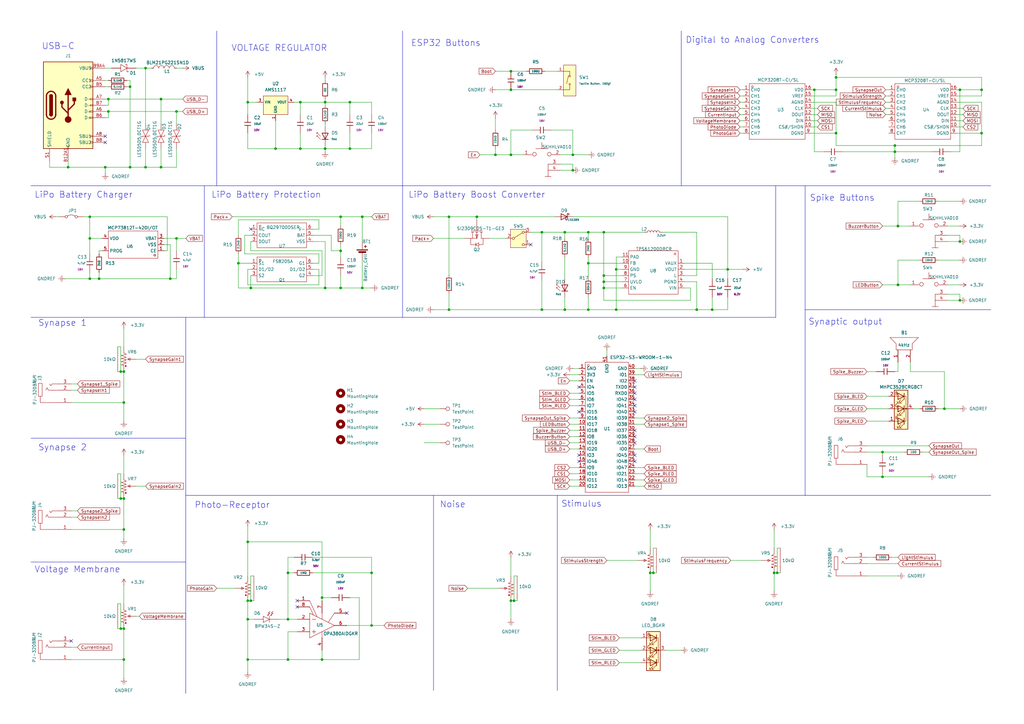
<source format=kicad_sch>
(kicad_sch (version 20250114) (generator "eeschema") (generator_version "9.0")
  (paper "A3")
  (title_block (title "Spikeling v 3.0") (date "2025-08-02") (company "OpenSourceNeuro") (comment 1 "Licensed under CERN OHL v1.3") (comment 4 "Author: Maxime Zimmermann"))
  (lib_symbols
    (symbol "1N5817WS1_1N5817WS-altium-import:root_0_1N5817WS_" (pin_numbers (hide yes)) (pin_names (hide yes))
      (symbol "root_0_1N5817WS__1_0"
        (pin passive line (at -5.08 0 0) (length 3.81) (name "1") (number "1"))
        (pin passive line (at 5.08 0 180) (length 3.81) (name "2") (number "2"))
      )
    )
    (symbol "BLM21PG221SN1D1_BLM21PG221SN1D-altium-import:root_0_BLM21PG221SN1D_" (pin_numbers (hide yes)) (pin_names (hide yes))
      (symbol "root_0_BLM21PG221SN1D__1_0"
        (pin passive line (at -5.08 0.001 0) (length 0.762) (name "1") (number "1"))
        (pin passive line (at 5.08 0.001 180) (length 0.762) (name "2") (number "2"))
      )
    )
    (symbol "BPW34S-Z1_BPW34S-Z-altium-import:root_0_BPW34S-Z_" (pin_numbers (hide yes)) (pin_names (hide yes))
      (symbol "root_0_BPW34S-Z__1_0"
        (pin passive line (at -5.08 0 0) (length 3.81) (name "A") (number "1"))
        (pin passive line (at 5.08 0 180) (length 3.81) (name "C") (number "2"))
      )
    )
    (symbol "BQ29700DSER1_BQ29700DSER-altium-import:root_0_BQ29700DSER_"
      (symbol "root_0_BQ29700DSER__1_0"
        (pin passive line (at -12.7 2.54 0) (length 2.54) (name "NC") (number "1"))
        (pin passive line (at -12.7 0 0) (length 2.54) (name "COUT") (number "2"))
        (pin passive line (at -12.7 -2.54 0) (length 2.54) (name "DOUT") (number "3"))
        (pin passive line (at 12.7 2.54 180) (length 2.54) (name "V-") (number "6"))
        (pin passive line (at 12.7 0 180) (length 2.54) (name "BAT") (number "5"))
        (pin passive line (at 12.7 -2.54 180) (length 2.54) (name "VSS") (number "4"))
      )
    )
    (symbol "Connector:TestPoint" (pin_numbers (hide yes)) (pin_names (offset 0.762) (hide yes))
      (property "Reference" "TP" (at 0 6.858 0))
      (property "Value" "TestPoint" (at 0 5.08 0))
      (symbol "TestPoint_1_1"
        (pin passive line (at 0 0 90) (length 2.54) (name "1") (number "1"))
      )
    )
    (symbol "Device:Battery_Cell" (pin_numbers (hide yes)) (pin_names (offset 0) (hide yes))
      (property "Reference" "BT" (at 2.54 2.54 0))
      (property "Value" "Battery_Cell" (at 2.54 0 0))
      (symbol "Battery_Cell_1_1"
        (pin passive line (at 0 5.08 270) (length 2.54) (name "+") (number "1"))
        (pin passive line (at 0 -2.54 90) (length 2.54) (name "-") (number "2"))
      )
    )
    (symbol "Device:LED_BGKR" (pin_names (offset 0) (hide yes))
      (property "Reference" "D" (at 0 9.398 0))
      (property "Value" "LED_BGKR" (at 0 -8.89 0))
      (symbol "LED_BGKR_0_0"
        (text "R" (at 1.905 3.81 0) (effects (font (size 1.27 1.27))))
        (text "G" (at 1.905 -1.27 0) (effects (font (size 1.27 1.27))))
        (text "B" (at 1.905 -6.35 0) (effects (font (size 1.27 1.27))))
      )
      (symbol "LED_BGKR_1_1"
        (pin passive line (at -5.08 0 0) (length 2.54) (name "K") (number "3"))
        (pin passive line (at 5.08 5.08 180) (length 2.54) (name "RA") (number "4"))
        (pin passive line (at 5.08 0 180) (length 2.54) (name "GA") (number "2"))
        (pin passive line (at 5.08 -5.08 180) (length 2.54) (name "BA") (number "1"))
      )
    )
    (symbol "Device:LED_RKGB" (pin_names (offset 0) (hide yes))
      (property "Reference" "D5" (at 0 -11.3198 0))
      (property "Value" "MHPC3528CRGBCT" (at 0 -8.7829 0))
      (symbol "LED_RKGB_0_0"
        (text "R" (at 1.905 3.81 0) (effects (font (size 1.27 1.27))))
        (text "G" (at 1.905 -1.27 0) (effects (font (size 1.27 1.27))))
        (text "B" (at 1.905 -6.35 0) (effects (font (size 1.27 1.27))))
      )
      (symbol "LED_RKGB_1_1"
        (pin passive line (at -5.08 0 0) (length 2.54) (name "K") (number "4"))
        (pin passive line (at 5.08 5.08 180) (length 2.54) (name "RA") (number "1"))
        (pin passive line (at 5.08 0 180) (length 2.54) (name "GA") (number "3"))
        (pin passive line (at 5.08 -5.08 180) (length 2.54) (name "BA") (number "2"))
      )
    )
    (symbol "ESP32-S3-WROOM-1-N41_ESP32-S3-WROOM-1-N4-altium-import:root_0_ESP32-S3-WROOM-1-N4_"
      (symbol "root_0_ESP32-S3-WROOM-1-N4__1_0"
        (pin passive line (at -11.43 24.13 0) (length 2.54) (name "GND") (number "1"))
        (pin passive line (at -11.43 21.59 0) (length 2.54) (name "3V3") (number "2"))
        (pin passive line (at -11.43 19.05 0) (length 2.54) (name "EN") (number "3"))
        (pin passive line (at -11.43 16.51 0) (length 2.54) (name "IO4") (number "4"))
        (pin passive line (at -11.43 13.97 0) (length 2.54) (name "IO5") (number "5"))
        (pin passive line (at -11.43 11.43 0) (length 2.54) (name "IO6") (number "6"))
        (pin passive line (at -11.43 8.89 0) (length 2.54) (name "IO7") (number "7"))
        (pin passive line (at -11.43 6.35 0) (length 2.54) (name "IO15") (number "8"))
        (pin passive line (at -11.43 3.81 0) (length 2.54) (name "IO16") (number "9"))
        (pin passive line (at -11.43 1.27 0) (length 2.54) (name "IO17") (number "10"))
        (pin passive line (at -11.43 -1.27 0) (length 2.54) (name "IO18") (number "11"))
        (pin passive line (at -11.43 -3.81 0) (length 2.54) (name "IO8") (number "12"))
        (pin passive line (at -11.43 -6.35 0) (length 2.54) (name "IO19") (number "13"))
        (pin passive line (at -11.43 -8.89 0) (length 2.54) (name "IO20") (number "14"))
        (pin passive line (at -11.43 -11.43 0) (length 2.54) (name "IO3") (number "15"))
        (pin passive line (at -11.43 -13.97 0) (length 2.54) (name "IO46") (number "16"))
        (pin passive line (at -11.43 -16.51 0) (length 2.54) (name "IO9") (number "17"))
        (pin passive line (at -11.43 -19.05 0) (length 2.54) (name "IO10") (number "18"))
        (pin passive line (at -11.43 -21.59 0) (length 2.54) (name "IO11") (number "19"))
        (pin passive line (at -11.43 -24.13 0) (length 2.54) (name "IO12") (number "20"))
        (pin passive line (at 0 29.21 270) (length 2.54) (name "GND") (number "41"))
        (pin passive line (at 11.43 24.13 180) (length 2.54) (name "GND") (number "40"))
        (pin passive line (at 11.43 21.59 180) (length 2.54) (name "IO1") (number "39"))
        (pin passive line (at 11.43 19.05 180) (length 2.54) (name "IO2") (number "38"))
        (pin passive line (at 11.43 16.51 180) (length 2.54) (name "TXD0") (number "37"))
        (pin passive line (at 11.43 13.97 180) (length 2.54) (name "RXD0") (number "36"))
        (pin passive line (at 11.43 11.43 180) (length 2.54) (name "IO42") (number "35"))
        (pin passive line (at 11.43 8.89 180) (length 2.54) (name "IO41") (number "34"))
        (pin passive line (at 11.43 6.35 180) (length 2.54) (name "IO40") (number "33"))
        (pin passive line (at 11.43 3.81 180) (length 2.54) (name "IO39") (number "32"))
        (pin passive line (at 11.43 1.27 180) (length 2.54) (name "IO38") (number "31"))
        (pin passive line (at 11.43 -1.27 180) (length 2.54) (name "IO37") (number "30"))
        (pin passive line (at 11.43 -3.81 180) (length 2.54) (name "IO36") (number "29"))
        (pin passive line (at 11.43 -6.35 180) (length 2.54) (name "IO35") (number "28"))
        (pin passive line (at 11.43 -8.89 180) (length 2.54) (name "IO0") (number "27"))
        (pin passive line (at 11.43 -11.43 180) (length 2.54) (name "IO45") (number "26"))
        (pin passive line (at 11.43 -13.97 180) (length 2.54) (name "IO48") (number "25"))
        (pin passive line (at 11.43 -16.51 180) (length 2.54) (name "IO47") (number "24"))
        (pin passive line (at 11.43 -19.05 180) (length 2.54) (name "IO21") (number "23"))
        (pin passive line (at 11.43 -21.59 180) (length 2.54) (name "IO14") (number "22"))
        (pin passive line (at 11.43 -24.13 180) (length 2.54) (name "IO13") (number "21"))
      )
    )
    (symbol "FS8205A_C9082651_FS8205A_C908265-altium-import:root_0_FS8205A_C908265_"
      (symbol "root_0_FS8205A_C908265__1_0"
        (pin passive line (at -12.7 2.54 0) (length 2.54) (name "S1") (number "1"))
        (pin passive line (at -12.7 0 0) (length 2.54) (name "D1/D2") (number "2"))
        (pin passive line (at -12.7 -2.54 0) (length 2.54) (name "S2") (number "3"))
        (pin passive line (at 12.7 2.54 180) (length 2.54) (name "G1") (number "6"))
        (pin passive line (at 12.7 0 180) (length 2.54) (name "D1/D2") (number "5"))
        (pin passive line (at 12.7 -2.54 180) (length 2.54) (name "G2") (number "4"))
      )
    )
    (symbol "Jumper:Jumper_2_Bridged" (pin_numbers (hide yes)) (pin_names (offset 0) (hide yes))
      (property "Reference" "JP" (at 0 1.905 0))
      (property "Value" "Jumper_2_Bridged" (at 0 -2.54 0))
      (symbol "Jumper_2_Bridged_1_1"
        (pin passive line (at -5.08 0 0) (length 2.54) (name "A") (number "1"))
        (pin passive line (at 5.08 0 180) (length 2.54) (name "B") (number "2"))
      )
    )
    (symbol "KMTG12031_KMTG1203-altium-import:root_0_KMTG1203_" (pin_names (hide yes))
      (symbol "root_0_KMTG1203__1_0"
        (pin passive line (at 2.54 2.54 180) (length 5.08) (name "2") (number "2"))
        (pin passive line (at 2.54 -2.54 180) (length 5.08) (name "1") (number "1"))
      )
    )
    (symbol "LESD5D5.0CT1G1_LESD5D5.0CT1G-altium-import:root_0_LESD5D5.0CT1G_" (pin_numbers (hide yes)) (pin_names (hide yes))
      (symbol "root_0_LESD5D5.0CT1G__1_0"
        (pin passive line (at -5.08 0 0) (length 2.54) (name "1") (number "1"))
        (pin passive line (at 5.08 0 180) (length 2.54) (name "2") (number "2"))
      )
    )
    (symbol "MCP3208T-CI_SL1_MCP3208T-CI_SL-altium-import:root_0_MCP3208T-CI/SL_"
      (symbol "root_0_MCP3208T-CI/SL__1_0"
        (pin passive line (at -13.97 8.89 0) (length 2.54) (name "CH0") (number "1"))
        (pin passive line (at -13.97 6.35 0) (length 2.54) (name "CH1") (number "2"))
        (pin passive line (at -13.97 3.81 0) (length 2.54) (name "CH2") (number "3"))
        (pin passive line (at -13.97 1.27 0) (length 2.54) (name "CH3") (number "4"))
        (pin passive line (at -13.97 -1.27 0) (length 2.54) (name "CH4") (number "5"))
        (pin passive line (at -13.97 -3.81 0) (length 2.54) (name "CH5") (number "6"))
        (pin passive line (at -13.97 -6.35 0) (length 2.54) (name "CH6") (number "7"))
        (pin passive line (at -13.97 -8.89 0) (length 2.54) (name "CH7") (number "8"))
        (pin passive line (at 13.97 8.89 180) (length 2.54) (name "VDD") (number "16"))
        (pin passive line (at 13.97 6.35 180) (length 2.54) (name "VREF") (number "15"))
        (pin passive line (at 13.97 3.81 180) (length 2.54) (name "AGND") (number "14"))
        (pin passive line (at 13.97 1.27 180) (length 2.54) (name "CLK") (number "13"))
        (pin passive line (at 13.97 -1.27 180) (length 2.54) (name "DOUT") (number "12"))
        (pin passive line (at 13.97 -3.81 180) (length 2.54) (name "DIN") (number "11"))
        (pin passive line (at 13.97 -6.35 180) (length 2.54) (name "CS#/SHDN") (number "10"))
        (pin passive line (at 13.97 -8.89 180) (length 2.54) (name "DGND") (number "9"))
      )
    )
    (symbol "MCP73812T-420I_OT1_MCP73812T-420I_OT-altium-import:root_0_MCP73812T-420I/OT_"
      (symbol "root_0_MCP73812T-420I/OT__1_0"
        (pin passive line (at -12.7 2.54 0) (length 2.54) (name "CE") (number "1"))
        (pin passive line (at -12.7 0 0) (length 2.54) (name "VSS") (number "2"))
        (pin passive line (at -12.7 -2.54 0) (length 2.54) (name "VBAT") (number "3"))
        (pin passive line (at 12.7 2.54 180) (length 2.54) (name "PROG") (number "5"))
        (pin passive line (at 12.7 -2.54 180) (length 2.54) (name "VDD") (number "4"))
      )
    )
    (symbol "Mechanical:MountingHole" (pin_names (offset 1.016)) (in_bom no)
      (property "Reference" "H" (at 0 5.08 0))
      (property "Value" "MountingHole" (at 0 3.175 0))
    )
    (symbol "OPA380AIDGKR1_OPA380AIDGKR-altium-import:root_0_OPA380AIDGKR_" (pin_names (hide yes))
      (symbol "root_0_OPA380AIDGKR__1_0"
        (pin passive line (at -10.16 10.16 0) (length 5.08) (name "NC") (number "1"))
        (pin passive line (at -10.16 7.62 0) (length 5.08) (name "NC") (number "8"))
        (pin passive line (at -10.16 2.54 0) (length 5.08) (name "IN-") (number "2"))
        (pin passive line (at -10.16 -2.54 0) (length 5.08) (name "IN+") (number "3"))
        (pin passive line (at 0 10.16 270) (length 5.08) (name "V+") (number "7"))
        (pin passive line (at 0 -10.16 90) (length 5.08) (name "V-") (number "4"))
        (pin passive line (at 10.16 5.08 180) (length 5.08) (name "NC") (number "5"))
        (pin passive line (at 10.16 0 180) (length 5.08) (name "OUT") (number "6"))
      )
    )
    (symbol "PCM_JLCPCB-Capacitors:0402,100nF" (pin_numbers (hide yes)) (pin_names (offset 0))
      (property "Reference" "C" (at 2.032 1.668 0))
      (property "Value" "100nF" (at 2.032 -0.3782 0))
      (property "Voltage Rated" "16V" (at 2.032 -2.0462 0))
      (symbol "0402,100nF_1_1"
        (pin passive line (at 0 3.81 270) (length 3.175) (name "~") (number "1"))
        (pin passive line (at 0 -3.81 90) (length 3.175) (name "~") (number "2"))
      )
    )
    (symbol "PCM_JLCPCB-Capacitors:0402,3.3pF" (pin_numbers (hide yes)) (pin_names (offset 0))
      (property "Reference" "C" (at 2.032 1.668 0))
      (property "Value" "3.3pF" (at 2.032 -0.3782 0))
      (property "Voltage Rated" "50V" (at 2.032 -2.0462 0))
      (symbol "0402,3.3pF_1_1"
        (pin passive line (at 0 3.81 270) (length 3.175) (name "~") (number "1"))
        (pin passive line (at 0 -3.81 90) (length 3.175) (name "~") (number "2"))
      )
    )
    (symbol "PCM_JLCPCB-Capacitors:0603,100nF" (pin_numbers (hide yes)) (pin_names (offset 0))
      (property "Reference" "C" (at 2.032 1.668 0))
      (property "Value" "100nF" (at 2.032 -0.3782 0))
      (property "Voltage Rated" "50V" (at 2.032 -2.0462 0))
      (symbol "0603,100nF_1_1"
        (pin passive line (at 0 3.81 270) (length 3.175) (name "~") (number "1"))
        (pin passive line (at 0 -3.81 90) (length 3.175) (name "~") (number "2"))
      )
    )
    (symbol "PCM_JLCPCB-Capacitors:0603,10uF" (pin_numbers (hide yes)) (pin_names (offset 0))
      (property "Reference" "C" (at 2.032 1.668 0))
      (property "Value" "10uF" (at 2.032 -0.3782 0))
      (property "Voltage Rated" "10V" (at 2.032 -2.0462 0))
      (symbol "0603,10uF_1_1"
        (pin passive line (at 0 3.81 270) (length 3.175) (name "~") (number "1"))
        (pin passive line (at 0 -3.81 90) (length 3.175) (name "~") (number "2"))
      )
    )
    (symbol "PCM_JLCPCB-Capacitors:0603,1nF" (pin_numbers (hide yes)) (pin_names (offset 0))
      (property "Reference" "C" (at 2.032 1.668 0))
      (property "Value" "1nF" (at 2.032 -0.3782 0))
      (property "Voltage Rated" "50V" (at 2.032 -2.0462 0))
      (symbol "0603,1nF_1_1"
        (pin passive line (at 0 3.81 270) (length 3.175) (name "~") (number "1"))
        (pin passive line (at 0 -3.81 90) (length 3.175) (name "~") (number "2"))
      )
    )
    (symbol "PCM_JLCPCB-Capacitors:0603,1uF" (pin_numbers (hide yes)) (pin_names (offset 0))
      (property "Reference" "C" (at 2.032 1.668 0))
      (property "Value" "1uF" (at 2.032 -0.3782 0))
      (property "Voltage Rated" "50V" (at 2.032 -2.0462 0))
      (symbol "0603,1uF_1_1"
        (pin passive line (at 0 3.81 270) (length 3.175) (name "~") (number "1"))
        (pin passive line (at 0 -3.81 90) (length 3.175) (name "~") (number "2"))
      )
    )
    (symbol "PCM_JLCPCB-Capacitors:0603,22uF" (pin_numbers (hide yes)) (pin_names (offset 0))
      (property "Reference" "C" (at 2.032 1.668 0))
      (property "Value" "22uF" (at 2.032 -0.3782 0))
      (property "Voltage Rated" "6.3V" (at 2.032 -2.0462 0))
      (symbol "0603,22uF_1_1"
        (pin passive line (at 0 3.81 270) (length 3.175) (name "~") (number "1"))
        (pin passive line (at 0 -3.81 90) (length 3.175) (name "~") (number "2"))
      )
    )
    (symbol "PCM_JLCPCB-Capacitors:0603,4.7uF" (pin_numbers (hide yes)) (pin_names (offset 0))
      (property "Reference" "C" (at 2.032 1.668 0))
      (property "Value" "4.7uF" (at 2.032 -0.3782 0))
      (property "Voltage Rated" "16V" (at 2.032 -2.0462 0))
      (symbol "0603,4.7uF_1_1"
        (pin passive line (at 0 3.81 270) (length 3.175) (name "~") (number "1"))
        (pin passive line (at 0 -3.81 90) (length 3.175) (name "~") (number "2"))
      )
    )
    (symbol "PCM_JLCPCB-Capacitors:1206,22uF" (pin_numbers (hide yes)) (pin_names (offset 0))
      (property "Reference" "C" (at 2.032 1.668 0))
      (property "Value" "22uF" (at 2.032 -0.3782 0))
      (property "Voltage Rated" "10V" (at 2.032 -2.0462 0))
      (symbol "1206,22uF_1_1"
        (pin passive line (at 0 3.81 270) (length 3.175) (name "~") (number "1"))
        (pin passive line (at 0 -3.81 90) (length 3.175) (name "~") (number "2"))
      )
    )
    (symbol "PCM_JLCPCB-Connectors_Buttons:Tactile Button, 160gf, 12V, 50mA, 4.0mm" (pin_names (hide yes))
      (property "Reference" "S" (at 0 1.27 0))
      (property "Value" "Tactile Button, 160gf" (at 0 -8.89 0))
      (symbol "Tactile Button, 160gf, 12V, 50mA, 4.0mm_0_1"
        (pin unspecified line (at -5.08 2.54 0) (length 2.54) (name "A") (number "1"))
        (pin unspecified line (at -5.08 -5.08 0) (length 2.54) (name "B") (number "2"))
      )
    )
    (symbol "PCM_JLCPCB-Diodes:LED,0603,Red" (pin_numbers (hide yes)) (pin_names (offset 0))
      (property "Reference" "D" (at 2.032 0.834 0))
      (property "Value" "Red" (at 2.032 -1.2122 0))
      (symbol "LED,0603,Red_1_1"
        (pin passive line (at 0 3.81 270) (length 3.81) (name "~") (number "2"))
        (pin passive line (at 0 -3.81 90) (length 3.81) (name "~") (number "1"))
      )
    )
    (symbol "PCM_JLCPCB-Diodes:Schottky,1SS389" (pin_numbers (hide yes)) (pin_names (offset 0))
      (property "Reference" "D" (at 2.032 0.834 0))
      (property "Value" "1SS389" (at 2.032 -1.2122 0))
      (symbol "Schottky,1SS389_1_1"
        (pin passive line (at 0 3.81 270) (length 3.81) (name "~") (number "2"))
        (pin passive line (at 0 -3.81 90) (length 3.81) (name "~") (number "1"))
      )
    )
    (symbol "PCM_JLCPCB-Extended:Connector, USB-TYPE-C-16P"
      (property "Reference" "J" (at 2.54 2.54 0))
      (symbol "Connector, USB-TYPE-C-16P_1_1"
        (pin passive line (at -7.62 -22.86 90) (length 5.08) (name "SHIELD") (number "S1"))
        (pin passive line (at 0 -22.86 90) (length 5.08) (hide yes) (name "GND") (number "A12B1"))
        (pin passive line (at 0 -22.86 90) (length 5.08) (name "GND") (number "B12A1"))
        (pin passive line (at 15.24 15.24 180) (length 5.08) (hide yes) (name "VBUS") (number "A9B4"))
        (pin passive line (at 15.24 15.24 180) (length 5.08) (name "VBUS") (number "B9A4"))
        (pin bidirectional line (at 15.24 10.16 180) (length 5.08) (name "CC1") (number "A5"))
        (pin bidirectional line (at 15.24 7.62 180) (length 5.08) (name "CC2") (number "B5"))
        (pin bidirectional line (at 15.24 2.54 180) (length 5.08) (name "D-") (number "A7"))
        (pin bidirectional line (at 15.24 0 180) (length 5.08) (name "D-") (number "B7"))
        (pin bidirectional line (at 15.24 -2.54 180) (length 5.08) (name "D+") (number "A6"))
        (pin bidirectional line (at 15.24 -5.08 180) (length 5.08) (name "D+") (number "B6"))
        (pin bidirectional line (at 15.24 -12.7 180) (length 5.08) (name "SBU1") (number "A8"))
        (pin bidirectional line (at 15.24 -15.24 180) (length 5.08) (name "SBU2") (number "B8"))
      )
    )
    (symbol "PCM_JLCPCB-Inductors:2.2uH,50mA" (pin_numbers (hide yes)) (pin_names (offset 0))
      (property "Reference" "L" (at 1.2673 0.834 0))
      (property "Value" "2.2uH,50mA" (at 1.2673 -1.2122 0))
      (symbol "2.2uH,50mA_1_1"
        (pin passive line (at 0 3.81 270) (length 1.27) (name "~") (number "1"))
        (pin passive line (at 0 -3.81 90) (length 1.27) (name "~") (number "2"))
      )
    )
    (symbol "PCM_JLCPCB-Power:LDO, 3.3V, 1A"
      (property "Reference" "U" (at 0 8.89 0))
      (property "Value" "AMS1117" (at 0 6.35 0))
      (symbol "LDO, 3.3V, 1A_0_1"
        (pin unspecified line (at 0 -5.08 90) (length 2.54) (name "GND") (number "1"))
        (pin unspecified line (at 7.62 2.54 180) (length 2.54) (name "VOUT") (number "4"))
      )
      (symbol "LDO, 3.3V, 1A_1_1"
        (pin unspecified line (at -7.62 2.54 0) (length 2.54) (name "VIN") (number "3"))
        (pin unspecified line (at 7.62 2.54 180) (length 2.54) (hide yes) (name "VOUT") (number "2"))
      )
    )
    (symbol "PCM_JLCPCB-Resistors:0603,0Ω" (pin_numbers (hide yes)) (pin_names (offset 0))
      (property "Reference" "R" (at 1.778 0 0))
      (property "Value" "0Ω" (at 0 0 90))
      (symbol "0603,0Ω_1_1"
        (pin passive line (at 0 3.81 270) (length 1.27) (name "~") (number "1"))
        (pin passive line (at 0 -3.81 90) (length 1.27) (name "~") (number "2"))
      )
    )
    (symbol "PCM_JLCPCB-Resistors:0603,100kΩ" (pin_numbers (hide yes)) (pin_names (offset 0))
      (property "Reference" "R" (at 1.778 0 0))
      (property "Value" "100kΩ" (at 0 0 90))
      (symbol "0603,100kΩ_1_1"
        (pin passive line (at 0 3.81 270) (length 1.27) (name "~") (number "1"))
        (pin passive line (at 0 -3.81 90) (length 1.27) (name "~") (number "2"))
      )
    )
    (symbol "PCM_JLCPCB-Resistors:0603,100Ω" (pin_numbers (hide yes)) (pin_names (offset 0))
      (property "Reference" "R" (at 1.778 0 0))
      (property "Value" "100Ω" (at 0 0 90))
      (symbol "0603,100Ω_1_1"
        (pin passive line (at 0 3.81 270) (length 1.27) (name "~") (number "1"))
        (pin passive line (at 0 -3.81 90) (length 1.27) (name "~") (number "2"))
      )
    )
    (symbol "PCM_JLCPCB-Resistors:0603,10kΩ" (pin_numbers (hide yes)) (pin_names (offset 0))
      (property "Reference" "R" (at 1.778 0 0))
      (property "Value" "10kΩ" (at 0 0 90))
      (symbol "0603,10kΩ_1_1"
        (pin passive line (at 0 3.81 270) (length 1.27) (name "~") (number "1"))
        (pin passive line (at 0 -3.81 90) (length 1.27) (name "~") (number "2"))
      )
    )
    (symbol "PCM_JLCPCB-Resistors:0603,10Ω" (pin_numbers (hide yes)) (pin_names (offset 0))
      (property "Reference" "R" (at 1.778 0 0))
      (property "Value" "10Ω" (at 0 0 90))
      (symbol "0603,10Ω_1_1"
        (pin passive line (at 0 3.81 270) (length 1.27) (name "~") (number "1"))
        (pin passive line (at 0 -3.81 90) (length 1.27) (name "~") (number "2"))
      )
    )
    (symbol "PCM_JLCPCB-Resistors:0603,180kΩ" (pin_numbers (hide yes)) (pin_names (offset 0))
      (property "Reference" "R" (at 1.778 0 0))
      (property "Value" "180kΩ" (at 0 0 90))
      (symbol "0603,180kΩ_1_1"
        (pin passive line (at 0 3.81 270) (length 1.27) (name "~") (number "1"))
        (pin passive line (at 0 -3.81 90) (length 1.27) (name "~") (number "2"))
      )
    )
    (symbol "PCM_JLCPCB-Resistors:0603,1MΩ" (pin_numbers (hide yes)) (pin_names (offset 0))
      (property "Reference" "R" (at 1.778 0 0))
      (property "Value" "1MΩ" (at 0 0 90))
      (symbol "0603,1MΩ_1_1"
        (pin passive line (at 0 3.81 270) (length 1.27) (name "~") (number "1"))
        (pin passive line (at 0 -3.81 90) (length 1.27) (name "~") (number "2"))
      )
    )
    (symbol "PCM_JLCPCB-Resistors:0603,2.2kΩ" (pin_numbers (hide yes)) (pin_names (offset 0))
      (property "Reference" "R" (at 1.778 0 0))
      (property "Value" "2.2kΩ" (at 0 0 90))
      (symbol "0603,2.2kΩ_1_1"
        (pin passive line (at 0 3.81 270) (length 1.27) (name "~") (number "1"))
        (pin passive line (at 0 -3.81 90) (length 1.27) (name "~") (number "2"))
      )
    )
    (symbol "PCM_JLCPCB-Resistors:0603,2MΩ" (pin_numbers (hide yes)) (pin_names (offset 0))
      (property "Reference" "R" (at 1.778 0 0))
      (property "Value" "2MΩ" (at 0 0 90))
      (symbol "0603,2MΩ_1_1"
        (pin passive line (at 0 3.81 270) (length 1.27) (name "~") (number "1"))
        (pin passive line (at 0 -3.81 90) (length 1.27) (name "~") (number "2"))
      )
    )
    (symbol "PCM_JLCPCB-Resistors:0603,2kΩ" (pin_numbers (hide yes)) (pin_names (offset 0))
      (property "Reference" "R" (at 1.778 0 0))
      (property "Value" "2kΩ" (at 0 0 90))
      (symbol "0603,2kΩ_1_1"
        (pin passive line (at 0 3.81 270) (length 1.27) (name "~") (number "1"))
        (pin passive line (at 0 -3.81 90) (length 1.27) (name "~") (number "2"))
      )
    )
    (symbol "PCM_JLCPCB-Resistors:0603,330Ω" (pin_numbers (hide yes)) (pin_names (offset 0))
      (property "Reference" "R" (at 1.778 0 0))
      (property "Value" "330Ω" (at 0 0 90))
      (symbol "0603,330Ω_1_1"
        (pin passive line (at 0 3.81 270) (length 1.27) (name "~") (number "1"))
        (pin passive line (at 0 -3.81 90) (length 1.27) (name "~") (number "2"))
      )
    )
    (symbol "PCM_JLCPCB-Resistors:0603,5.1kΩ" (pin_numbers (hide yes)) (pin_names (offset 0))
      (property "Reference" "R" (at 1.778 0 0))
      (property "Value" "5.1kΩ" (at 0 0 90))
      (symbol "0603,5.1kΩ_1_1"
        (pin passive line (at 0 3.81 270) (length 1.27) (name "~") (number "1"))
        (pin passive line (at 0 -3.81 90) (length 1.27) (name "~") (number "2"))
      )
    )
    (symbol "PCM_JLCPCB-Transistors:root_0_SI2309CDS-T1-GE3_" (pin_numbers (hide yes)) (pin_names (hide yes))
      (symbol "root_0_SI2309CDS-T1-GE3__1_0"
        (pin passive line (at -7.112 0 0) (length 2.54) (name "G") (number "1"))
        (pin passive line (at 0.508 5.08 270) (length 2.54) (name "S") (number "2"))
        (pin passive line (at 0.508 -5.08 90) (length 2.54) (name "D") (number "3"))
      )
    )
    (symbol "PJ-320B1_PJ-320B-altium-import:root_0_PJ-320B贴片_" (pin_names (hide yes))
      (symbol "root_0_PJ-320B贴片__1_0"
        (pin passive line (at 6.35 2.54 180) (length 5.08) (name "1") (number "1"))
        (pin passive line (at 6.35 -2.54 180) (length 5.08) (name "2") (number "2"))
        (pin passive line (at 6.35 -5.08 180) (length 5.08) (name "3") (number "3"))
      )
    )
    (symbol "RK09D1130C3C1_RK09D1130C3C-altium-import:root_0_RK09D1130C3C_" (pin_numbers (hide yes)) (pin_names (hide yes))
      (symbol "root_0_RK09D1130C3C__1_0"
        (pin passive line (at -5.08 0 0) (length 2.54) (name "3") (number "3"))
        (pin passive line (at -5.08 -2.54 0) (length 2.54) (name "5") (number "5"))
        (pin passive line (at 0 5.08 270) (length 2.54) (name "2") (number "2"))
        (pin passive line (at 5.08 0 180) (length 2.54) (name "1") (number "1"))
        (pin passive line (at 5.08 -2.54 180) (length 2.54) (name "4") (number "4"))
      )
    )
    (symbol "SKHHLVA0101_SKHHLVA010-altium-import:root_0_SKHHLVA010_" (pin_names (hide yes))
      (symbol "root_0_SKHHLVA010__1_0"
        (pin passive line (at -7.62 -2.54 0) (length 2.54) (name "1") (number "1"))
        (pin passive line (at 7.62 -2.54 180) (length 2.54) (name "2") (number "2"))
        (pin passive line (at 7.62 -6.35 180) (length 5.08) (name "3") (number "3"))
        (pin passive line (at 7.62 -8.89 180) (length 5.08) (name "4") (number "4"))
      )
    )
    (symbol "Spikeling_v3.0-altium-import:root_0_RK09D1130C2P_" (pin_numbers (hide yes)) (pin_names (hide yes))
      (symbol "root_0_RK09D1130C2P__1_0"
        (pin passive line (at -5.08 0 0) (length 2.54) (name "3") (number "3"))
        (pin passive line (at -5.08 -2.54 0) (length 2.54) (name "5") (number "5"))
        (pin passive line (at 0 5.08 270) (length 2.54) (name "2") (number "2"))
        (pin passive line (at 5.08 0 180) (length 2.54) (name "1") (number "1"))
        (pin passive line (at 5.08 -2.54 180) (length 2.54) (name "4") (number "4"))
      )
    )
    (symbol "Switch:SW_Nidec_CAS-120A1" (pin_names (offset 1) (hide yes))
      (property "Reference" "SW" (at 0 4.318 0))
      (property "Value" "SW_Nidec_CAS-120A1" (at 0 -5.08 0))
      (symbol "SW_Nidec_CAS-120A1_1_1"
        (pin passive line (at -5.08 0 0) (length 2.54) (name "B") (number "2"))
        (pin passive line (at 5.08 2.54 180) (length 2.54) (name "A") (number "3"))
        (pin passive line (at 5.08 -2.54 180) (length 2.54) (name "C") (number "1"))
      )
    )
    (symbol "TPS61200DRCR1_TPS61200DRCR-altium-import:root_0_TPS61200DRCR_"
      (symbol "root_0_TPS61200DRCR__1_0"
        (pin passive line (at -12.7 5.08 0) (length 2.54) (name "VAUX") (number "1"))
        (pin passive line (at -12.7 2.54 0) (length 2.54) (name "VOUT") (number "2"))
        (pin passive line (at -12.7 0 0) (length 2.54) (name "L") (number "3"))
        (pin passive line (at -12.7 -2.54 0) (length 2.54) (name "PGND") (number "4"))
        (pin passive line (at -12.7 -5.08 0) (length 2.54) (name "VIN") (number "5"))
        (pin passive line (at 12.7 7.62 180) (length 2.54) (name "PAD") (number "11"))
        (pin passive line (at 12.7 5.08 180) (length 2.54) (name "FB") (number "10"))
        (pin passive line (at 12.7 2.54 180) (length 2.54) (name "GND") (number "9"))
        (pin passive line (at 12.7 0 180) (length 2.54) (name "PS") (number "8"))
        (pin passive line (at 12.7 -2.54 180) (length 2.54) (name "UVLO") (number "7"))
        (pin passive line (at 12.7 -5.08 180) (length 2.54) (name "EN") (number "6"))
      )
    )
    (symbol "power:+3.3V" (power) (pin_numbers (hide yes)) (pin_names (offset 0) (hide yes))
      (property "Value" "+3.3V" (at 0 3.556 0))
      (symbol "+3.3V_1_1"
        (pin power_in line (at 0 0 90) (length 0) (name "~") (number "1"))
      )
    )
    (symbol "power:+5V" (power) (pin_numbers (hide yes)) (pin_names (offset 0) (hide yes))
      (property "Value" "+5V" (at 0 3.556 0))
      (symbol "+5V_1_1"
        (pin power_in line (at 0 0 90) (length 0) (name "~") (number "1"))
      )
    )
    (symbol "power:GNDREF" (power) (pin_numbers (hide yes)) (pin_names (offset 0) (hide yes))
      (property "Value" "GNDREF" (at 0 -3.81 0))
      (symbol "GNDREF_1_1"
        (pin power_in line (at 0 0 270) (length 0) (name "~") (number "1"))
      )
    )
    (symbol "power:VBUS" (power) (pin_numbers (hide yes)) (pin_names (offset 0) (hide yes))
      (property "Value" "VBUS" (at 0 3.556 0))
      (symbol "VBUS_1_1"
        (pin power_in line (at 0 0 90) (length 0) (name "~") (number "1"))
      )
    )
  )
  (text "Spike Buttons" (at 345.44 81.28 0) (effects (font (size 2.54 2.54))))
  (text "LiPo Battery Charger\n" (at 34.29 80.01 0) (effects (font (size 2.54 2.54))))
  (text "Synapse 1" (at 25.654 132.588 0) (effects (font (size 2.54 2.54))))
  (text "ESP32 Buttons" (at 182.88 17.78 0) (effects (font (size 2.54 2.54))))
  (text "Synapse 2" (at 25.654 183.642 0) (effects (font (size 2.54 2.54))))
  (text "LiPo Battery Boost Converter" (at 195.58 80.01 0) (effects (font (size 2.54 2.54))))
  (text "Digital to Analog Converters" (at 308.61 16.51 0) (effects (font (size 2.54 2.54))))
  (text "USB-C" (at 23.876 19.05 0) (effects (font (size 2.54 2.54))))
  (text "Voltage Membrane" (at 31.75 233.68 0) (effects (font (size 2.54 2.54))))
  (text "LiPo Battery Protection\n" (at 109.22 80.01 0) (effects (font (size 2.54 2.54))))
  (text "Noise" (at 185.674 207.01 0) (effects (font (size 2.54 2.54))))
  (text "Stimulus" (at 238.506 206.756 0) (effects (font (size 2.54 2.54))))
  (text "VOLTAGE REGULATOR" (at 114.554 19.812 0) (effects (font (size 2.54 2.54))))
  (text "Photo-Receptor" (at 95.25 207.264 0) (effects (font (size 2.54 2.54))))
  (text "Synaptic output" (at 346.71 132.08 0) (effects (font (size 2.54 2.54))))
  (junction (at 252.73 110.49))
  (junction (at 101.6 41.91))
  (junction (at 101.6 270.51))
  (junction (at 241.3 107.95))
  (junction (at 247.65 95.25))
  (junction (at 334.01 36.83))
  (junction (at 393.7 99.06))
  (junction (at 402.59 54.61))
  (junction (at 222.25 95.25))
  (junction (at 97.79 107.95))
  (junction (at 123.19 60.96))
  (junction (at 209.55 29.21))
  (junction (at 148.59 118.11))
  (junction (at 367.03 62.23))
  (junction (at 148.59 88.9))
  (junction (at 402.59 36.83))
  (junction (at 59.69 68.58))
  (junction (at 231.648 95.25))
  (junction (at 266.7 234.95))
  (junction (at 53.34 35.56))
  (junction (at 247.65 113.03))
  (junction (at 101.6 222.25))
  (junction (at 231.648 127))
  (junction (at 285.75 127))
  (junction (at 133.35 60.96))
  (junction (at 133.35 118.11))
  (junction (at 234.95 69.85))
  (junction (at 59.69 27.94))
  (junction (at 152.4 256.54))
  (junction (at 393.7 36.83))
  (junction (at 50.8 165.1))
  (junction (at 49.53 204.47))
  (junction (at 36.83 114.3))
  (junction (at 241.3 127))
  (junction (at 152.4 234.95))
  (junction (at 118.11 270.51))
  (junction (at 133.35 41.91))
  (junction (at 132.08 245.11))
  (junction (at 342.9 36.83))
  (junction (at 50.8 257.81))
  (junction (at 139.7 118.11))
  (junction (at 50.8 270.51))
  (junction (at 50.8 152.4))
  (junction (at 139.7 88.9))
  (junction (at 298.45 110.49))
  (junction (at 203.2 63.5))
  (junction (at 49.53 152.4))
  (junction (at 247.65 115.57))
  (junction (at 102.87 118.11))
  (junction (at 101.6 246.38))
  (junction (at 222.25 127))
  (junction (at 44.45 45.72))
  (junction (at 234.95 63.5))
  (junction (at 184.15 127))
  (junction (at 36.83 88.9))
  (junction (at 195.58 88.9))
  (junction (at 184.15 88.9))
  (junction (at 210.82 246.38))
  (junction (at 72.39 45.72))
  (junction (at 368.3 92.71))
  (junction (at 50.8 204.47))
  (junction (at 50.8 217.17))
  (junction (at 317.5 234.95))
  (junction (at 118.11 234.95))
  (junction (at 267.97 234.95))
  (junction (at 342.9 54.61))
  (junction (at 393.7 123.19))
  (junction (at 387.35 167.64))
  (junction (at 101.6 254))
  (junction (at 49.53 257.81))
  (junction (at 318.77 234.95))
  (junction (at 102.87 246.38))
  (junction (at 247.65 118.11))
  (junction (at 66.04 40.64))
  (junction (at 342.9 31.75))
  (junction (at 36.83 97.79))
  (junction (at 132.08 270.51))
  (junction (at 72.39 97.79))
  (junction (at 361.95 195.58))
  (junction (at 113.03 60.96))
  (junction (at 40.64 114.3))
  (junction (at 66.04 68.58))
  (junction (at 292.1 127))
  (junction (at 53.34 68.58))
  (junction (at 143.51 60.96))
  (junction (at 209.55 63.5))
  (junction (at 27.94 68.58))
  (junction (at 139.7 102.87))
  (junction (at 368.3 116.84))
  (junction (at 241.3 95.25))
  (junction (at 252.73 127))
  (junction (at 118.11 254))
  (junction (at 43.18 68.58))
  (junction (at 209.55 246.38))
  (junction (at 209.55 36.83))
  (junction (at 367.03 59.69))
  (junction (at 361.95 185.42))
  (junction (at 44.45 40.64))
  (junction (at 143.51 41.91))
  (junction (at 123.19 41.91))
  (junction (at 69.85 114.3))
  (no_connect (at 121.92 246.38))
  (no_connect (at 260.35 176.53))
  (no_connect (at 237.49 168.91))
  (no_connect (at 43.18 58.42))
  (no_connect (at 260.35 166.37))
  (no_connect (at 260.35 158.75))
  (no_connect (at 260.35 189.23))
  (no_connect (at 260.35 163.83))
  (no_connect (at 43.18 55.88))
  (no_connect (at 29.21 262.89))
  (no_connect (at 217.678 100.33))
  (no_connect (at 260.35 156.21))
  (no_connect (at 121.92 248.92))
  (no_connect (at 260.35 179.07))
  (no_connect (at 260.35 181.61))
  (no_connect (at 237.49 189.23))
  (no_connect (at 237.49 158.75))
  (no_connect (at 260.35 168.91))
  (no_connect (at 142.24 251.46))
  (no_connect (at 260.35 186.69))
  (no_connect (at 260.35 161.29))
  (no_connect (at 237.49 186.69))
  (no_connect (at 102.87 93.98))
  (wire (pts (xy 147.32 245.11) (xy 147.32 270.51)))
  (wire (pts (xy 139.7 113.03) (xy 139.7 118.11)))
  (wire (pts (xy 72.39 60.96) (xy 72.39 68.58)))
  (wire (pts (xy 233.68 153.67) (xy 237.49 153.67)))
  (wire (pts (xy 40.64 111.76) (xy 40.64 114.3)))
  (wire (pts (xy 40.64 102.87) (xy 40.64 104.14)))
  (wire (pts (xy 233.68 199.39) (xy 237.49 199.39)))
  (wire (pts (xy 298.45 127) (xy 292.1 127)))
  (wire (pts (xy 303.53 54.61) (xy 304.8 54.61)))
  (polyline (pts (xy 318.135 130.175) (xy 318.135 76.2)) (stroke (width 0.1524) (type solid)))
  (wire (pts (xy 393.7 116.84) (xy 388.62 116.84)))
  (wire (pts (xy 53.34 68.58) (xy 59.69 68.58)))
  (wire (pts (xy 363.22 41.91) (xy 364.49 41.91)))
  (wire (pts (xy 320.04 224.79) (xy 318.77 224.79)))
  (wire (pts (xy 368.3 148.59) (xy 368.3 152.4)))
  (wire (pts (xy 143.51 54.61) (xy 143.51 60.96)))
  (wire (pts (xy 123.19 41.91) (xy 133.35 41.91)))
  (wire (pts (xy 43.18 43.18) (xy 44.45 43.18)))
  (wire (pts (xy 247.65 95.25) (xy 247.65 113.03)))
  (polyline (pts (xy 83.82 130.175) (xy 165.1 130.175)) (stroke (width 0.1524) (type solid)))
  (wire (pts (xy 234.95 67.31) (xy 234.95 69.85)))
  (wire (pts (xy 231.648 127) (xy 241.3 127)))
  (wire (pts (xy 152.4 256.54) (xy 157.48 256.54)))
  (wire (pts (xy 361.95 186.69) (xy 361.95 185.42)))
  (wire (pts (xy 123.19 46.99) (xy 123.19 41.91)))
  (wire (pts (xy 49.53 204.47) (xy 48.26 204.47)))
  (wire (pts (xy 368.3 116.84) (xy 373.38 116.84)))
  (wire (pts (xy 133.35 118.11) (xy 139.7 118.11)))
  (wire (pts (xy 40.64 114.3) (xy 36.83 114.3)))
  (wire (pts (xy 49.53 152.4) (xy 48.26 152.4)))
  (wire (pts (xy 247.65 118.11) (xy 247.65 123.19)))
  (wire (pts (xy 254 266.7) (xy 262.89 266.7)))
  (wire (pts (xy 266.7 217.17) (xy 266.7 224.79)))
  (wire (pts (xy 260.35 151.13) (xy 262.89 151.13)))
  (wire (pts (xy 393.7 36.83) (xy 402.59 36.83)))
  (wire (pts (xy 59.69 27.94) (xy 62.23 27.94)))
  (wire (pts (xy 118.11 228.6) (xy 120.65 228.6)))
  (wire (pts (xy 209.55 29.21) (xy 215.9 29.21)))
  (wire (pts (xy 373.38 152.4) (xy 387.35 152.4)))
  (wire (pts (xy 317.5 217.17) (xy 317.5 224.79)))
  (wire (pts (xy 363.22 46.99) (xy 364.49 46.99)))
  (wire (pts (xy 130.81 107.95) (xy 128.27 107.95)))
  (wire (pts (xy 233.68 196.85) (xy 237.49 196.85)))
  (wire (pts (xy 365.76 228.6) (xy 368.3 228.6)))
  (wire (pts (xy 226.06 53.34) (xy 234.95 53.34)))
  (wire (pts (xy 50.8 186.69) (xy 50.8 194.31)))
  (wire (pts (xy 128.27 234.95) (xy 152.4 234.95)))
  (wire (pts (xy 139.7 118.11) (xy 148.59 118.11)))
  (wire (pts (xy 222.25 95.25) (xy 231.648 95.25)))
  (wire (pts (xy 102.87 246.38) (xy 104.14 246.38)))
  (polyline (pts (xy 76.2 130.175) (xy 76.2 230.505)) (stroke (width 0.1524) (type solid)))
  (wire (pts (xy 393.7 96.52) (xy 393.7 99.06)))
  (wire (pts (xy 195.58 88.9) (xy 227.584 88.9)))
  (polyline (pts (xy 177.8 203.2) (xy 177.8 283.21)) (stroke (width 0.1524) (type solid)))
  (wire (pts (xy 101.6 31.75) (xy 101.6 41.91)))
  (wire (pts (xy 67.31 100.33) (xy 69.85 100.33)))
  (wire (pts (xy 332.74 36.83) (xy 334.01 36.83)))
  (wire (pts (xy 49.53 194.31) (xy 49.53 204.47)))
  (wire (pts (xy 234.95 53.34) (xy 234.95 63.5)))
  (wire (pts (xy 402.59 39.37) (xy 392.43 39.37)))
  (wire (pts (xy 36.83 111.76) (xy 36.83 114.3)))
  (wire (pts (xy 139.7 88.9) (xy 148.59 88.9)))
  (wire (pts (xy 132.08 270.51) (xy 132.08 266.7)))
  (wire (pts (xy 44.45 48.26) (xy 44.45 45.72)))
  (wire (pts (xy 49.53 247.65) (xy 49.53 257.81)))
  (wire (pts (xy 102.87 118.11) (xy 102.87 113.03)))
  (wire (pts (xy 29.21 265.43) (xy 31.75 265.43)))
  (wire (pts (xy 303.53 36.83) (xy 304.8 36.83)))
  (wire (pts (xy 217.678 95.25) (xy 222.25 95.25)))
  (wire (pts (xy 266.7 234.95) (xy 266.7 242.57)))
  (wire (pts (xy 184.15 88.9) (xy 195.58 88.9)))
  (wire (pts (xy 355.6 172.72) (xy 364.49 172.72)))
  (wire (pts (xy 173.99 167.64) (xy 180.34 167.64)))
  (wire (pts (xy 269.24 224.79) (xy 267.97 224.79)))
  (wire (pts (xy 48.26 247.65) (xy 49.53 247.65)))
  (wire (pts (xy 101.6 116.84) (xy 130.81 116.84)))
  (wire (pts (xy 133.35 59.69) (xy 133.35 60.96)))
  (wire (pts (xy 148.59 88.9) (xy 152.4 88.9)))
  (polyline (pts (xy 165.1 76.2) (xy 88.9 76.2)) (stroke (width 0.1524) (type solid)))
  (wire (pts (xy 233.68 191.77) (xy 237.49 191.77)))
  (wire (pts (xy 49.53 204.47) (xy 50.8 204.47)))
  (wire (pts (xy 361.95 194.31) (xy 361.95 195.58)))
  (wire (pts (xy 387.35 167.64) (xy 393.7 167.64)))
  (wire (pts (xy 139.7 100.33) (xy 139.7 102.87)))
  (wire (pts (xy 143.51 245.11) (xy 147.32 245.11)))
  (wire (pts (xy 363.22 44.45) (xy 364.49 44.45)))
  (wire (pts (xy 120.65 41.91) (xy 123.19 41.91)))
  (wire (pts (xy 303.53 52.07) (xy 304.8 52.07)))
  (wire (pts (xy 48.26 257.81) (xy 49.53 257.81)))
  (wire (pts (xy 72.39 27.94) (xy 74.93 27.94)))
  (wire (pts (xy 222.25 95.25) (xy 222.25 107.442)))
  (wire (pts (xy 298.45 121.92) (xy 298.45 127)))
  (wire (pts (xy 203.2 60.96) (xy 203.2 63.5)))
  (wire (pts (xy 97.79 96.52) (xy 97.79 90.17)))
  (wire (pts (xy 69.85 114.3) (xy 72.39 114.3)))
  (wire (pts (xy 285.75 127) (xy 292.1 127)))
  (wire (pts (xy 237.49 176.53) (xy 233.68 176.53)))
  (wire (pts (xy 368.3 106.68) (xy 368.3 116.84)))
  (wire (pts (xy 29.21 217.17) (xy 50.8 217.17)))
  (wire (pts (xy 233.68 194.31) (xy 237.49 194.31)))
  (polyline (pts (xy 83.82 130.175) (xy 73.025 130.175)) (stroke (width 0.1524) (type solid)))
  (wire (pts (xy 53.34 35.56) (xy 53.34 68.58)))
  (wire (pts (xy 237.49 151.13) (xy 234.95 151.13)))
  (polyline (pts (xy 228.6 203.2) (xy 228.6 283.21)) (stroke (width 0.1524) (type solid)))
  (wire (pts (xy 361.95 116.84) (xy 368.3 116.84)))
  (wire (pts (xy 303.53 41.91) (xy 304.8 41.91)))
  (wire (pts (xy 53.34 33.02) (xy 53.34 35.56)))
  (wire (pts (xy 118.11 254) (xy 121.92 254)))
  (wire (pts (xy 367.03 62.23) (xy 367.03 64.77)))
  (wire (pts (xy 48.26 194.31) (xy 49.53 194.31)))
  (wire (pts (xy 209.55 36.83) (xy 228.6 36.83)))
  (wire (pts (xy 43.18 68.58) (xy 53.34 68.58)))
  (wire (pts (xy 133.35 60.96) (xy 123.19 60.96)))
  (wire (pts (xy 43.18 33.02) (xy 44.45 33.02)))
  (wire (pts (xy 101.6 222.25) (xy 101.6 236.22)))
  (wire (pts (xy 55.88 252.73) (xy 57.15 252.73)))
  (wire (pts (xy 50.8 217.17) (xy 50.8 220.98)))
  (wire (pts (xy 210.82 246.38) (xy 212.09 246.38)))
  (wire (pts (xy 27.94 68.58) (xy 43.18 68.58)))
  (wire (pts (xy 342.9 59.69) (xy 367.03 59.69)))
  (wire (pts (xy 368.3 82.55) (xy 377.19 82.55)))
  (wire (pts (xy 100.33 104.14) (xy 130.81 104.14)))
  (wire (pts (xy 22.86 88.9) (xy 24.13 88.9)))
  (wire (pts (xy 62.23 27.94) (xy 62.23 27.939)))
  (wire (pts (xy 298.45 110.49) (xy 304.8 110.49)))
  (wire (pts (xy 237.49 156.21) (xy 233.68 156.21)))
  (wire (pts (xy 52.07 35.56) (xy 53.34 35.56)))
  (wire (pts (xy 231.648 105.41) (xy 231.648 114.3)))
  (wire (pts (xy 252.73 105.41) (xy 252.73 110.49)))
  (wire (pts (xy 132.08 222.25) (xy 132.08 245.11)))
  (wire (pts (xy 101.6 270.51) (xy 118.11 270.51)))
  (wire (pts (xy 101.6 246.38) (xy 102.87 246.38)))
  (wire (pts (xy 97.79 104.14) (xy 97.79 107.95)))
  (wire (pts (xy 29.21 270.51) (xy 50.8 270.51)))
  (wire (pts (xy 43.18 45.72) (xy 44.45 45.72)))
  (wire (pts (xy 101.6 46.99) (xy 101.6 41.91)))
  (wire (pts (xy 29.21 160.02) (xy 31.75 160.02)))
  (wire (pts (xy 118.11 270.51) (xy 132.08 270.51)))
  (wire (pts (xy 363.22 36.83) (xy 364.49 36.83)))
  (wire (pts (xy 50.8 257.81) (xy 50.8 270.51)))
  (wire (pts (xy 247.65 95.25) (xy 264.16 95.25)))
  (wire (pts (xy 133.35 40.64) (xy 133.35 41.91)))
  (wire (pts (xy 266.7 234.95) (xy 267.97 234.95)))
  (wire (pts (xy 252.73 110.49) (xy 252.73 127)))
  (polyline (pts (xy 76.2 179.705) (xy 12.7 179.705)) (stroke (width 0.1524) (type solid)))
  (wire (pts (xy 392.43 46.99) (xy 394.97 46.99)))
  (wire (pts (xy 283.21 118.11) (xy 283.21 123.19)))
  (wire (pts (xy 29.21 157.48) (xy 31.75 157.48)))
  (wire (pts (xy 104.14 254) (xy 101.6 254)))
  (wire (pts (xy 355.6 228.6) (xy 358.14 228.6)))
  (wire (pts (xy 374.65 167.64) (xy 377.19 167.64)))
  (wire (pts (xy 342.9 39.37) (xy 342.9 36.83)))
  (wire (pts (xy 260.35 184.15) (xy 264.16 184.15)))
  (wire (pts (xy 128.27 96.52) (xy 135.89 96.52)))
  (wire (pts (xy 303.53 39.37) (xy 304.8 39.37)))
  (polyline (pts (xy 165.1 12.7) (xy 165.1 76.2)) (stroke (width 0.1524) (type solid)))
  (wire (pts (xy 41.91 102.87) (xy 40.64 102.87)))
  (wire (pts (xy 101.6 60.96) (xy 113.03 60.96)))
  (wire (pts (xy 237.49 173.99) (xy 233.68 173.99)))
  (wire (pts (xy 247.65 113.03) (xy 247.65 115.57)))
  (wire (pts (xy 97.79 107.95) (xy 97.79 118.11)))
  (wire (pts (xy 229.87 69.85) (xy 234.95 69.85)))
  (wire (pts (xy 299.72 229.87) (xy 312.42 229.87)))
  (wire (pts (xy 292.1 121.92) (xy 292.1 127)))
  (polyline (pts (xy 279.4 76.2) (xy 165.1 76.2)) (stroke (width 0.1524) (type solid)))
  (wire (pts (xy 402.59 41.91) (xy 402.59 54.61)))
  (wire (pts (xy 102.87 110.49) (xy 101.6 110.49)))
  (polyline (pts (xy 177.8 203.2) (xy 76.2 203.2)) (stroke (width 0.1524) (type solid)))
  (wire (pts (xy 148.59 118.11) (xy 152.4 118.11)))
  (polyline (pts (xy 406.4 203.2) (xy 228.6 203.2)) (stroke (width 0.1524) (type solid)))
  (polyline (pts (xy 228.6 203.2) (xy 177.8 203.2)) (stroke (width 0.1524) (type solid)))
  (wire (pts (xy 102.87 102.87) (xy 132.08 102.87)))
  (wire (pts (xy 139.7 102.87) (xy 139.7 105.41)))
  (wire (pts (xy 55.88 199.39) (xy 59.69 199.39)))
  (polyline (pts (xy 88.9 12.7) (xy 88.9 76.2)) (stroke (width 0.1524) (type solid)))
  (wire (pts (xy 152.4 234.95) (xy 152.4 256.54)))
  (wire (pts (xy 384.81 82.55) (xy 393.7 82.55)))
  (wire (pts (xy 173.99 173.99) (xy 180.34 173.99)))
  (wire (pts (xy 113.03 49.53) (xy 113.03 60.96)))
  (wire (pts (xy 43.18 40.64) (xy 44.45 40.64)))
  (wire (pts (xy 123.19 54.61) (xy 123.19 60.96)))
  (wire (pts (xy 173.99 181.61) (xy 180.34 181.61)))
  (wire (pts (xy 184.15 88.9) (xy 184.15 112.776)))
  (wire (pts (xy 247.65 123.19) (xy 283.21 123.19)))
  (wire (pts (xy 20.32 68.58) (xy 27.94 68.58)))
  (wire (pts (xy 241.3 107.95) (xy 241.3 114.046)))
  (wire (pts (xy 36.83 97.79) (xy 36.83 104.14)))
  (wire (pts (xy 280.67 115.57) (xy 285.75 115.57)))
  (wire (pts (xy 50.8 240.03) (xy 50.8 247.65)))
  (wire (pts (xy 318.77 224.79) (xy 318.77 234.95)))
  (wire (pts (xy 355.6 185.42) (xy 361.95 185.42)))
  (wire (pts (xy 69.85 100.33) (xy 69.85 114.3)))
  (wire (pts (xy 361.95 185.42) (xy 370.84 185.42)))
  (wire (pts (xy 128.27 99.06) (xy 133.35 99.06)))
  (wire (pts (xy 133.35 41.91) (xy 133.35 43.18)))
  (wire (pts (xy 118.11 259.08) (xy 121.92 259.08)))
  (polyline (pts (xy 406.4 127) (xy 330.2 127)) (stroke (width 0.1524) (type solid)))
  (wire (pts (xy 393.7 92.71) (xy 388.62 92.71)))
  (wire (pts (xy 355.6 182.88) (xy 381 182.88)))
  (wire (pts (xy 50.8 270.51) (xy 50.8 278.13)))
  (wire (pts (xy 36.83 88.9) (xy 36.83 97.79)))
  (wire (pts (xy 334.01 36.83) (xy 342.9 36.83)))
  (wire (pts (xy 184.15 120.396) (xy 184.15 127)))
  (wire (pts (xy 367.03 59.69) (xy 402.59 59.69)))
  (wire (pts (xy 212.09 236.22) (xy 210.82 236.22)))
  (wire (pts (xy 49.53 142.24) (xy 49.53 152.4)))
  (wire (pts (xy 209.55 246.38) (xy 209.55 254)))
  (wire (pts (xy 43.18 35.56) (xy 44.45 35.56)))
  (polyline (pts (xy 76.2 230.505) (xy 76.2 284.48)) (stroke (width 0.1524) (type solid)))
  (wire (pts (xy 264.16 199.39) (xy 260.35 199.39)))
  (wire (pts (xy 152.4 228.6) (xy 128.27 228.6)))
  (wire (pts (xy 203.2 63.5) (xy 209.55 63.5)))
  (wire (pts (xy 209.55 246.38) (xy 210.82 246.38)))
  (wire (pts (xy 233.68 166.37) (xy 237.49 166.37)))
  (wire (pts (xy 241.3 95.25) (xy 241.3 98.044)))
  (wire (pts (xy 72.39 97.79) (xy 76.2 97.79)))
  (wire (pts (xy 264.16 153.67) (xy 260.35 153.67)))
  (wire (pts (xy 20.32 66.04) (xy 20.32 68.58)))
  (wire (pts (xy 100.33 104.14) (xy 100.33 96.52)))
  (wire (pts (xy 50.8 152.4) (xy 50.8 165.1)))
  (wire (pts (xy 229.87 67.31) (xy 234.95 67.31)))
  (wire (pts (xy 72.39 68.58) (xy 66.04 68.58)))
  (wire (pts (xy 280.67 113.03) (xy 285.75 113.03)))
  (wire (pts (xy 133.35 33.02) (xy 133.35 31.75)))
  (wire (pts (xy 143.51 41.91) (xy 152.4 41.91)))
  (wire (pts (xy 248.92 229.87) (xy 261.62 229.87)))
  (polyline (pts (xy 165.1 130.175) (xy 318.135 130.175)) (stroke (width 0.1524) (type solid)))
  (wire (pts (xy 114.3 254) (xy 118.11 254)))
  (wire (pts (xy 264.16 196.85) (xy 260.35 196.85)))
  (wire (pts (xy 241.3 107.95) (xy 255.27 107.95)))
  (wire (pts (xy 332.74 49.53) (xy 335.28 49.53)))
  (wire (pts (xy 231.648 121.92) (xy 231.648 127)))
  (wire (pts (xy 135.89 102.87) (xy 139.7 102.87)))
  (polyline (pts (xy 12.7 130.175) (xy 13.335 130.175)) (stroke (width 0.1524) (type solid)))
  (wire (pts (xy 384.81 167.64) (xy 387.35 167.64)))
  (wire (pts (xy 260.35 191.77) (xy 264.16 191.77)))
  (wire (pts (xy 101.6 222.25) (xy 132.08 222.25)))
  (wire (pts (xy 55.88 27.94) (xy 59.69 27.94)))
  (wire (pts (xy 142.24 256.54) (xy 152.4 256.54)))
  (wire (pts (xy 43.18 71.12) (xy 43.18 68.58)))
  (wire (pts (xy 200.66 97.79) (xy 207.518 97.79)))
  (wire (pts (xy 234.95 63.5) (xy 229.87 63.5)))
  (wire (pts (xy 97.79 107.95) (xy 102.87 107.95)))
  (wire (pts (xy 317.5 234.95) (xy 318.77 234.95)))
  (polyline (pts (xy 406.4 76.2) (xy 279.4 76.2)) (stroke (width 0.1524) (type solid)))
  (wire (pts (xy 247.65 115.57) (xy 255.27 115.57)))
  (wire (pts (xy 317.5 234.95) (xy 317.5 242.57)))
  (wire (pts (xy 378.46 185.42) (xy 381 185.42)))
  (wire (pts (xy 72.39 45.72) (xy 74.93 45.72)))
  (wire (pts (xy 367.03 62.23) (xy 382.27 62.23)))
  (wire (pts (xy 367.03 62.23) (xy 367.03 59.69)))
  (wire (pts (xy 66.04 40.64) (xy 66.04 50.8)))
  (wire (pts (xy 298.45 88.9) (xy 298.45 110.49)))
  (polyline (pts (xy 330.2 76.2) (xy 330.2 127)) (stroke (width 0.1524) (type solid)))
  (wire (pts (xy 40.64 114.3) (xy 69.85 114.3)))
  (wire (pts (xy 118.11 234.95) (xy 120.65 234.95)))
  (wire (pts (xy 52.07 33.02) (xy 53.34 33.02)))
  (wire (pts (xy 29.21 212.09) (xy 31.75 212.09)))
  (wire (pts (xy 101.6 246.38) (xy 101.6 254)))
  (wire (pts (xy 271.78 95.25) (xy 285.75 95.25)))
  (wire (pts (xy 130.81 107.95) (xy 130.81 104.14)))
  (wire (pts (xy 26.67 114.3) (xy 36.83 114.3)))
  (wire (pts (xy 152.4 54.61) (xy 152.4 60.96)))
  (wire (pts (xy 177.8 127) (xy 184.15 127)))
  (wire (pts (xy 101.6 41.91) (xy 105.41 41.91)))
  (wire (pts (xy 402.59 41.91) (xy 392.43 41.91)))
  (wire (pts (xy 102.87 236.22) (xy 102.87 246.38)))
  (wire (pts (xy 368.3 82.55) (xy 368.3 92.71)))
  (wire (pts (xy 303.53 46.99) (xy 304.8 46.99)))
  (wire (pts (xy 355.6 231.14) (xy 368.3 231.14)))
  (wire (pts (xy 118.11 234.95) (xy 118.11 254)))
  (wire (pts (xy 195.58 88.9) (xy 195.58 90.17)))
  (wire (pts (xy 342.9 31.75) (xy 342.9 30.48)))
  (wire (pts (xy 133.35 52.07) (xy 133.35 50.8)))
  (wire (pts (xy 72.39 97.79) (xy 72.39 102.87)))
  (wire (pts (xy 231.648 95.25) (xy 231.648 97.79)))
  (wire (pts (xy 384.81 106.68) (xy 393.7 106.68)))
  (wire (pts (xy 130.81 116.84) (xy 130.81 110.49)))
  (wire (pts (xy 100.33 96.52) (xy 102.87 96.52)))
  (wire (pts (xy 402.59 59.69) (xy 402.59 54.61)))
  (wire (pts (xy 203.2 29.21) (xy 209.55 29.21)))
  (wire (pts (xy 29.21 209.55) (xy 31.75 209.55)))
  (wire (pts (xy 44.45 43.18) (xy 44.45 40.64)))
  (wire (pts (xy 303.53 44.45) (xy 304.8 44.45)))
  (wire (pts (xy 332.74 52.07) (xy 335.28 52.07)))
  (wire (pts (xy 128.27 113.03) (xy 132.08 113.03)))
  (wire (pts (xy 148.59 106.68) (xy 148.59 118.11)))
  (wire (pts (xy 50.8 134.62) (xy 50.8 142.24)))
  (wire (pts (xy 101.6 254) (xy 101.6 270.51)))
  (wire (pts (xy 209.55 53.34) (xy 218.44 53.34)))
  (wire (pts (xy 118.11 259.08) (xy 118.11 270.51)))
  (wire (pts (xy 133.35 118.11) (xy 102.87 118.11)))
  (wire (pts (xy 27.94 66.04) (xy 27.94 68.58)))
  (wire (pts (xy 234.95 63.5) (xy 241.3 63.5)))
  (wire (pts (xy 177.8 97.79) (xy 190.5 97.79)))
  (wire (pts (xy 184.15 127) (xy 222.25 127)))
  (wire (pts (xy 373.38 148.59) (xy 373.38 152.4)))
  (wire (pts (xy 235.204 88.9) (xy 298.45 88.9)))
  (wire (pts (xy 342.9 41.91) (xy 342.9 54.61)))
  (wire (pts (xy 29.21 165.1) (xy 50.8 165.1)))
  (wire (pts (xy 303.53 49.53) (xy 304.8 49.53)))
  (wire (pts (xy 44.45 40.64) (xy 66.04 40.64)))
  (wire (pts (xy 252.73 127) (xy 285.75 127)))
  (wire (pts (xy 49.53 152.4) (xy 50.8 152.4)))
  (wire (pts (xy 59.69 60.96) (xy 59.69 68.58)))
  (polyline (pts (xy 76.2 230.505) (xy 12.7 230.505)) (stroke (width 0.1524) (type solid)))
  (wire (pts (xy 72.39 45.72) (xy 72.39 50.8)))
  (wire (pts (xy 50.8 204.47) (xy 50.8 217.17)))
  (wire (pts (xy 267.97 224.79) (xy 267.97 234.95)))
  (wire (pts (xy 222.25 115.062) (xy 222.25 127)))
  (wire (pts (xy 95.25 88.9) (xy 139.7 88.9)))
  (wire (pts (xy 209.55 53.34) (xy 209.55 63.5)))
  (wire (pts (xy 233.68 163.83) (xy 237.49 163.83)))
  (wire (pts (xy 66.04 60.96) (xy 66.04 68.58)))
  (wire (pts (xy 267.97 234.95) (xy 269.24 234.95)))
  (wire (pts (xy 59.69 27.94) (xy 59.69 50.8)))
  (wire (pts (xy 55.88 147.32) (xy 59.69 147.32)))
  (polyline (pts (xy 330.2 127) (xy 330.2 203.2)) (stroke (width 0.1524) (type solid)))
  (wire (pts (xy 241.3 121.666) (xy 241.3 127)))
  (wire (pts (xy 247.65 115.57) (xy 247.65 118.11)))
  (wire (pts (xy 392.43 54.61) (xy 402.59 54.61)))
  (wire (pts (xy 241.3 105.664) (xy 241.3 107.95)))
  (wire (pts (xy 231.648 95.25) (xy 241.3 95.25)))
  (wire (pts (xy 34.29 88.9) (xy 36.83 88.9)))
  (wire (pts (xy 72.39 27.94) (xy 72.39 27.939)))
  (wire (pts (xy 130.81 110.49) (xy 128.27 110.49)))
  (wire (pts (xy 345.44 62.23) (xy 367.03 62.23)))
  (wire (pts (xy 252.73 110.49) (xy 255.27 110.49)))
  (wire (pts (xy 222.25 127) (xy 231.648 127)))
  (wire (pts (xy 237.49 181.61) (xy 233.68 181.61)))
  (wire (pts (xy 66.04 40.64) (xy 74.93 40.64)))
  (wire (pts (xy 177.8 88.9) (xy 184.15 88.9)))
  (wire (pts (xy 292.1 107.95) (xy 292.1 114.3)))
  (wire (pts (xy 255.27 105.41) (xy 252.73 105.41)))
  (wire (pts (xy 248.92 143.51) (xy 248.92 146.05)))
  (wire (pts (xy 332.74 44.45) (xy 335.28 44.45)))
  (wire (pts (xy 139.7 92.71) (xy 139.7 88.9)))
  (wire (pts (xy 59.69 68.58) (xy 66.04 68.58)))
  (wire (pts (xy 392.43 44.45) (xy 394.97 44.45)))
  (wire (pts (xy 97.79 118.11) (xy 102.87 118.11)))
  (wire (pts (xy 36.83 97.79) (xy 41.91 97.79)))
  (wire (pts (xy 392.43 52.07) (xy 394.97 52.07)))
  (wire (pts (xy 88.9 241.3) (xy 96.52 241.3)))
  (wire (pts (xy 143.51 60.96) (xy 152.4 60.96)))
  (wire (pts (xy 342.9 59.69) (xy 342.9 54.61)))
  (wire (pts (xy 280.67 107.95) (xy 292.1 107.95)))
  (wire (pts (xy 247.65 113.03) (xy 255.27 113.03)))
  (wire (pts (xy 203.2 48.26) (xy 203.2 53.34)))
  (wire (pts (xy 355.6 236.22) (xy 368.3 236.22)))
  (wire (pts (xy 101.6 54.61) (xy 101.6 60.96)))
  (wire (pts (xy 104.14 236.22) (xy 102.87 236.22)))
  (wire (pts (xy 72.39 110.49) (xy 72.39 114.3)))
  (wire (pts (xy 36.83 88.9) (xy 68.58 88.9)))
  (wire (pts (xy 68.58 102.87) (xy 67.31 102.87)))
  (wire (pts (xy 285.75 115.57) (xy 285.75 127)))
  (wire (pts (xy 355.6 195.58) (xy 361.95 195.58)))
  (wire (pts (xy 97.79 90.17) (xy 130.81 90.17)))
  (wire (pts (xy 130.81 93.98) (xy 128.27 93.98)))
  (wire (pts (xy 392.43 49.53) (xy 394.97 49.53)))
  (wire (pts (xy 237.49 184.15) (xy 233.68 184.15)))
  (wire (pts (xy 393.7 120.65) (xy 393.7 123.19)))
  (wire (pts (xy 332.74 41.91) (xy 342.9 41.91)))
  (wire (pts (xy 392.43 36.83) (xy 393.7 36.83)))
  (wire (pts (xy 102.87 99.06) (xy 102.87 102.87)))
  (wire (pts (xy 355.6 195.58) (xy 355.6 190.5)))
  (wire (pts (xy 133.35 99.06) (xy 133.35 118.11)))
  (wire (pts (xy 388.62 120.65) (xy 393.7 120.65)))
  (wire (pts (xy 254 271.78) (xy 262.89 271.78)))
  (wire (pts (xy 143.51 41.91) (xy 143.51 46.99)))
  (wire (pts (xy 67.31 97.79) (xy 72.39 97.79)))
  (wire (pts (xy 101.6 270.51) (xy 101.6 275.59)))
  (wire (pts (xy 43.18 27.94) (xy 45.72 27.94)))
  (wire (pts (xy 388.62 96.52) (xy 393.7 96.52)))
  (wire (pts (xy 389.89 62.23) (xy 393.7 62.23)))
  (polyline (pts (xy 83.82 76.2) (xy 83.82 130.175)) (stroke (width 0.1524) (type solid)))
  (wire (pts (xy 368.3 92.71) (xy 373.38 92.71)))
  (wire (pts (xy 332.74 54.61) (xy 342.9 54.61)))
  (wire (pts (xy 133.35 60.96) (xy 133.35 62.23)))
  (wire (pts (xy 152.4 41.91) (xy 152.4 46.99)))
  (wire (pts (xy 133.35 41.91) (xy 143.51 41.91)))
  (wire (pts (xy 210.82 236.22) (xy 210.82 246.38)))
  (wire (pts (xy 209.55 228.6) (xy 209.55 236.22)))
  (wire (pts (xy 191.77 241.3) (xy 204.47 241.3)))
  (wire (pts (xy 393.7 36.83) (xy 393.7 62.23)))
  (wire (pts (xy 355.6 152.4) (xy 359.41 152.4)))
  (wire (pts (xy 48.26 142.24) (xy 49.53 142.24)))
  (wire (pts (xy 233.68 161.29) (xy 237.49 161.29)))
  (wire (pts (xy 332.74 46.99) (xy 335.28 46.99)))
  (wire (pts (xy 280.67 110.49) (xy 298.45 110.49)))
  (wire (pts (xy 361.95 195.58) (xy 381 195.58)))
  (wire (pts (xy 247.65 118.11) (xy 255.27 118.11)))
  (wire (pts (xy 130.81 90.17) (xy 130.81 93.98)))
  (wire (pts (xy 260.35 194.31) (xy 264.16 194.31)))
  (wire (pts (xy 368.3 106.68) (xy 377.19 106.68)))
  (polyline (pts (xy 88.9 76.2) (xy 12.7 76.2)) (stroke (width 0.1524) (type solid)))
  (wire (pts (xy 44.45 45.72) (xy 72.39 45.72)))
  (wire (pts (xy 361.95 92.71) (xy 368.3 92.71)))
  (wire (pts (xy 355.6 167.64) (xy 364.49 167.64)))
  (wire (pts (xy 342.9 31.75) (xy 402.59 31.75)))
  (wire (pts (xy 241.3 95.25) (xy 247.65 95.25)))
  (wire (pts (xy 203.2 36.83) (xy 209.55 36.83)))
  (wire (pts (xy 334.01 36.83) (xy 334.01 62.23)))
  (wire (pts (xy 143.51 60.96) (xy 133.35 60.96)))
  (polyline (pts (xy 165.1 76.2) (xy 165.1 130.175)) (stroke (width 0.1524) (type solid)))
  (wire (pts (xy 298.45 110.49) (xy 298.45 114.3)))
  (wire (pts (xy 101.6 215.9) (xy 101.6 222.25)))
  (wire (pts (xy 233.68 171.45) (xy 237.49 171.45)))
  (wire (pts (xy 363.22 39.37) (xy 364.49 39.37)))
  (wire (pts (xy 132.08 102.87) (xy 132.08 113.03)))
  (wire (pts (xy 50.8 165.1) (xy 50.8 172.72)))
  (wire (pts (xy 241.3 127) (xy 252.73 127)))
  (wire (pts (xy 132.08 245.11) (xy 135.89 245.11)))
  (wire (pts (xy 318.77 234.95) (xy 320.04 234.95)))
  (wire (pts (xy 342.9 36.83) (xy 342.9 31.75)))
  (wire (pts (xy 223.52 29.21) (xy 228.6 29.21)))
  (wire (pts (xy 402.59 39.37) (xy 402.59 36.83)))
  (wire (pts (xy 68.58 88.9) (xy 68.58 102.87)))
  (wire (pts (xy 118.11 228.6) (xy 118.11 234.95)))
  (wire (pts (xy 135.89 96.52) (xy 135.89 102.87)))
  (polyline (pts (xy 13.335 130.175) (xy 73.025 130.175)) (stroke (width 0.1524) (type solid)))
  (wire (pts (xy 147.32 270.51) (xy 132.08 270.51)))
  (wire (pts (xy 233.68 179.07) (xy 237.49 179.07)))
  (wire (pts (xy 132.08 245.11) (xy 132.08 246.38)))
  (polyline (pts (xy 279.4 12.7) (xy 279.4 76.2)) (stroke (width 0.1524) (type solid)))
  (wire (pts (xy 332.74 39.37) (xy 342.9 39.37)))
  (wire (pts (xy 49.53 257.81) (xy 50.8 257.81)))
  (wire (pts (xy 388.62 123.19) (xy 393.7 123.19)))
  (wire (pts (xy 387.35 152.4) (xy 387.35 167.64)))
  (wire (pts (xy 273.05 266.7) (xy 279.4 266.7)))
  (wire (pts (xy 285.75 113.03) (xy 285.75 95.25)))
  (wire (pts (xy 367.03 152.4) (xy 368.3 152.4)))
  (wire (pts (xy 254 261.62) (xy 262.89 261.62)))
  (wire (pts (xy 283.21 118.11) (xy 280.67 118.11)))
  (wire (pts (xy 388.62 99.06) (xy 393.7 99.06)))
  (wire (pts (xy 152.4 228.6) (xy 152.4 234.95)))
  (wire (pts (xy 148.59 88.9) (xy 148.59 99.06)))
  (wire (pts (xy 355.6 162.56) (xy 364.49 162.56)))
  (wire (pts (xy 196.85 63.5) (xy 203.2 63.5)))
  (wire (pts (xy 260.35 171.45) (xy 264.16 171.45)))
  (wire (pts (xy 43.18 48.26) (xy 44.45 48.26)))
  (wire (pts (xy 209.55 63.5) (xy 214.63 63.5)))
  (wire (pts (xy 123.19 60.96) (xy 113.03 60.96)))
  (wire (pts (xy 334.01 62.23) (xy 337.82 62.23)))
  (wire (pts (xy 101.6 110.49) (xy 101.6 116.84)))
  (wire (pts (xy 260.35 173.99) (xy 264.16 173.99)))
  (wire (pts (xy 402.59 36.83) (xy 402.59 31.75)))
  (global_label "En" (shape input) (at 196.85 63.5 180) (property "Intersheetrefs" "${INTERSHEET_REFS}" (effects (hide yes))))
  (global_label "CS2" (shape input) (at 233.68 191.77 180) (property "Intersheetrefs" "${INTERSHEET_REFS}" (effects (hide yes))))
  (global_label "CS1" (shape input) (at 335.28 52.07 0) (property "Intersheetrefs" "${INTERSHEET_REFS}" (effects (hide yes))))
  (global_label "En" (shape input) (at 233.68 156.21 180) (property "Intersheetrefs" "${INTERSHEET_REFS}" (effects (hide yes))))
  (global_label "PhotoGain" (shape input) (at 88.9 241.3 180) (property "Intersheetrefs" "${INTERSHEET_REFS}" (effects (hide yes))))
  (global_label "MISO" (shape input) (at 335.28 46.99 0) (property "Intersheetrefs" "${INTERSHEET_REFS}" (effects (hide yes))))
  (global_label "Spike_Buzzer" (shape input) (at 233.68 176.53 180) (property "Intersheetrefs" "${INTERSHEET_REFS}" (effects (hide yes))))
  (global_label "CurrentStimulus" (shape input) (at 363.22 44.45 180) (property "Intersheetrefs" "${INTERSHEET_REFS}" (effects (hide yes))))
  (global_label "SynapseIn2" (shape input) (at 303.53 41.91 180) (property "Intersheetrefs" "${INTERSHEET_REFS}" (effects (hide yes))))
  (global_label "CS2" (shape input) (at 394.97 52.07 0) (property "Intersheetrefs" "${INTERSHEET_REFS}" (effects (hide yes))))
  (global_label "SynapseOut_Spike" (shape input) (at 233.68 171.45 180) (property "Intersheetrefs" "${INTERSHEET_REFS}" (effects (hide yes))))
  (global_label "USB_D+" (shape input) (at 233.68 184.15 180) (property "Intersheetrefs" "${INTERSHEET_REFS}" (effects (hide yes))))
  (global_label "StimulusFrequency" (shape input) (at 363.22 41.91 180) (property "Intersheetrefs" "${INTERSHEET_REFS}" (effects (hide yes))))
  (global_label "MOSI" (shape input) (at 335.28 49.53 0) (property "Intersheetrefs" "${INTERSHEET_REFS}" (effects (hide yes))))
  (global_label "Stim_RLED" (shape input) (at 233.68 166.37 180) (property "Intersheetrefs" "${INTERSHEET_REFS}" (effects (hide yes))))
  (global_label "Spike_BLED" (shape input) (at 264.16 191.77 0) (property "Intersheetrefs" "${INTERSHEET_REFS}" (effects (hide yes))))
  (global_label "Noise" (shape input) (at 363.22 46.99 180) (property "Intersheetrefs" "${INTERSHEET_REFS}" (effects (hide yes))))
  (global_label "CurrentStimulus" (shape input) (at 368.3 231.14 0) (property "Intersheetrefs" "${INTERSHEET_REFS}" (effects (hide yes))))
  (global_label "VoltageMembrane" (shape input) (at 57.15 252.73 0) (property "Intersheetrefs" "${INTERSHEET_REFS}" (effects (hide yes))))
  (global_label "SynapseGain2" (shape input) (at 303.53 44.45 180) (property "Intersheetrefs" "${INTERSHEET_REFS}" (effects (hide yes))))
  (global_label "Synapse2_Spike" (shape input) (at 31.75 209.55 0) (property "Intersheetrefs" "${INTERSHEET_REFS}" (effects (hide yes))))
  (global_label "Noise" (shape input) (at 191.77 241.3 180) (property "Intersheetrefs" "${INTERSHEET_REFS}" (effects (hide yes))))
  (global_label "MISO" (shape input) (at 394.97 46.99 0) (property "Intersheetrefs" "${INTERSHEET_REFS}" (effects (hide yes))))
  (global_label "Boot" (shape input) (at 264.16 184.15 0) (property "Intersheetrefs" "${INTERSHEET_REFS}" (effects (hide yes))))
  (global_label "SynapseGain1" (shape input) (at 59.69 147.32 0) (property "Intersheetrefs" "${INTERSHEET_REFS}" (effects (hide yes))))
  (global_label "Synapse1_Spike" (shape input) (at 264.16 173.99 0) (property "Intersheetrefs" "${INTERSHEET_REFS}" (effects (hide yes))))
  (global_label "USB_D-" (shape input) (at 233.68 181.61 180) (property "Intersheetrefs" "${INTERSHEET_REFS}" (effects (hide yes))))
  (global_label "StimulusStrength" (shape input) (at 363.22 39.37 180) (property "Intersheetrefs" "${INTERSHEET_REFS}" (effects (hide yes))))
  (global_label "BuzzerButton" (shape input) (at 233.68 179.07 180) (property "Intersheetrefs" "${INTERSHEET_REFS}" (effects (hide yes))))
  (global_label "SynapseIn2" (shape input) (at 31.75 212.09 0) (property "Intersheetrefs" "${INTERSHEET_REFS}" (effects (hide yes))))
  (global_label "Spike_RLED" (shape input) (at 264.16 194.31 0) (property "Intersheetrefs" "${INTERSHEET_REFS}" (effects (hide yes))))
  (global_label "SCK" (shape input) (at 335.28 44.45 0) (property "Intersheetrefs" "${INTERSHEET_REFS}" (effects (hide yes))))
  (global_label "BuzzerButton" (shape input) (at 361.95 92.71 180) (property "Intersheetrefs" "${INTERSHEET_REFS}" (effects (hide yes))))
  (global_label "VBAT" (shape input) (at 76.2 97.79 0) (property "Intersheetrefs" "${INTERSHEET_REFS}" (effects (hide yes))))
  (global_label "USB_D+" (shape input) (at 74.93 45.72 0) (property "Intersheetrefs" "${INTERSHEET_REFS}" (effects (hide yes))))
  (global_label "LEDButton" (shape input) (at 361.95 116.84 180) (property "Intersheetrefs" "${INTERSHEET_REFS}" (effects (hide yes))))
  (global_label "PhotoDiode" (shape input) (at 303.53 52.07 180) (property "Intersheetrefs" "${INTERSHEET_REFS}" (effects (hide yes))))
  (global_label "SynapseOut" (shape input) (at 381 182.88 0) (property "Intersheetrefs" "${INTERSHEET_REFS}" (effects (hide yes))))
  (global_label "PhotoGain" (shape input) (at 303.53 54.61 180) (property "Intersheetrefs" "${INTERSHEET_REFS}" (effects (hide yes))))
  (global_label "Spike_RLED" (shape input) (at 355.6 172.72 180) (property "Intersheetrefs" "${INTERSHEET_REFS}" (effects (hide yes))))
  (global_label "Pack+" (shape input) (at 95.25 88.9 180) (property "Intersheetrefs" "${INTERSHEET_REFS}" (effects (hide yes))))
  (global_label "Boot" (shape input) (at 203.2 29.21 180) (property "Intersheetrefs" "${INTERSHEET_REFS}" (effects (hide yes))))
  (global_label "Synapse1_Spike" (shape input) (at 31.75 157.48 0) (property "Intersheetrefs" "${INTERSHEET_REFS}" (effects (hide yes))))
  (global_label "SynapseGain1" (shape input) (at 303.53 39.37 180) (property "Intersheetrefs" "${INTERSHEET_REFS}" (effects (hide yes))))
  (global_label "PhotoDiode" (shape input) (at 157.48 256.54 0) (property "Intersheetrefs" "${INTERSHEET_REFS}" (effects (hide yes))))
  (global_label "MOSI" (shape input) (at 233.68 196.85 180) (property "Intersheetrefs" "${INTERSHEET_REFS}" (effects (hide yes))))
  (global_label "StimulusStrength" (shape input) (at 248.92 229.87 180) (property "Intersheetrefs" "${INTERSHEET_REFS}" (effects (hide yes))))
  (global_label "SynapseIn1" (shape input) (at 31.75 160.02 0) (property "Intersheetrefs" "${INTERSHEET_REFS}" (effects (hide yes))))
  (global_label "LEDButton" (shape input) (at 233.68 173.99 180) (property "Intersheetrefs" "${INTERSHEET_REFS}" (effects (hide yes))))
  (global_label "CurrentInput" (shape input) (at 31.75 265.43 0) (property "Intersheetrefs" "${INTERSHEET_REFS}" (effects (hide yes))))
  (global_label "USB_D-" (shape input) (at 74.93 40.64 0) (property "Intersheetrefs" "${INTERSHEET_REFS}" (effects (hide yes))))
  (global_label "Spike_GLED" (shape input) (at 355.6 167.64 180) (property "Intersheetrefs" "${INTERSHEET_REFS}" (effects (hide yes))))
  (global_label "Spike_Buzzer" (shape input) (at 355.6 152.4 180) (property "Intersheetrefs" "${INTERSHEET_REFS}" (effects (hide yes))))
  (global_label "SCK" (shape input) (at 233.68 199.39 180) (property "Intersheetrefs" "${INTERSHEET_REFS}" (effects (hide yes))))
  (global_label "Stim_RLED" (shape input) (at 254 271.78 180) (property "Intersheetrefs" "${INTERSHEET_REFS}" (effects (hide yes))))
  (global_label "CS1" (shape input) (at 233.68 194.31 180) (property "Intersheetrefs" "${INTERSHEET_REFS}" (effects (hide yes))))
  (global_label "StimulusFrequency" (shape input) (at 299.72 229.87 180) (property "Intersheetrefs" "${INTERSHEET_REFS}" (effects (hide yes))))
  (global_label "VBAT" (shape input) (at 152.4 88.9 0) (property "Intersheetrefs" "${INTERSHEET_REFS}" (effects (hide yes))))
  (global_label "SynapseIn1" (shape input) (at 303.53 36.83 180) (property "Intersheetrefs" "${INTERSHEET_REFS}" (effects (hide yes))))
  (global_label "Stim_BLED" (shape input) (at 233.68 161.29 180) (property "Intersheetrefs" "${INTERSHEET_REFS}" (effects (hide yes))))
  (global_label "SynapseGain2" (shape input) (at 59.69 199.39 0) (property "Intersheetrefs" "${INTERSHEET_REFS}" (effects (hide yes))))
  (global_label "SynapseOut" (shape input) (at 363.22 36.83 180) (property "Intersheetrefs" "${INTERSHEET_REFS}" (effects (hide yes))))
  (global_label "Spike_BLED" (shape input) (at 355.6 162.56 180) (property "Intersheetrefs" "${INTERSHEET_REFS}" (effects (hide yes))))
  (global_label "Pack+" (shape input) (at 177.8 97.79 180) (property "Intersheetrefs" "${INTERSHEET_REFS}" (effects (hide yes))))
  (global_label "MISO" (shape input) (at 264.16 199.39 0) (property "Intersheetrefs" "${INTERSHEET_REFS}" (effects (hide yes))))
  (global_label "Spike_GLED" (shape input) (at 264.16 196.85 0) (property "Intersheetrefs" "${INTERSHEET_REFS}" (effects (hide yes))))
  (global_label "CurrentInput" (shape input) (at 303.53 46.99 180) (property "Intersheetrefs" "${INTERSHEET_REFS}" (effects (hide yes))))
  (global_label "Stim_GLED" (shape input) (at 254 266.7 180) (property "Intersheetrefs" "${INTERSHEET_REFS}" (effects (hide yes))))
  (global_label "MOSI" (shape input) (at 394.97 49.53 0) (property "Intersheetrefs" "${INTERSHEET_REFS}" (effects (hide yes))))
  (global_label "SCK" (shape input) (at 394.97 44.45 0) (property "Intersheetrefs" "${INTERSHEET_REFS}" (effects (hide yes))))
  (global_label "VoltageMembrane" (shape input) (at 303.53 49.53 180) (property "Intersheetrefs" "${INTERSHEET_REFS}" (effects (hide yes))))
  (global_label "Synapse2_Spike" (shape input) (at 264.16 171.45 0) (property "Intersheetrefs" "${INTERSHEET_REFS}" (effects (hide yes))))
  (global_label "LightStimulus" (shape input) (at 264.16 153.67 0) (property "Intersheetrefs" "${INTERSHEET_REFS}" (effects (hide yes))))
  (global_label "LightStimulus" (shape input) (at 368.3 228.6 0) (property "Intersheetrefs" "${INTERSHEET_REFS}" (effects (hide yes))))
  (global_label "SynapseOut_Spike" (shape input) (at 381 185.42 0) (property "Intersheetrefs" "${INTERSHEET_REFS}" (effects (hide yes))))
  (global_label "Stim_GLED" (shape input) (at 233.68 163.83 180) (property "Intersheetrefs" "${INTERSHEET_REFS}" (effects (hide yes))))
  (global_label "Stim_BLED" (shape input) (at 254 261.62 180) (property "Intersheetrefs" "${INTERSHEET_REFS}" (effects (hide yes))))
  (symbol (lib_id "PCM_JLCPCB-Resistors:0603,10Ω") (at 374.65 185.42 90) (unit 1)
    (property "Reference" "R9" (at 374.65 181.61 90))
    (property "Value" "10Ω" (at 374.65 185.42 90) (effects (font (size 0.8 0.8))))
    (property "Footprint" "PCM_JLCPCB:R_0603" (effects (hide yes)))
    (property "Datasheet" "https://www.lcsc.com/datasheet/lcsc_datasheet_2206010130_UNI-ROYAL-Uniroyal-Elec-0603WAF100JT5E_C22859.pdf" (effects (hide yes)))
    (property "Description" "100mW Thick Film Resistors 75V ±1% ±400ppm/°C 10Ω 0603 Chip Resistor - Surface Mount ROHS" (effects (hide yes)))
    (property "LCSC" "C22859" (effects (hide yes)))
    (property "Stock" "5764851" (effects (hide yes)))
    (property "Price" "0.004USD" (effects (hide yes)))
    (property "Process" "SMT" (effects (hide yes)))
    (property "Minimum Qty" "20" (effects (hide yes)))
    (property "Attrition Qty" "10" (effects (hide yes)))
    (property "Class" "Basic Component" (effects (hide yes)))
    (property "Category" "Resistors,Chip Resistor - Surface Mount" (effects (hide yes)))
    (property "Manufacturer" "UNI-ROYAL(Uniroyal Elec)" (effects (hide yes)))
    (property "Part" "0603WAF100JT5E" (effects (hide yes)))
    (property "Resistance" "10Ω" (effects (hide yes)))
    (property "Power(Watts)" "100mW" (effects (hide yes)))
    (property "Type" "Thick Film Resistors" (effects (hide yes)))
    (property "Overload Voltage (Max)" "75V" (effects (hide yes)))
    (property "Operating Temperature Range" "-55°C~+155°C" (effects (hide yes)))
    (property "Tolerance" "±1%" (effects (hide yes)))
    (property "Temperature Coefficient" "±400ppm/°C" (effects (hide yes)))
  )
  (symbol (lib_id "PCM_JLCPCB-Resistors:0603,10kΩ") (at 381 106.68 90) (unit 1)
    (property "Reference" "R12" (at 381 104.14 90))
    (property "Value" "10kΩ" (at 381 106.68 90) (effects (font (size 0.8 0.8))))
    (property "Footprint" "PCM_JLCPCB:R_0603" (effects (hide yes)))
    (property "Datasheet" "https://www.lcsc.com/datasheet/lcsc_datasheet_2206010045_UNI-ROYAL-Uniroyal-Elec-0603WAF1002T5E_C25804.pdf" (effects (hide yes)))
    (property "Description" "100mW Thick Film Resistors 75V ±100ppm/°C ±1% 10kΩ 0603 Chip Resistor - Surface Mount ROHS" (effects (hide yes)))
    (property "LCSC" "C25804" (effects (hide yes)))
    (property "Stock" "51181774" (effects (hide yes)))
    (property "Price" "0.004USD" (effects (hide yes)))
    (property "Process" "SMT" (effects (hide yes)))
    (property "Minimum Qty" "20" (effects (hide yes)))
    (property "Attrition Qty" "10" (effects (hide yes)))
    (property "Class" "Basic Component" (effects (hide yes)))
    (property "Category" "Resistors,Chip Resistor - Surface Mount" (effects (hide yes)))
    (property "Manufacturer" "UNI-ROYAL(Uniroyal Elec)" (effects (hide yes)))
    (property "Part" "0603WAF1002T5E" (effects (hide yes)))
    (property "Resistance" "10kΩ" (effects (hide yes)))
    (property "Power(Watts)" "100mW" (effects (hide yes)))
    (property "Type" "Thick Film Resistors" (effects (hide yes)))
    (property "Overload Voltage (Max)" "75V" (effects (hide yes)))
    (property "Operating Temperature Range" "-55°C~+155°C" (effects (hide yes)))
    (property "Tolerance" "±1%" (effects (hide yes)))
    (property "Temperature Coefficient" "±100ppm/°C" (effects (hide yes)))
  )
  (symbol (lib_id "KMTG12031_KMTG1203-altium-import:root_0_KMTG1203_") (at 370.84 146.05 270) (unit 1)
    (property "Reference" "B1" (at 369.57 137.16 90) (effects (justify left bottom)))
    (property "Value" "4kHz" (at 368.3 142.24 90) (effects (justify left bottom)))
    (property "Footprint" "Maxime:BUZ-TH_L12.0-W12.0" (effects (hide yes)))
    (property "SYMBOL" "KMTG1203" (effects (hide yes)))
    (property "DEVICE" "KMTG1203" (effects (hide yes)))
    (property "LCSC PART NAME" "KMTG1203 工业级-压电式无源贴片蜂鸣器" (effects (hide yes)))
    (property "SUPPLIER PART" "C7421651" (effects (hide yes)))
    (property "MANUFACTURER" "KINGSTATE(志丰电子)" (effects (hide yes)))
    (property "MANUFACTURER PART" "KMTG1203" (effects (hide yes)))
    (property "SUPPLIER FOOTPRINT" "SMD,12x12mm" (effects (hide yes)))
    (property "JLCPCB PART CLASS" "Extended Part" (effects (hide yes)))
    (property "DATASHEET" "https://atta.szlcsc.com/upload/public/pdf/source/20230614/273F8057F18BCEF638390F389826C329.pdf" (effects (hide yes)))
    (property "SUPPLIER" "LCSC" (effects (hide yes)))
    (property "ADD INTO BOM" "yes" (effects (hide yes)))
    (property "CONVERT TO PCB" "yes" (effects (hide yes)))
    (property "DRIVER CIRCUITRY" "Passive (Externally Driven)" (effects (hide yes)))
    (property "TECHNOLOGY" "Piezoelectric" (effects (hide yes)))
    (property "VOLTAGE RATING" "5V" (effects (hide yes)))
    (property "VOLTAGE - SUPPLY" "-" (effects (hide yes)))
    (property "ALTIUM_VALUE" "4kHz" (effects (hide yes)))
    (property "CURRENT CONSUMPTION" "5mA" (effects (hide yes)))
    (property "SOUND PRESSURE LEVEL(SPL)" "81dB" (effects (hide yes)))
    (property "LENGTH" "12mm" (effects (hide yes)))
    (property "WIDTH" "12mm" (effects (hide yes)))
    (property "HEIGHT" "3mm" (effects (hide yes)))
    (property "OPERATING TEMPERATURE" "-40℃~+120℃" (effects (hide yes)))
  )
  (symbol (lib_id "PCM_JLCPCB-Resistors:0603,5.1kΩ") (at 231.648 101.6 0) (unit 1)
    (property "Reference" "R18" (at 226.568 97.79 0) (effects (justify left)))
    (property "Value" "5.1kΩ" (at 231.648 101.6 90) (effects (font (size 0.8 0.8))))
    (property "Footprint" "PCM_JLCPCB:R_0603" (effects (hide yes)))
    (property "Datasheet" "https://www.lcsc.com/datasheet/lcsc_datasheet_2206010116_UNI-ROYAL-Uniroyal-Elec-0603WAF5101T5E_C23186.pdf" (effects (hide yes)))
    (property "Description" "100mW Thick Film Resistors 75V ±100ppm/°C ±1% 5.1kΩ 0603 Chip Resistor - Surface Mount ROHS" (effects (hide yes)))
    (property "LCSC" "C23186" (effects (hide yes)))
    (property "Stock" "9223405" (effects (hide yes)))
    (property "Price" "0.004USD" (effects (hide yes)))
    (property "Process" "SMT" (effects (hide yes)))
    (property "Minimum Qty" "20" (effects (hide yes)))
    (property "Attrition Qty" "10" (effects (hide yes)))
    (property "Class" "Basic Component" (effects (hide yes)))
    (property "Category" "Resistors,Chip Resistor - Surface Mount" (effects (hide yes)))
    (property "Manufacturer" "UNI-ROYAL(Uniroyal Elec)" (effects (hide yes)))
    (property "Part" "0603WAF5101T5E" (effects (hide yes)))
    (property "Resistance" "5.1kΩ" (effects (hide yes)))
    (property "Power(Watts)" "100mW" (effects (hide yes)))
    (property "Type" "Thick Film Resistors" (effects (hide yes)))
    (property "Overload Voltage (Max)" "75V" (effects (hide yes)))
    (property "Operating Temperature Range" "-55°C~+155°C" (effects (hide yes)))
    (property "Tolerance" "±1%" (effects (hide yes)))
    (property "Temperature Coefficient" "±100ppm/°C" (effects (hide yes)))
  )
  (symbol (lib_id "Jumper:Jumper_2_Bridged") (at 29.21 88.9 0) (unit 1)
    (property "Reference" "JP1" (at 27.9399 86.36 0) (effects (justify left)))
    (property "Value" "Jumper" (effects (hide yes)))
    (property "Footprint" "Jumper:SolderJumper-2_P1.3mm_Open_Pad1.0x1.5mm" (effects (hide yes)))
    (property "Description" "Jumper, 2-pole, closed/bridged" (effects (hide yes)))
  )
  (symbol (lib_id "PJ-320B1_PJ-320B-altium-import:root_0_PJ-320B贴片_") (at 349.25 233.68 0) (mirror x) (unit 1)
    (property "Reference" "J5" (at 343.408 225.044 0) (effects (justify left bottom)))
    (property "Value" "PJ-320B贴片" (at 341.122 224.282 90) (effects (justify left bottom)))
    (property "Footprint" "Maxime:AUDIO-SMD_PJ-320B" (effects (hide yes)))
    (property "SYMBOL" "PJ-320B" (effects (hide yes)))
    (property "DEVICE" "PJ-320B贴片" (effects (hide yes)))
    (property "LCSC PART NAME" "3.5mm耳机座" (effects (hide yes)))
    (property "SUPPLIER PART" "C18594" (effects (hide yes)))
    (property "MANUFACTURER" "BOOMELE(博穆精密)" (effects (hide yes)))
    (property "MANUFACTURER PART" "PJ-320B贴片" (effects (hide yes)))
    (property "SUPPLIER FOOTPRINT" "SMD" (effects (hide yes)))
    (property "JLCPCB PART CLASS" "Extended Part" (effects (hide yes)))
    (property "DATASHEET" "https://atta.szlcsc.com/upload/public/pdf/source/20180120/C18594_15164110647051284730.pdf" (effects (hide yes)))
    (property "SUPPLIER" "LCSC" (effects (hide yes)))
    (property "ADD INTO BOM" "yes" (effects (hide yes)))
    (property "CONVERT TO PCB" "yes" (effects (hide yes)))
    (property "CONNECTOR TYPE" "3.5mm耳机座" (effects (hide yes)))
    (property "CURRENT RATING (MAX)" "200mA" (effects (hide yes)))
    (property "VOLTAGE RATING (MAX)" "30V" (effects (hide yes)))
  )
  (symbol (lib_id "power:+5V") (at 304.8 110.49 270) (unit 1)
    (property "Reference" "#PWR043" (effects (hide yes)))
    (property "Value" "+5V" (at 308.61 110.4899 90) (effects (justify left)))
    (property "Description" "Power symbol creates a global label with name \"+5V\"" (effects (hide yes)))
  )
  (symbol (lib_id "PCM_JLCPCB-Capacitors:0402,100nF") (at 209.55 33.02 0) (unit 1)
    (property "Reference" "C6" (at 212.09 30.4799 0) (effects (justify left)))
    (property "Value" "100nF" (at 212.09 33.02 0) (effects (font (size 0.8 0.8)) (justify left)))
    (property "Footprint" "PCM_JLCPCB:C_0402" (effects (hide yes)))
    (property "Datasheet" "https://www.lcsc.com/datasheet/lcsc_datasheet_2304140030_Samsung-Electro-Mechanics-CL05B104KO5NNNC_C1525.pdf" (effects (hide yes)))
    (property "Description" "16V 100nF X7R ±10% 0402 Multilayer Ceramic Capacitors MLCC - SMD/SMT ROHS" (effects (hide yes)))
    (property "LCSC" "C1525" (effects (hide yes)))
    (property "Stock" "20208285" (effects (hide yes)))
    (property "Price" "0.004USD" (effects (hide yes)))
    (property "Process" "SMT" (effects (hide yes)))
    (property "Minimum Qty" "20" (effects (hide yes)))
    (property "Attrition Qty" "10" (effects (hide yes)))
    (property "Class" "Basic Component" (effects (hide yes)))
    (property "Category" "Capacitors,Multilayer Ceramic Capacitors MLCC - SMD/SMT" (effects (hide yes)))
    (property "Manufacturer" "Samsung Electro-Mechanics" (effects (hide yes)))
    (property "Part" "CL05B104KO5NNNC" (effects (hide yes)))
    (property "Voltage Rated" "16V" (at 212.09 35.56 0) (effects (font (size 0.8 0.8)) (justify left)))
    (property "Tolerance" "±10%" (effects (hide yes)))
    (property "Capacitance" "100nF" (effects (hide yes)))
    (property "Temperature Coefficient" "X7R" (effects (hide yes)))
  )
  (symbol (lib_id "power:GNDREF") (at 279.4 266.7 90) (unit 1)
    (property "Reference" "#PWR039" (effects (hide yes)))
    (property "Value" "GNDREF" (at 283.21 266.6999 90) (effects (justify right)))
    (property "Description" "Power symbol creates a global label with name \"GNDREF\" , reference supply ground" (effects (hide yes)))
  )
  (symbol (lib_id "BPW34S-Z1_BPW34S-Z-altium-import:root_0_BPW34S-Z_") (at 109.22 254 0) (unit 1)
    (property "Reference" "D6" (at 104.14 252.222 0) (effects (justify left bottom)))
    (property "Value" "BPW34S-Z" (at 104.394 257.556 0) (effects (justify left bottom)))
    (property "Footprint" "Maxime:SENSOR-TH_BPW34S-Z" (effects (hide yes)))
    (property "SYMBOL" "BPW34S-Z" (effects (hide yes)))
    (property "DEVICE" "BPW34S-Z" (effects (hide yes)))
    (property "LCSC PART NAME" "920nm 频谱范围420nm~1120nm 反向电压32V" (effects (hide yes)))
    (property "SUPPLIER PART" "C67891" (effects (hide yes)))
    (property "MANUFACTURER" "OSRAM(欧司朗)" (effects (hide yes)))
    (property "MANUFACTURER PART" "BPW34S-Z" (effects (hide yes)))
    (property "SUPPLIER FOOTPRINT" "SMD,3.7x6.2mm" (effects (hide yes)))
    (property "JLCPCB PART CLASS" "Extended Part" (effects (hide yes)))
    (property "DATASHEET" "https://atta.szlcsc.com/upload/public/pdf/source/20200102/C67891_4C11B8A22F0CA01ADB6973340781948F.pdf" (effects (hide yes)))
    (property "SUPPLIER" "LCSC" (effects (hide yes)))
    (property "ADD INTO BOM" "yes" (effects (hide yes)))
    (property "CONVERT TO PCB" "yes" (effects (hide yes)))
    (property "DC REVERSE VOLTAGE" "32V" (effects (hide yes)))
    (property "RECEPTION ANGLE" "-" (effects (hide yes)))
    (property "PEAK  WAVELENGTH" "920nm" (effects (hide yes)))
    (property "SPECTRAL RANGE" "420nm~1120nm" (effects (hide yes)))
    (property "CURRENT DARK" "2nA" (effects (hide yes)))
    (property "OPERATING TEMPERATURE" "-40℃~+100℃" (effects (hide yes)))
  )
  (symbol (lib_id "PCM_JLCPCB-Diodes:Schottky,1SS389") (at 231.394 88.9 90) (unit 1)
    (property "Reference" "D9" (at 231.394 86.36 90))
    (property "Value" "1SS389" (at 235.204 90.17 90) (effects (font (size 0.8 0.8))))
    (property "Footprint" "PCM_JLCPCB:D_SOD-523" (effects (hide yes)))
    (property "Datasheet" "https://wmsc.lcsc.com/wmsc/upload/file/pdf/v2/lcsc/2406171617_hongjiacheng-1SS389_C22466369.pdf" (effects (hide yes)))
    (property "Description" "10V Independent Type 500mV@100mA 100mA SOD-523 Schottky Diodes ROHS" (effects (hide yes)))
    (property "LCSC" "C22466369" (effects (hide yes)))
    (property "Stock" "2810" (effects (hide yes)))
    (property "Price" "0.016USD" (effects (hide yes)))
    (property "Process" "SMT" (effects (hide yes)))
    (property "Minimum Qty" "20" (effects (hide yes)))
    (property "Attrition Qty" "6" (effects (hide yes)))
    (property "Class" "Preferred Component" (effects (hide yes)))
    (property "Category" "Diodes,Schottky Diodes" (effects (hide yes)))
    (property "Manufacturer" "hongjiacheng" (effects (hide yes)))
    (property "Part" "1SS389" (effects (hide yes)))
  )
  (symbol (lib_id "power:+3.3V") (at 233.68 153.67 90) (unit 1)
    (property "Reference" "#PWR02" (effects (hide yes)))
    (property "Value" "+3.3V" (at 229.87 153.6699 90) (effects (justify left)))
    (property "Description" "Power symbol creates a global label with name \"+3.3V\"" (effects (hide yes)))
  )
  (symbol (lib_id "LESD5D5.0CT1G1_LESD5D5.0CT1G-altium-import:root_0_LESD5D5.0CT1G_") (at 59.69 55.88 270) (unit 1)
    (property "Reference" "D4" (at 60.198 50.8 0) (effects (justify left bottom)))
    (property "Value" "LESD5D5.0CT1G" (at 56.388 49.53 0) (effects (justify left bottom)))
    (property "Footprint" "Maxime:SOD-523_L1.2-W0.8-LS1.6-BI" (effects (hide yes)))
    (property "SYMBOL" "LESD5D5.0CT1G" (effects (hide yes)))
    (property "DEVICE" "LESD5D5.0CT1G" (effects (hide yes)))
    (property "LCSC PART NAME" "双向ESD" (effects (hide yes)))
    (property "SUPPLIER PART" "C383211" (effects (hide yes)))
    (property "MANUFACTURER" "LRC(乐山无线电)" (effects (hide yes)))
    (property "MANUFACTURER PART" "LESD5D5.0CT1G" (effects (hide yes)))
    (property "SUPPLIER FOOTPRINT" "SOD-523" (effects (hide yes)))
    (property "JLCPCB PART CLASS" "Extended Part" (effects (hide yes)))
    (property "DATASHEET" "https://atta.szlcsc.com/upload/public/pdf/source/20190807/C383211_633DF4B4E2C161403226E5235FE33A1C.pdf" (effects (hide yes)))
    (property "SUPPLIER" "LCSC" (effects (hide yes)))
    (property "ADD INTO BOM" "yes" (effects (hide yes)))
    (property "CONVERT TO PCB" "yes" (effects (hide yes)))
    (property "POLARITY" "Bidirectional" (effects (hide yes)))
    (property "REVERSE STAND-OFF VOLTAGE (VRWM)" "5V" (effects (hide yes)))
    (property "CLAMPING VOLTAGE" "18.6V" (effects (hide yes)))
    (property "PEAK PULSE CURRENT (IPP)" "9.4A" (effects (hide yes)))
    (property "VOLTAGE - BREAKDOWN" "5.6V" (effects (hide yes)))
    (property "TYPE" "ESD" (effects (hide yes)))
  )
  (symbol (lib_id "MCP3208T-CI_SL1_MCP3208T-CI_SL-altium-import:root_0_MCP3208T-CI/SL_") (at 378.46 45.72 0) (unit 1)
    (property "Reference" "U4" (at 378.46 45.72 0) (effects (justify left bottom)))
    (property "Value" "MCP3208T-CI/SL" (at 370.84 33.782 0) (effects (justify left bottom)))
    (property "Footprint" "Maxime:SOIC-16_L9.9-W3.9-P1.27-LS6.0-BL" (effects (hide yes)))
    (property "SYMBOL" "MCP3208T-CI/SL" (effects (hide yes)))
    (property "DEVICE" "MCP3208T-CI/SL" (effects (hide yes)))
    (property "LCSC PART NAME" "MCP3208T-CI/SL" (effects (hide yes)))
    (property "SUPPLIER PART" "C626764" (effects (hide yes)))
    (property "MANUFACTURER" "MICROCHIP(美国微芯)" (effects (hide yes)))
    (property "MANUFACTURER PART" "MCP3208T-CI/SL" (effects (hide yes)))
    (property "SUPPLIER FOOTPRINT" "SOIC-16" (effects (hide yes)))
    (property "JLCPCB PART CLASS" "Extended Part" (effects (hide yes)))
    (property "DATASHEET" "https://atta.szlcsc.com/upload/public/pdf/source/20140724/1457707162058.pdf" (effects (hide yes)))
    (property "SUPPLIER" "LCSC" (effects (hide yes)))
    (property "ADD INTO BOM" "yes" (effects (hide yes)))
    (property "CONVERT TO PCB" "yes" (effects (hide yes)))
    (property "RESOLUTION(BITS)" "12" (effects (hide yes)))
    (property "SAMPLING RATE" "100kHz" (effects (hide yes)))
    (property "NUMBER OF CHANNELS" "8" (effects (hide yes)))
    (property "VOLTAGE - SUPPLY" "2.7V~5.5V" (effects (hide yes)))
    (property "INTERFACE" "SPI；Serial" (effects (hide yes)))
    (property "DIFFERENTIAL INPUT" "-" (effects (hide yes)))
    (property "INTEGRAL NON - LINEARITY" "2LSB" (effects (hide yes)))
    (property "OPERATING TEMPERATURE" "-40℃~+85℃" (effects (hide yes)))
  )
  (symbol (lib_id "PCM_JLCPCB-Capacitors:0603,4.7uF") (at 72.39 106.68 0) (unit 1)
    (property "Reference" "C14" (at 74.93 104.1399 0) (effects (justify left)))
    (property "Value" "4.7uF" (at 74.93 106.68 0) (effects (font (size 0.8 0.8)) (justify left)))
    (property "Footprint" "PCM_JLCPCB:C_0603" (effects (hide yes)))
    (property "Datasheet" "https://www.lcsc.com/datasheet/lcsc_datasheet_2304140030_Samsung-Electro-Mechanics-CL10A475KO8NNNC_C19666.pdf" (effects (hide yes)))
    (property "Description" "16V 4.7uF X5R ±10% 0603 Multilayer Ceramic Capacitors MLCC - SMD/SMT ROHS" (effects (hide yes)))
    (property "LCSC" "C19666" (effects (hide yes)))
    (property "Stock" "4246728" (effects (hide yes)))
    (property "Price" "0.013USD" (effects (hide yes)))
    (property "Process" "SMT" (effects (hide yes)))
    (property "Minimum Qty" "20" (effects (hide yes)))
    (property "Attrition Qty" "10" (effects (hide yes)))
    (property "Class" "Basic Component" (effects (hide yes)))
    (property "Category" "Capacitors,Multilayer Ceramic Capacitors MLCC - SMD/SMT" (effects (hide yes)))
    (property "Manufacturer" "Samsung Electro-Mechanics" (effects (hide yes)))
    (property "Part" "CL10A475KO8NNNC" (effects (hide yes)))
    (property "Voltage Rated" "16V" (at 74.93 109.22 0) (effects (font (size 0.8 0.8)) (justify left)))
    (property "Tolerance" "±10%" (effects (hide yes)))
    (property "Capacitance" "4.7uF" (effects (hide yes)))
    (property "Temperature Coefficient" "X5R" (effects (hide yes)))
  )
  (symbol (lib_id "PCM_JLCPCB-Resistors:0603,5.1kΩ") (at 48.26 33.02 90) (unit 1)
    (property "Reference" "R1" (at 48.26 30.48 90))
    (property "Value" "5.1kΩ" (at 48.26 33.02 90) (effects (font (size 0.8 0.8))))
    (property "Footprint" "PCM_JLCPCB:R_0603" (effects (hide yes)))
    (property "Datasheet" "https://www.lcsc.com/datasheet/lcsc_datasheet_2206010116_UNI-ROYAL-Uniroyal-Elec-0603WAF5101T5E_C23186.pdf" (effects (hide yes)))
    (property "Description" "100mW Thick Film Resistors 75V ±100ppm/°C ±1% 5.1kΩ 0603 Chip Resistor - Surface Mount ROHS" (effects (hide yes)))
    (property "LCSC" "C23186" (effects (hide yes)))
    (property "Stock" "9223405" (effects (hide yes)))
    (property "Price" "0.004USD" (effects (hide yes)))
    (property "Process" "SMT" (effects (hide yes)))
    (property "Minimum Qty" "20" (effects (hide yes)))
    (property "Attrition Qty" "10" (effects (hide yes)))
    (property "Class" "Basic Component" (effects (hide yes)))
    (property "Category" "Resistors,Chip Resistor - Surface Mount" (effects (hide yes)))
    (property "Manufacturer" "UNI-ROYAL(Uniroyal Elec)" (effects (hide yes)))
    (property "Part" "0603WAF5101T5E" (effects (hide yes)))
    (property "Resistance" "5.1kΩ" (effects (hide yes)))
    (property "Power(Watts)" "100mW" (effects (hide yes)))
    (property "Type" "Thick Film Resistors" (effects (hide yes)))
    (property "Overload Voltage (Max)" "75V" (effects (hide yes)))
    (property "Operating Temperature Range" "-55°C~+155°C" (effects (hide yes)))
    (property "Tolerance" "±1%" (effects (hide yes)))
    (property "Temperature Coefficient" "±100ppm/°C" (effects (hide yes)))
  )
  (symbol (lib_id "PCM_JLCPCB-Resistors:0603,100Ω") (at 381 167.64 90) (unit 1)
    (property "Reference" "R10" (at 381 165.1 90))
    (property "Value" "100Ω" (at 381 167.64 90) (effects (font (size 0.8 0.8))))
    (property "Footprint" "PCM_JLCPCB:R_0603" (effects (hide yes)))
    (property "Datasheet" "https://www.lcsc.com/datasheet/lcsc_datasheet_2411221126_UNI-ROYAL-Uniroyal-Elec-0603WAF1000T5E_C22775.pdf" (effects (hide yes)))
    (property "Description" "100mW Thick Film Resistors 75V ±1% ±200ppm/°C 100Ω 0603 Chip Resistor - Surface Mount ROHS" (effects (hide yes)))
    (property "LCSC" "C22775" (effects (hide yes)))
    (property "Stock" "8202320" (effects (hide yes)))
    (property "Price" "0.004USD" (effects (hide yes)))
    (property "Process" "SMT" (effects (hide yes)))
    (property "Minimum Qty" "20" (effects (hide yes)))
    (property "Attrition Qty" "10" (effects (hide yes)))
    (property "Class" "Basic Component" (effects (hide yes)))
    (property "Category" "Resistors,Chip Resistor - Surface Mount" (effects (hide yes)))
    (property "Manufacturer" "UNI-ROYAL(Uniroyal Elec)" (effects (hide yes)))
    (property "Part" "0603WAF1000T5E" (effects (hide yes)))
    (property "Resistance" "100Ω" (effects (hide yes)))
    (property "Power(Watts)" "100mW" (effects (hide yes)))
    (property "Type" "Thick Film Resistors" (effects (hide yes)))
    (property "Overload Voltage (Max)" "75V" (effects (hide yes)))
    (property "Operating Temperature Range" "-55°C~+155°C" (effects (hide yes)))
    (property "Tolerance" "±1%" (effects (hide yes)))
    (property "Temperature Coefficient" "±200ppm/°C" (effects (hide yes)))
  )
  (symbol (lib_id "SKHHLVA0101_SKHHLVA010-altium-import:root_0_SKHHLVA010_") (at 381 114.3 0) (unit 1)
    (property "Reference" "SW4" (at 378.46 110.49 0) (effects (justify left bottom)))
    (property "Value" "SKHHLVA010" (at 381 114.3 0) (effects (justify left bottom)))
    (property "Footprint" "Maxime:KEY-TH_4P-L7.5-W6.8-P4.50-LS7.2" (effects (hide yes)))
    (property "SYMBOL" "SKHHLVA010" (effects (hide yes)))
    (property "DEVICE" "SKHHLVA010" (effects (hide yes)))
    (property "LCSC PART NAME" "6*6*5.85mm 卧插 轻触开关" (effects (hide yes)))
    (property "SUPPLIER PART" "C110289" (effects (hide yes)))
    (property "MANUFACTURER" "ALPSALPINE(阿尔卑斯阿尔派)" (effects (hide yes)))
    (property "MANUFACTURER PART" "SKHHLVA010" (effects (hide yes)))
    (property "SUPPLIER FOOTPRINT" "插件" (effects (hide yes)))
    (property "JLCPCB PART CLASS" "Extended Part" (effects (hide yes)))
    (property "DATASHEET" "https://atta.szlcsc.com/upload/public/pdf/source/20170428/1493376810933.pdf" (effects (hide yes)))
    (property "SUPPLIER" "LCSC" (effects (hide yes)))
    (property "ADD INTO BOM" "yes" (effects (hide yes)))
    (property "CONVERT TO PCB" "yes" (effects (hide yes)))
    (property "CIRCUIT" "SPST" (effects (hide yes)))
    (property "ACTUATOR STYLE" "Round Button" (effects (hide yes)))
    (property "MOUNTING STYLE" "Horizontal Plug" (effects (hide yes)))
    (property "SWITCH LENGTH" "6mm" (effects (hide yes)))
    (property "SWITCH WIDTH" "6mm" (effects (hide yes)))
    (property "SWITCH HEIGHT" "5.85mm" (effects (hide yes)))
    (property "CONTACT CURRENT" "50mA" (effects (hide yes)))
    (property "VOLTAGE RATING (DC)" "12V" (effects (hide yes)))
    (property "WITH LAMP" "-" (effects (hide yes)))
    (property "MECHANICAL LIFE" "-" (effects (hide yes)))
  )
  (symbol (lib_id "Spikeling_v3.0-altium-import:root_0_RK09D1130C2P_") (at 209.55 241.3 90) (mirror x) (unit 1)
    (property "Reference" "VR3" (at 207.264 238.76 90) (effects (justify left bottom)))
    (property "Value" "10kΩ" (at 217.932 241.3 90) (effects (justify left bottom)))
    (property "Footprint" "Maxime:RES-TH_RK09D1130C2P" (effects (hide yes)))
    (property "SYMBOL" "RK09D1130C2P" (effects (hide yes)))
    (property "DEVICE" "RK09D1130C2P" (effects (hide yes)))
    (property "ADD INTO BOM" "yes" (effects (hide yes)))
    (property "LCSC PART NAME" "10kΩ ±20%" (effects (hide yes)))
    (property "SUPPLIER PART" "C361173" (effects (hide yes)))
    (property "MANUFACTURER" "ALPSALPINE(阿尔卑斯阿尔派)" (effects (hide yes)))
    (property "MANUFACTURER PART" "RK09D1130C2P" (effects (hide yes)))
    (property "SUPPLIER FOOTPRINT" "插件" (effects (hide yes)))
    (property "JLCPCB PART CLASS" "Extended Part" (effects (hide yes)))
    (property "DATASHEET" "https://atta.szlcsc.com/upload/public/pdf/source/20190109/C361173_A64B3C346AF18E072652C4FDB9A7E17F.pdf" (effects (hide yes)))
    (property "SUPPLIER" "LCSC" (effects (hide yes)))
    (property "CONVERT TO PCB" "yes" (effects (hide yes)))
    (property "ALTIUM_VALUE" "10kΩ" (effects (hide yes)))
    (property "TOLERANCE" "±20%" (effects (hide yes)))
  )
  (symbol (lib_id "power:+3.3V") (at 173.99 173.99 90) (unit 1)
    (property "Reference" "#PWR038" (effects (hide yes)))
    (property "Value" "+3.3V" (at 170.18 173.9899 90) (effects (justify left)))
    (property "Description" "Power symbol creates a global label with name \"+3.3V\"" (effects (hide yes)))
  )
  (symbol (lib_id "PJ-320B1_PJ-320B-altium-import:root_0_PJ-320B贴片_") (at 349.25 187.96 0) (mirror x) (unit 1)
    (property "Reference" "J6" (at 343.408 179.324 0) (effects (justify left bottom)))
    (property "Value" "PJ-320B贴片" (at 341.122 178.562 90) (effects (justify left bottom)))
    (property "Footprint" "Maxime:AUDIO-SMD_PJ-320B" (effects (hide yes)))
    (property "SYMBOL" "PJ-320B" (effects (hide yes)))
    (property "DEVICE" "PJ-320B贴片" (effects (hide yes)))
    (property "LCSC PART NAME" "3.5mm耳机座" (effects (hide yes)))
    (property "SUPPLIER PART" "C18594" (effects (hide yes)))
    (property "MANUFACTURER" "BOOMELE(博穆精密)" (effects (hide yes)))
    (property "MANUFACTURER PART" "PJ-320B贴片" (effects (hide yes)))
    (property "SUPPLIER FOOTPRINT" "SMD" (effects (hide yes)))
    (property "JLCPCB PART CLASS" "Extended Part" (effects (hide yes)))
    (property "DATASHEET" "https://atta.szlcsc.com/upload/public/pdf/source/20180120/C18594_15164110647051284730.pdf" (effects (hide yes)))
    (property "SUPPLIER" "LCSC" (effects (hide yes)))
    (property "ADD INTO BOM" "yes" (effects (hide yes)))
    (property "CONVERT TO PCB" "yes" (effects (hide yes)))
    (property "CONNECTOR TYPE" "3.5mm耳机座" (effects (hide yes)))
    (property "CURRENT RATING (MAX)" "200mA" (effects (hide yes)))
    (property "VOLTAGE RATING (MAX)" "30V" (effects (hide yes)))
  )
  (symbol (lib_id "PCM_JLCPCB-Capacitors:0603,4.7uF") (at 222.25 111.252 0) (unit 1)
    (property "Reference" "C15" (at 217.17 108.7119 0) (effects (justify left)))
    (property "Value" "4.7uF" (at 217.17 111.252 0) (effects (font (size 0.8 0.8)) (justify left)))
    (property "Footprint" "PCM_JLCPCB:C_0603" (effects (hide yes)))
    (property "Datasheet" "https://www.lcsc.com/datasheet/lcsc_datasheet_2304140030_Samsung-Electro-Mechanics-CL10A475KO8NNNC_C19666.pdf" (effects (hide yes)))
    (property "Description" "16V 4.7uF X5R ±10% 0603 Multilayer Ceramic Capacitors MLCC - SMD/SMT ROHS" (effects (hide yes)))
    (property "LCSC" "C19666" (effects (hide yes)))
    (property "Stock" "4246728" (effects (hide yes)))
    (property "Price" "0.013USD" (effects (hide yes)))
    (property "Process" "SMT" (effects (hide yes)))
    (property "Minimum Qty" "20" (effects (hide yes)))
    (property "Attrition Qty" "10" (effects (hide yes)))
    (property "Class" "Basic Component" (effects (hide yes)))
    (property "Category" "Capacitors,Multilayer Ceramic Capacitors MLCC - SMD/SMT" (effects (hide yes)))
    (property "Manufacturer" "Samsung Electro-Mechanics" (effects (hide yes)))
    (property "Part" "CL10A475KO8NNNC" (effects (hide yes)))
    (property "Voltage Rated" "16V" (at 217.17 113.792 0) (effects (font (size 0.8 0.8)) (justify left)))
    (property "Tolerance" "±10%" (effects (hide yes)))
    (property "Capacitance" "4.7uF" (effects (hide yes)))
    (property "Temperature Coefficient" "X5R" (effects (hide yes)))
  )
  (symbol (lib_id "PCM_JLCPCB-Power:LDO, 3.3V, 1A") (at 113.03 44.45 0) (unit 1)
    (property "Reference" "U2" (at 113.03 34.29 0))
    (property "Value" "AMS1117" (at 113.03 36.83 0))
    (property "Footprint" "PCM_JLCPCB:SOT-223-3_L6.5-W3.4-P2.30-LS7.0-BR" (effects (hide yes)))
    (property "Datasheet" "https://www.lcsc.com/datasheet/lcsc_datasheet_2410121508_Advanced-Monolithic-Systems-AMS1117-3-3_C6186.pdf" (effects (hide yes)))
    (property "Description" "72dB@(120Hz) 1A Fixed 3.3V Positive electrode SOT-223 Voltage Regulators - Linear, Low Drop Out (LDO) Regulators ROHS" (effects (hide yes)))
    (property "LCSC" "C6186" (effects (hide yes)))
    (property "Stock" "1270542" (effects (hide yes)))
    (property "Price" "0.169USD" (effects (hide yes)))
    (property "Process" "SMT" (effects (hide yes)))
    (property "Minimum Qty" "2" (effects (hide yes)))
    (property "Attrition Qty" "0" (effects (hide yes)))
    (property "Class" "Basic Component" (effects (hide yes)))
    (property "Category" "Power Management ICs,Linear Voltage Regulators (LDO)" (effects (hide yes)))
    (property "Manufacturer" "Advanced Monolithic Systems" (effects (hide yes)))
    (property "Part" "AMS1117-3.3" (effects (hide yes)))
    (property "Number Of Outputs" "1" (effects (hide yes)))
    (property "Output Voltage" "3.3V" (effects (hide yes)))
    (property "Dropout Voltage" "1.3V@(800mA)" (effects (hide yes)))
    (property "Output Current" "1A" (effects (hide yes)))
    (property "Output Type" "Fixed" (effects (hide yes)))
    (property "Output Polarity" "Positive electrode" (effects (hide yes)))
    (property "Power Supply Rejection Ratio (Psrr)" "72dB@(120Hz)" (effects (hide yes)))
    (property "Feature" "Overcurrent Protection(OCP);Thermal Protection(TSD)" (effects (hide yes)))
  )
  (symbol (lib_id "power:+3.3V") (at 393.7 116.84 270) (unit 1)
    (property "Reference" "#PWR033" (effects (hide yes)))
    (property "Value" "+3.3V" (at 397.51 116.8399 90) (effects (justify left)))
    (property "Description" "Power symbol creates a global label with name \"+3.3V\"" (effects (hide yes)))
  )
  (symbol (lib_id "TPS61200DRCR1_TPS61200DRCR-altium-import:root_0_TPS61200DRCR_") (at 267.97 113.03 0) (mirror y) (unit 1)
    (property "Reference" "U8" (at 269.24 111.76 0) (effects (justify left bottom)))
    (property "Value" "TPS61200DRCR" (at 275.59 102.87 0) (effects (justify left bottom)))
    (property "Footprint" "Maxime:VSON-10_L3.0-W3.0-P0.50-TL-EP_TPS62410DRCR" (effects (hide yes)))
    (property "SYMBOL" "TPS61200DRCR" (effects (hide yes)))
    (property "DEVICE" "TPS61200DRCR" (effects (hide yes)))
    (property "LCSC PART NAME" "低输入电压同步升压转换器" (effects (hide yes)))
    (property "SUPPLIER PART" "C140320" (effects (hide yes)))
    (property "MANUFACTURER" "TI(德州仪器)" (effects (hide yes)))
    (property "MANUFACTURER PART" "TPS61200DRCR" (effects (hide yes)))
    (property "SUPPLIER FOOTPRINT" "VSON-10-EP(3x3)" (effects (hide yes)))
    (property "JLCPCB PART CLASS" "Extended Part" (effects (hide yes)))
    (property "DATASHEET" "https://www.ti.com/cn/lit/gpn/tps61200" (effects (hide yes)))
    (property "SUPPLIER" "LCSC" (effects (hide yes)))
    (property "ADD INTO BOM" "yes" (effects (hide yes)))
    (property "CONVERT TO PCB" "yes" (effects (hide yes)))
    (property "FUNCTION" "Boost type" (effects (hide yes)))
    (property "OUTPUT TYPE" "Adjustable" (effects (hide yes)))
    (property "VOLTAGE - SUPPLY" "300mV~5.5V" (effects (hide yes)))
    (property "OUTPUT VOLTAGE" "1.8V~5.5V" (effects (hide yes)))
    (property "OUTPUT CURRENT" "-" (effects (hide yes)))
    (property "FREQUENCY - SWITCHING" "1.65MHz" (effects (hide yes)))
    (property "OPERATING TEMPERATURE" "-40℃~+85℃@(TA)" (effects (hide yes)))
    (property "SYNCHRONOUS RECTIFIER" "Yes" (effects (hide yes)))
    (property "NUMBER OF OUTPUTS" "1" (effects (hide yes)))
    (property "TOPOLOGY" "Boost" (effects (hide yes)))
    (property "QUIESCENT CURRENT" "-" (effects (hide yes)))
    (property "SWITCH TUBE (BUILT-IN/EXTERNAL)" "Built-in" (effects (hide yes)))
  )
  (symbol (lib_id "PCM_JLCPCB-Capacitors:0603,1nF") (at 361.95 190.5 0) (unit 1)
    (property "Reference" "C11" (at 364.49 187.9599 0) (effects (justify left)))
    (property "Value" "1nF" (at 364.49 190.5 0) (effects (font (size 0.8 0.8)) (justify left)))
    (property "Footprint" "PCM_JLCPCB:C_0603" (effects (hide yes)))
    (property "Datasheet" "https://www.lcsc.com/datasheet/lcsc_datasheet_2304140030_Samsung-Electro-Mechanics-CL10B102KB8NNNC_C1588.pdf" (effects (hide yes)))
    (property "Description" "50V 1nF X7R ±10% 0603 Multilayer Ceramic Capacitors MLCC - SMD/SMT ROHS" (effects (hide yes)))
    (property "LCSC" "C1588" (effects (hide yes)))
    (property "Stock" "6068974" (effects (hide yes)))
    (property "Price" "0.006USD" (effects (hide yes)))
    (property "Process" "SMT" (effects (hide yes)))
    (property "Minimum Qty" "20" (effects (hide yes)))
    (property "Attrition Qty" "10" (effects (hide yes)))
    (property "Class" "Basic Component" (effects (hide yes)))
    (property "Category" "Capacitors,Multilayer Ceramic Capacitors MLCC - SMD/SMT" (effects (hide yes)))
    (property "Manufacturer" "Samsung Electro-Mechanics" (effects (hide yes)))
    (property "Part" "CL10B102KB8NNNC" (effects (hide yes)))
    (property "Voltage Rated" "50V" (at 364.49 193.04 0) (effects (font (size 0.8 0.8)) (justify left)))
    (property "Tolerance" "±10%" (effects (hide yes)))
    (property "Capacitance" "1nF" (effects (hide yes)))
    (property "Temperature Coefficient" "X7R" (effects (hide yes)))
  )
  (symbol (lib_id "Connector:TestPoint") (at 180.34 167.64 270) (unit 1)
    (property "Reference" "TP1" (at 185.42 166.3699 90) (effects (justify left)))
    (property "Value" "TestPoint" (at 185.42 168.9099 90) (effects (justify left)))
    (property "Footprint" "TestPoint:TestPoint_Pad_D2.0mm" (effects (hide yes)))
    (property "Description" "test point" (effects (hide yes)))
  )
  (symbol (lib_id "PCM_JLCPCB-Capacitors:0402,100nF") (at 139.7 245.11 90) (unit 1)
    (property "Reference" "C9" (at 139.7 236.22 90))
    (property "Value" "100nF" (at 139.7 238.76 90) (effects (font (size 0.8 0.8))))
    (property "Footprint" "PCM_JLCPCB:C_0402" (effects (hide yes)))
    (property "Datasheet" "https://www.lcsc.com/datasheet/lcsc_datasheet_2304140030_Samsung-Electro-Mechanics-CL05B104KO5NNNC_C1525.pdf" (effects (hide yes)))
    (property "Description" "16V 100nF X7R ±10% 0402 Multilayer Ceramic Capacitors MLCC - SMD/SMT ROHS" (effects (hide yes)))
    (property "LCSC" "C1525" (effects (hide yes)))
    (property "Stock" "20208285" (effects (hide yes)))
    (property "Price" "0.004USD" (effects (hide yes)))
    (property "Process" "SMT" (effects (hide yes)))
    (property "Minimum Qty" "20" (effects (hide yes)))
    (property "Attrition Qty" "10" (effects (hide yes)))
    (property "Class" "Basic Component" (effects (hide yes)))
    (property "Category" "Capacitors,Multilayer Ceramic Capacitors MLCC - SMD/SMT" (effects (hide yes)))
    (property "Manufacturer" "Samsung Electro-Mechanics" (effects (hide yes)))
    (property "Part" "CL05B104KO5NNNC" (effects (hide yes)))
    (property "Voltage Rated" "16V" (at 139.7 241.3 90) (effects (font (size 0.8 0.8))))
    (property "Tolerance" "±10%" (effects (hide yes)))
    (property "Capacitance" "100nF" (effects (hide yes)))
    (property "Temperature Coefficient" "X7R" (effects (hide yes)))
  )
  (symbol (lib_id "power:+5V") (at 173.99 167.64 90) (unit 1)
    (property "Reference" "#PWR037" (effects (hide yes)))
    (property "Value" "+5V" (at 170.18 167.6399 90) (effects (justify left)))
    (property "Description" "Power symbol creates a global label with name \"+5V\"" (effects (hide yes)))
  )
  (symbol (lib_id "power:GNDREF") (at 393.7 167.64 90) (unit 1)
    (property "Reference" "#PWR029" (effects (hide yes)))
    (property "Value" "GNDREF" (at 397.51 167.6399 90) (effects (justify right)))
    (property "Description" "Power symbol creates a global label with name \"GNDREF\" , reference supply ground" (effects (hide yes)))
  )
  (symbol (lib_id "power:+3.3V") (at 50.8 240.03 0) (unit 1)
    (property "Reference" "#PWR05" (effects (hide yes)))
    (property "Value" "+3.3V" (at 53.34 238.7599 0) (effects (justify left)))
    (property "Description" "Power symbol creates a global label with name \"+3.3V\"" (effects (hide yes)))
  )
  (symbol (lib_id "1N5817WS1_1N5817WS-altium-import:root_0_1N5817WS_") (at 50.8 27.94 180) (unit 1)
    (property "Reference" "D1" (at 55.88 29.21 0) (effects (justify left bottom)))
    (property "Value" "1N5817WS" (at 55.88 24.13 0) (effects (justify left bottom)))
    (property "Footprint" "Maxime:SOD-323_L1.8-W1.3-LS2.5-RD" (effects (hide yes)))
    (property "SYMBOL" "1N5817WS" (effects (hide yes)))
    (property "DEVICE" "1N5817WS" (effects (hide yes)))
    (property "LCSC PART NAME" "电压:20V 电流:1A" (effects (hide yes)))
    (property "SUPPLIER PART" "C489146" (effects (hide yes)))
    (property "MANUFACTURER" "KEXIN(科信)" (effects (hide yes)))
    (property "MANUFACTURER PART" "1N5817WS" (effects (hide yes)))
    (property "SUPPLIER FOOTPRINT" "SOD-323" (effects (hide yes)))
    (property "JLCPCB PART CLASS" "Extended Part" (effects (hide yes)))
    (property "DATASHEET" "https://atta.szlcsc.com/upload/public/pdf/source/20200225/C489147_F0861A42A5EB259406EDAA7C68BCB597.pdf" (effects (hide yes)))
    (property "SUPPLIER" "LCSC" (effects (hide yes)))
    (property "ADD INTO BOM" "yes" (effects (hide yes)))
    (property "CONVERT TO PCB" "yes" (effects (hide yes)))
    (property "FORWARD VOLTAGE (VF@IF)" "750mV@3.1A" (effects (hide yes)))
    (property "REVERSE VOLTAGE (VR)" "20V" (effects (hide yes)))
    (property "RECTIFIED CURRENT" "1A" (effects (hide yes)))
  )
  (symbol (lib_id "PCM_JLCPCB-Resistors:0603,100Ω") (at 361.95 228.6 90) (unit 1)
    (property "Reference" "R8" (at 361.95 224.79 90))
    (property "Value" "100Ω" (at 361.95 228.6 90) (effects (font (size 0.8 0.8))))
    (property "Footprint" "PCM_JLCPCB:R_0603" (effects (hide yes)))
    (property "Datasheet" "https://www.lcsc.com/datasheet/lcsc_datasheet_2411221126_UNI-ROYAL-Uniroyal-Elec-0603WAF1000T5E_C22775.pdf" (effects (hide yes)))
    (property "Description" "100mW Thick Film Resistors 75V ±1% ±200ppm/°C 100Ω 0603 Chip Resistor - Surface Mount ROHS" (effects (hide yes)))
    (property "LCSC" "C22775" (effects (hide yes)))
    (property "Stock" "8202320" (effects (hide yes)))
    (property "Price" "0.004USD" (effects (hide yes)))
    (property "Process" "SMT" (effects (hide yes)))
    (property "Minimum Qty" "20" (effects (hide yes)))
    (property "Attrition Qty" "10" (effects (hide yes)))
    (property "Class" "Basic Component" (effects (hide yes)))
    (property "Category" "Resistors,Chip Resistor - Surface Mount" (effects (hide yes)))
    (property "Manufacturer" "UNI-ROYAL(Uniroyal Elec)" (effects (hide yes)))
    (property "Part" "0603WAF1000T5E" (effects (hide yes)))
    (property "Resistance" "100Ω" (effects (hide yes)))
    (property "Power(Watts)" "100mW" (effects (hide yes)))
    (property "Type" "Thick Film Resistors" (effects (hide yes)))
    (property "Overload Voltage (Max)" "75V" (effects (hide yes)))
    (property "Operating Temperature Range" "-55°C~+155°C" (effects (hide yes)))
    (property "Tolerance" "±1%" (effects (hide yes)))
    (property "Temperature Coefficient" "±200ppm/°C" (effects (hide yes)))
  )
  (symbol (lib_id "power:GNDREF") (at 133.35 62.23 0) (unit 1)
    (property "Reference" "#PWR01" (effects (hide yes)))
    (property "Value" "GNDREF" (at 133.35 67.31 0))
    (property "Description" "Power symbol creates a global label with name \"GNDREF\" , reference supply ground" (effects (hide yes)))
  )
  (symbol (lib_id "PCM_JLCPCB-Resistors:0603,180kΩ") (at 241.3 117.856 0) (unit 1)
    (property "Reference" "R17" (at 237.49 114.046 0) (effects (justify left)))
    (property "Value" "180kΩ" (at 241.3 117.856 90) (effects (font (size 0.8 0.8))))
    (property "Footprint" "PCM_JLCPCB:R_0603" (effects (hide yes)))
    (property "Datasheet" "https://www.lcsc.com/datasheet/lcsc_datasheet_2206010130_UNI-ROYAL-Uniroyal-Elec-0603WAF1803T5E_C22827.pdf" (effects (hide yes)))
    (property "Description" "100mW Thick Film Resistors 75V ±100ppm/°C ±1% 180kΩ 0603 Chip Resistor - Surface Mount ROHS" (effects (hide yes)))
    (property "LCSC" "C22827" (effects (hide yes)))
    (property "Stock" "453075" (effects (hide yes)))
    (property "Price" "0.004USD" (effects (hide yes)))
    (property "Process" "SMT" (effects (hide yes)))
    (property "Minimum Qty" "20" (effects (hide yes)))
    (property "Attrition Qty" "10" (effects (hide yes)))
    (property "Class" "Preferred Component" (effects (hide yes)))
    (property "Category" "Resistors,Chip Resistor - Surface Mount" (effects (hide yes)))
    (property "Manufacturer" "UNI-ROYAL(Uniroyal Elec)" (effects (hide yes)))
    (property "Part" "0603WAF1803T5E" (effects (hide yes)))
    (property "Resistance" "180kΩ" (effects (hide yes)))
    (property "Power(Watts)" "100mW" (effects (hide yes)))
    (property "Type" "Thick Film Resistors" (effects (hide yes)))
    (property "Overload Voltage (Max)" "75V" (effects (hide yes)))
    (property "Operating Temperature Range" "-55°C~+155°C" (effects (hide yes)))
    (property "Tolerance" "±1%" (effects (hide yes)))
    (property "Temperature Coefficient" "±100ppm/°C" (effects (hide yes)))
  )
  (symbol (lib_id "PJ-320B1_PJ-320B-altium-import:root_0_PJ-320B贴片_") (at 22.86 267.97 0) (mirror x) (unit 1)
    (property "Reference" "J2" (at 17.018 259.334 90) (effects (justify left bottom)))
    (property "Value" "PJ-320B贴片" (at 14.732 259.08 90) (effects (justify left bottom)))
    (property "Footprint" "Maxime:AUDIO-SMD_PJ-320B" (effects (hide yes)))
    (property "SYMBOL" "PJ-320B" (effects (hide yes)))
    (property "DEVICE" "PJ-320B贴片" (effects (hide yes)))
    (property "LCSC PART NAME" "3.5mm耳机座" (effects (hide yes)))
    (property "SUPPLIER PART" "C18594" (effects (hide yes)))
    (property "MANUFACTURER" "BOOMELE(博穆精密)" (effects (hide yes)))
    (property "MANUFACTURER PART" "PJ-320B贴片" (effects (hide yes)))
    (property "SUPPLIER FOOTPRINT" "SMD" (effects (hide yes)))
    (property "JLCPCB PART CLASS" "Extended Part" (effects (hide yes)))
    (property "DATASHEET" "https://atta.szlcsc.com/upload/public/pdf/source/20180120/C18594_15164110647051284730.pdf" (effects (hide yes)))
    (property "SUPPLIER" "LCSC" (effects (hide yes)))
    (property "ADD INTO BOM" "yes" (effects (hide yes)))
    (property "CONVERT TO PCB" "yes" (effects (hide yes)))
    (property "CONNECTOR TYPE" "3.5mm耳机座" (effects (hide yes)))
    (property "CURRENT RATING (MAX)" "200mA" (effects (hide yes)))
    (property "VOLTAGE RATING (MAX)" "30V" (effects (hide yes)))
  )
  (symbol (lib_id "power:GNDREF") (at 209.55 254 0) (unit 1)
    (property "Reference" "#PWR09" (effects (hide yes)))
    (property "Value" "GNDREF" (at 209.55 259.08 0))
    (property "Description" "Power symbol creates a global label with name \"GNDREF\" , reference supply ground" (effects (hide yes)))
  )
  (symbol (lib_id "LESD5D5.0CT1G1_LESD5D5.0CT1G-altium-import:root_0_LESD5D5.0CT1G_") (at 66.04 55.88 270) (unit 1)
    (property "Reference" "D3" (at 66.548 50.546 0) (effects (justify left bottom)))
    (property "Value" "LESD5D5.0CT1G" (at 62.738 49.53 0) (effects (justify left bottom)))
    (property "Footprint" "Maxime:SOD-523_L1.2-W0.8-LS1.6-BI" (effects (hide yes)))
    (property "SYMBOL" "LESD5D5.0CT1G" (effects (hide yes)))
    (property "DEVICE" "LESD5D5.0CT1G" (effects (hide yes)))
    (property "LCSC PART NAME" "双向ESD" (effects (hide yes)))
    (property "SUPPLIER PART" "C383211" (effects (hide yes)))
    (property "MANUFACTURER" "LRC(乐山无线电)" (effects (hide yes)))
    (property "MANUFACTURER PART" "LESD5D5.0CT1G" (effects (hide yes)))
    (property "SUPPLIER FOOTPRINT" "SOD-523" (effects (hide yes)))
    (property "JLCPCB PART CLASS" "Extended Part" (effects (hide yes)))
    (property "DATASHEET" "https://atta.szlcsc.com/upload/public/pdf/source/20190807/C383211_633DF4B4E2C161403226E5235FE33A1C.pdf" (effects (hide yes)))
    (property "SUPPLIER" "LCSC" (effects (hide yes)))
    (property "ADD INTO BOM" "yes" (effects (hide yes)))
    (property "CONVERT TO PCB" "yes" (effects (hide yes)))
    (property "POLARITY" "Bidirectional" (effects (hide yes)))
    (property "REVERSE STAND-OFF VOLTAGE (VRWM)" "5V" (effects (hide yes)))
    (property "CLAMPING VOLTAGE" "18.6V" (effects (hide yes)))
    (property "PEAK PULSE CURRENT (IPP)" "9.4A" (effects (hide yes)))
    (property "VOLTAGE - BREAKDOWN" "5.6V" (effects (hide yes)))
    (property "TYPE" "ESD" (effects (hide yes)))
  )
  (symbol (lib_id "power:+3.3V") (at 101.6 215.9 0) (unit 1)
    (property "Reference" "#PWR012" (effects (hide yes)))
    (property "Value" "+3.3V" (at 104.14 214.6299 0) (effects (justify left)))
    (property "Description" "Power symbol creates a global label with name \"+3.3V\"" (effects (hide yes)))
  )
  (symbol (lib_id "RK09D1130C3C1_RK09D1130C3C-altium-import:root_0_RK09D1130C3C_") (at 317.5 229.87 90) (mirror x) (unit 1)
    (property "Reference" "VR5" (at 315.976 227.584 90) (effects (justify left bottom)))
    (property "Value" "10kΩ" (at 325.882 230.632 90) (effects (justify left bottom)))
    (property "Footprint" "Maxime:RES-TH_RK09D1130C2P" (effects (hide yes)))
    (property "SYMBOL" "RK09D1130C3C" (effects (hide yes)))
    (property "DEVICE" "RK09D1130C3C" (effects (hide yes)))
    (property "LCSC PART NAME" "10kΩ ±20%" (effects (hide yes)))
    (property "SUPPLIER PART" "C470316" (effects (hide yes)))
    (property "MANUFACTURER" "ALPSALPINE(阿尔卑斯阿尔派)" (effects (hide yes)))
    (property "MANUFACTURER PART" "RK09D1130C3C" (effects (hide yes)))
    (property "SUPPLIER FOOTPRINT" "插件" (effects (hide yes)))
    (property "JLCPCB PART CLASS" "Extended Part" (effects (hide yes)))
    (property "DATASHEET" "https://atta.szlcsc.com/upload/public/pdf/source/20191216/C470452_A95F493F84F2A4E5D2456A617FF6269D.pdf" (effects (hide yes)))
    (property "SUPPLIER" "LCSC" (effects (hide yes)))
    (property "ADD INTO BOM" "yes" (effects (hide yes)))
    (property "CONVERT TO PCB" "yes" (effects (hide yes)))
    (property "ALTIUM_VALUE" "10kΩ" (effects (hide yes)))
    (property "TOLERANCE" "±20%" (effects (hide yes)))
    (property "VOLTAGE RATING" "20V" (effects (hide yes)))
    (property "POWER(WATTS)" "50mW" (effects (hide yes)))
    (property "NUMBER OF TURNS" "-" (effects (hide yes)))
  )
  (symbol (lib_id "power:+3.3V") (at 342.9 30.48 0) (unit 1)
    (property "Reference" "#PWR016" (effects (hide yes)))
    (property "Value" "+3.3V" (at 342.9 25.4 0))
    (property "Description" "Power symbol creates a global label with name \"+3.3V\"" (effects (hide yes)))
  )
  (symbol (lib_id "Connector:TestPoint") (at 180.34 173.99 270) (unit 1)
    (property "Reference" "TP2" (at 185.42 172.7199 90) (effects (justify left)))
    (property "Value" "TestPoint" (at 185.42 175.2599 90) (effects (justify left)))
    (property "Footprint" "TestPoint:TestPoint_Pad_D2.0mm" (effects (hide yes)))
    (property "Description" "test point" (effects (hide yes)))
  )
  (symbol (lib_id "Mechanical:MountingHole") (at 139.7 161.29 0) (unit 1) (in_bom no)
    (property "Reference" "H1" (at 142.24 160.0199 0) (effects (justify left)))
    (property "Value" "MountingHole" (at 142.24 162.5599 0) (effects (justify left)))
    (property "Footprint" "MountingHole:MountingHole_3mm" (effects (hide yes)))
    (property "Description" "Mounting Hole without connection" (effects (hide yes)))
  )
  (symbol (lib_id "Device:LED_BGKR") (at 267.97 266.7 180) (unit 1)
    (property "Reference" "D8" (at 267.97 254 0))
    (property "Value" "LED_BGKR" (at 267.97 256.54 0))
    (property "Footprint" "LED_THT:LED_D5.0mm-4_RGB_Wide_Pins" (effects (hide yes)))
    (property "Description" "RGB LED, blue/green/cathode/red" (effects (hide yes)))
  )
  (symbol (lib_id "power:GNDREF") (at 393.7 106.68 90) (unit 1)
    (property "Reference" "#PWR032" (effects (hide yes)))
    (property "Value" "GNDREF" (at 401.066 106.68 90))
    (property "Description" "Power symbol creates a global label with name \"GNDREF\" , reference supply ground" (effects (hide yes)))
  )
  (symbol (lib_id "Mechanical:MountingHole") (at 139.7 167.64 0) (unit 1) (in_bom no)
    (property "Reference" "H2" (at 142.24 166.3699 0) (effects (justify left)))
    (property "Value" "MountingHole" (at 142.24 168.9099 0) (effects (justify left)))
    (property "Footprint" "MountingHole:MountingHole_3mm" (effects (hide yes)))
    (property "Description" "Mounting Hole without connection" (effects (hide yes)))
  )
  (symbol (lib_id "SKHHLVA0101_SKHHLVA010-altium-import:root_0_SKHHLVA010_") (at 222.25 60.96 0) (unit 1)
    (property "Reference" "SW2" (at 219.71 57.15 0) (effects (justify left bottom)))
    (property "Value" "SKHHLVA010" (at 222.25 60.96 0) (effects (justify left bottom)))
    (property "Footprint" "Maxime:KEY-TH_4P-L7.5-W6.8-P4.50-LS7.2" (effects (hide yes)))
    (property "SYMBOL" "SKHHLVA010" (effects (hide yes)))
    (property "DEVICE" "SKHHLVA010" (effects (hide yes)))
    (property "LCSC PART NAME" "6*6*5.85mm 卧插 轻触开关" (effects (hide yes)))
    (property "SUPPLIER PART" "C110289" (effects (hide yes)))
    (property "MANUFACTURER" "ALPSALPINE(阿尔卑斯阿尔派)" (effects (hide yes)))
    (property "MANUFACTURER PART" "SKHHLVA010" (effects (hide yes)))
    (property "SUPPLIER FOOTPRINT" "插件" (effects (hide yes)))
    (property "JLCPCB PART CLASS" "Extended Part" (effects (hide yes)))
    (property "DATASHEET" "https://atta.szlcsc.com/upload/public/pdf/source/20170428/1493376810933.pdf" (effects (hide yes)))
    (property "SUPPLIER" "LCSC" (effects (hide yes)))
    (property "ADD INTO BOM" "yes" (effects (hide yes)))
    (property "CONVERT TO PCB" "yes" (effects (hide yes)))
    (property "CIRCUIT" "SPST" (effects (hide yes)))
    (property "ACTUATOR STYLE" "Round Button" (effects (hide yes)))
    (property "MOUNTING STYLE" "Horizontal Plug" (effects (hide yes)))
    (property "SWITCH LENGTH" "6mm" (effects (hide yes)))
    (property "SWITCH WIDTH" "6mm" (effects (hide yes)))
    (property "SWITCH HEIGHT" "5.85mm" (effects (hide yes)))
    (property "CONTACT CURRENT" "50mA" (effects (hide yes)))
    (property "VOLTAGE RATING (DC)" "12V" (effects (hide yes)))
    (property "WITH LAMP" "-" (effects (hide yes)))
    (property "MECHANICAL LIFE" "-" (effects (hide yes)))
  )
  (symbol (lib_id "power:GNDREF") (at 393.7 123.19 90) (unit 1)
    (property "Reference" "#PWR035" (effects (hide yes)))
    (property "Value" "GNDREF" (at 401.066 123.19 90))
    (property "Description" "Power symbol creates a global label with name \"GNDREF\" , reference supply ground" (effects (hide yes)))
  )
  (symbol (lib_id "OPA380AIDGKR1_OPA380AIDGKR-altium-import:root_0_OPA380AIDGKR_") (at 132.08 256.54 0) (unit 1)
    (property "Reference" "U5" (at 129.794 257.048 0) (effects (justify left bottom)))
    (property "Value" "OPA380AIDGKR" (at 132.588 260.604 0) (effects (justify left bottom)))
    (property "Footprint" "Maxime:VSSOP-8_L3.0-W3.0-P0.65-LS4.9-BL" (effects (hide yes)))
    (property "SYMBOL" "OPA380AIDGKR" (effects (hide yes)))
    (property "DEVICE" "OPA380AIDGKR" (effects (hide yes)))
    (property "LCSC PART NAME" "OPA380AIDGKR" (effects (hide yes)))
    (property "SUPPLIER PART" "C2057355" (effects (hide yes)))
    (property "MANUFACTURER" "TI(德州仪器)" (effects (hide yes)))
    (property "MANUFACTURER PART" "OPA380AIDGKR" (effects (hide yes)))
    (property "SUPPLIER FOOTPRINT" "VSSOP-8" (effects (hide yes)))
    (property "JLCPCB PART CLASS" "Extended Part" (effects (hide yes)))
    (property "DATASHEET" "https://www.ti.com/cn/lit/gpn/opa380" (effects (hide yes)))
    (property "SUPPLIER" "LCSC" (effects (hide yes)))
    (property "ADD INTO BOM" "yes" (effects (hide yes)))
    (property "CONVERT TO PCB" "yes" (effects (hide yes)))
    (property "AMPLIFIER TYPE" "跨阻放大器" (effects (hide yes)))
    (property "OPERATING TEMPERATURE" "-40℃~+125℃" (effects (hide yes)))
  )
  (symbol (lib_id "Mechanical:MountingHole") (at 139.7 180.34 0) (unit 1) (in_bom no)
    (property "Reference" "H4" (at 142.24 179.0699 0) (effects (justify left)))
    (property "Value" "MountingHole" (at 142.24 181.6099 0) (effects (justify left)))
    (property "Footprint" "MountingHole:MountingHole_3mm" (effects (hide yes)))
    (property "Description" "Mounting Hole without connection" (effects (hide yes)))
  )
  (symbol (lib_id "power:+3.3V") (at 317.5 217.17 0) (unit 1)
    (property "Reference" "#PWR021" (effects (hide yes)))
    (property "Value" "+3.3V" (at 320.04 215.8999 0) (effects (justify left)))
    (property "Description" "Power symbol creates a global label with name \"+3.3V\"" (effects (hide yes)))
  )
  (symbol (lib_id "PCM_JLCPCB-Resistors:0603,5.1kΩ") (at 48.26 35.56 90) (unit 1)
    (property "Reference" "R2" (at 48.26 38.1 90))
    (property "Value" "5.1kΩ" (at 48.26 35.56 90) (effects (font (size 0.8 0.8))))
    (property "Footprint" "PCM_JLCPCB:R_0603" (effects (hide yes)))
    (property "Datasheet" "https://www.lcsc.com/datasheet/lcsc_datasheet_2206010116_UNI-ROYAL-Uniroyal-Elec-0603WAF5101T5E_C23186.pdf" (effects (hide yes)))
    (property "Description" "100mW Thick Film Resistors 75V ±100ppm/°C ±1% 5.1kΩ 0603 Chip Resistor - Surface Mount ROHS" (effects (hide yes)))
    (property "LCSC" "C23186" (effects (hide yes)))
    (property "Stock" "9223405" (effects (hide yes)))
    (property "Price" "0.004USD" (effects (hide yes)))
    (property "Process" "SMT" (effects (hide yes)))
    (property "Minimum Qty" "20" (effects (hide yes)))
    (property "Attrition Qty" "10" (effects (hide yes)))
    (property "Class" "Basic Component" (effects (hide yes)))
    (property "Category" "Resistors,Chip Resistor - Surface Mount" (effects (hide yes)))
    (property "Manufacturer" "UNI-ROYAL(Uniroyal Elec)" (effects (hide yes)))
    (property "Part" "0603WAF5101T5E" (effects (hide yes)))
    (property "Resistance" "5.1kΩ" (effects (hide yes)))
    (property "Power(Watts)" "100mW" (effects (hide yes)))
    (property "Type" "Thick Film Resistors" (effects (hide yes)))
    (property "Overload Voltage (Max)" "75V" (effects (hide yes)))
    (property "Operating Temperature Range" "-55°C~+155°C" (effects (hide yes)))
    (property "Tolerance" "±1%" (effects (hide yes)))
    (property "Temperature Coefficient" "±100ppm/°C" (effects (hide yes)))
  )
  (symbol (lib_id "power:VBUS") (at 177.8 88.9 90) (unit 1)
    (property "Reference" "#PWR015" (effects (hide yes)))
    (property "Value" "VBUS" (at 173.99 88.8999 90) (effects (justify left)))
    (property "Description" "Power symbol creates a global label with name \"VBUS\"" (effects (hide yes)))
  )
  (symbol (lib_id "Switch:SW_Nidec_CAS-120A1") (at 212.598 97.79 0) (unit 1)
    (property "Reference" "SW5" (at 212.598 92.71 0))
    (property "Value" "SW_Nidec_CAS-120A1" (effects (hide yes)))
    (property "Footprint" "Maxime:SW-TH_MMP122-R" (effects (hide yes)))
    (property "Datasheet" "https://www.nidec-components.com/e/catalog/switch/cas.pdf" (effects (hide yes)))
    (property "Description" "Switch, single pole double throw" (effects (hide yes)))
  )
  (symbol (lib_id "PCM_JLCPCB-Capacitors:0402,100nF") (at 152.4 50.8 0) (unit 1)
    (property "Reference" "C4" (at 154.94 48.2599 0) (effects (justify left)))
    (property "Value" "100nF" (at 154.94 50.8 0) (effects (font (size 0.8 0.8)) (justify left)))
    (property "Footprint" "PCM_JLCPCB:C_0402" (effects (hide yes)))
    (property "Datasheet" "https://www.lcsc.com/datasheet/lcsc_datasheet_2304140030_Samsung-Electro-Mechanics-CL05B104KO5NNNC_C1525.pdf" (effects (hide yes)))
    (property "Description" "16V 100nF X7R ±10% 0402 Multilayer Ceramic Capacitors MLCC - SMD/SMT ROHS" (effects (hide yes)))
    (property "LCSC" "C1525" (effects (hide yes)))
    (property "Stock" "20208285" (effects (hide yes)))
    (property "Price" "0.004USD" (effects (hide yes)))
    (property "Process" "SMT" (effects (hide yes)))
    (property "Minimum Qty" "20" (effects (hide yes)))
    (property "Attrition Qty" "10" (effects (hide yes)))
    (property "Class" "Basic Component" (effects (hide yes)))
    (property "Category" "Capacitors,Multilayer Ceramic Capacitors MLCC - SMD/SMT" (effects (hide yes)))
    (property "Manufacturer" "Samsung Electro-Mechanics" (effects (hide yes)))
    (property "Part" "CL05B104KO5NNNC" (effects (hide yes)))
    (property "Voltage Rated" "16V" (at 154.94 53.34 0) (effects (font (size 0.8 0.8)) (justify left)))
    (property "Tolerance" "±10%" (effects (hide yes)))
    (property "Capacitance" "100nF" (effects (hide yes)))
    (property "Temperature Coefficient" "X7R" (effects (hide yes)))
  )
  (symbol (lib_id "RK09D1130C3C1_RK09D1130C3C-altium-import:root_0_RK09D1130C3C_") (at 266.7 229.87 90) (mirror x) (unit 1)
    (property "Reference" "VR4" (at 265.176 227.584 90) (effects (justify left bottom)))
    (property "Value" "10kΩ" (at 275.082 230.632 90) (effects (justify left bottom)))
    (property "Footprint" "Maxime:RES-TH_RK09D1130C2P" (effects (hide yes)))
    (property "SYMBOL" "RK09D1130C3C" (effects (hide yes)))
    (property "DEVICE" "RK09D1130C3C" (effects (hide yes)))
    (property "LCSC PART NAME" "10kΩ ±20%" (effects (hide yes)))
    (property "SUPPLIER PART" "C470316" (effects (hide yes)))
    (property "MANUFACTURER" "ALPSALPINE(阿尔卑斯阿尔派)" (effects (hide yes)))
    (property "MANUFACTURER PART" "RK09D1130C3C" (effects (hide yes)))
    (property "SUPPLIER FOOTPRINT" "插件" (effects (hide yes)))
    (property "JLCPCB PART CLASS" "Extended Part" (effects (hide yes)))
    (property "DATASHEET" "https://atta.szlcsc.com/upload/public/pdf/source/20191216/C470452_A95F493F84F2A4E5D2456A617FF6269D.pdf" (effects (hide yes)))
    (property "SUPPLIER" "LCSC" (effects (hide yes)))
    (property "ADD INTO BOM" "yes" (effects (hide yes)))
    (property "CONVERT TO PCB" "yes" (effects (hide yes)))
    (property "ALTIUM_VALUE" "10kΩ" (effects (hide yes)))
    (property "TOLERANCE" "±20%" (effects (hide yes)))
    (property "VOLTAGE RATING" "20V" (effects (hide yes)))
    (property "POWER(WATTS)" "50mW" (effects (hide yes)))
    (property "NUMBER OF TURNS" "-" (effects (hide yes)))
  )
  (symbol (lib_id "PCM_JLCPCB-Inductors:2.2uH,50mA") (at 267.97 95.25 90) (unit 1)
    (property "Reference" "L2" (at 265.43 93.98 90) (effects (justify left)))
    (property "Value" "2.2uH" (at 273.05 96.52 90) (effects (font (size 0.8 0.8)) (justify left)))
    (property "Footprint" "PCM_JLCPCB:L_0805" (effects (hide yes)))
    (property "Datasheet" "https://www.lcsc.com/datasheet/lcsc_datasheet_2302231101_FH--Guangdong-Fenghua-Advanced-Tech-CMI201209U2R2KT_C1043.pdf" (effects (hide yes)))
    (property "Description" "50mA 2.2uH ±10% 600mΩ 0805 Inductors (SMD) ROHS" (effects (hide yes)))
    (property "LCSC" "C1043" (effects (hide yes)))
    (property "Stock" "114084" (effects (hide yes)))
    (property "Price" "0.011USD" (effects (hide yes)))
    (property "Process" "SMT" (effects (hide yes)))
    (property "Minimum Qty" "20" (effects (hide yes)))
    (property "Attrition Qty" "10" (effects (hide yes)))
    (property "Class" "Preferred Component" (effects (hide yes)))
    (property "Category" "Inductors/Coils/Transformers,Inductors (SMD)" (effects (hide yes)))
    (property "Manufacturer" "FH(Guangdong Fenghua Advanced Tech)" (effects (hide yes)))
    (property "Part" "CMI201209U2R2KT" (effects (hide yes)))
    (property "Inductance" "2.2uH" (effects (hide yes)))
    (property "Q @ Freq" "35@10MHz" (effects (hide yes)))
    (property "Frequency - Self Resonant" "50MHz" (effects (hide yes)))
    (property "Tolerance" "±10%" (effects (hide yes)))
    (property "Rated Current" "50mA" (effects (hide yes)))
    (property "DC Resistance (DCR)" "600mΩ" (effects (hide yes)))
  )
  (symbol (lib_id "PCM_JLCPCB-Resistors:0603,10kΩ") (at 381 82.55 90) (unit 1)
    (property "Reference" "R11" (at 381 80.01 90))
    (property "Value" "10kΩ" (at 381 82.55 90) (effects (font (size 0.8 0.8))))
    (property "Footprint" "PCM_JLCPCB:R_0603" (effects (hide yes)))
    (property "Datasheet" "https://www.lcsc.com/datasheet/lcsc_datasheet_2206010045_UNI-ROYAL-Uniroyal-Elec-0603WAF1002T5E_C25804.pdf" (effects (hide yes)))
    (property "Description" "100mW Thick Film Resistors 75V ±100ppm/°C ±1% 10kΩ 0603 Chip Resistor - Surface Mount ROHS" (effects (hide yes)))
    (property "LCSC" "C25804" (effects (hide yes)))
    (property "Stock" "51181774" (effects (hide yes)))
    (property "Price" "0.004USD" (effects (hide yes)))
    (property "Process" "SMT" (effects (hide yes)))
    (property "Minimum Qty" "20" (effects (hide yes)))
    (property "Attrition Qty" "10" (effects (hide yes)))
    (property "Class" "Basic Component" (effects (hide yes)))
    (property "Category" "Resistors,Chip Resistor - Surface Mount" (effects (hide yes)))
    (property "Manufacturer" "UNI-ROYAL(Uniroyal Elec)" (effects (hide yes)))
    (property "Part" "0603WAF1002T5E" (effects (hide yes)))
    (property "Resistance" "10kΩ" (effects (hide yes)))
    (property "Power(Watts)" "100mW" (effects (hide yes)))
    (property "Type" "Thick Film Resistors" (effects (hide yes)))
    (property "Overload Voltage (Max)" "75V" (effects (hide yes)))
    (property "Operating Temperature Range" "-55°C~+155°C" (effects (hide yes)))
    (property "Tolerance" "±1%" (effects (hide yes)))
    (property "Temperature Coefficient" "±100ppm/°C" (effects (hide yes)))
  )
  (symbol (lib_id "Device:Battery_Cell") (at 148.59 104.14 0) (unit 1)
    (property "Reference" "BT1" (at 148.59 99.06 0) (effects (justify left)))
    (property "Value" "Battery_Cell" (at 149.86 115.57 90) (effects (justify left)))
    (property "Footprint" "Connector_JST:JST_XH_B2B-XH-A_1x02_P2.50mm_Vertical" (effects (hide yes)))
    (property "Description" "Single-cell battery" (effects (hide yes)))
  )
  (symbol (lib_id "power:+3.3V") (at 50.8 186.69 0) (unit 1)
    (property "Reference" "#PWR025" (effects (hide yes)))
    (property "Value" "+3.3V" (at 53.34 185.4199 0) (effects (justify left)))
    (property "Description" "Power symbol creates a global label with name \"+3.3V\"" (effects (hide yes)))
  )
  (symbol (lib_id "power:GNDREF") (at 50.8 172.72 0) (unit 1)
    (property "Reference" "#PWR024" (effects (hide yes)))
    (property "Value" "GNDREF" (at 50.8 177.8 0))
    (property "Description" "Power symbol creates a global label with name \"GNDREF\" , reference supply ground" (effects (hide yes)))
  )
  (symbol (lib_id "Device:LED_RKGB") (at 369.57 167.64 180) (unit 1)
    (property "Reference" "D7" (at 369.57 156.3202 0))
    (property "Value" "MHPC3528CRGBCT" (at 369.57 158.75 0))
    (property "Footprint" "Maxime:LED-SMD_4P-L3.2-W2.8-BL" (effects (hide yes)))
    (property "SYMBOL" "MHPC3528CRGBCT" (effects (hide yes)))
    (property "DEVICE" "MHPC3528CRGBCT" (effects (hide yes)))
    (property "LCSC PART NAME" "RGB三色 正贴" (effects (hide yes)))
    (property "SUPPLIER PART" "C2962096" (effects (hide yes)))
    (property "MANNUFACTURER" "MEIHUA(美华)" (effects (hide yes)))
    (property "SUPPLIER FOOTPRINT" "SMD3528" (effects (hide yes)))
    (property "JLCPCB PART CLASS" "Extended Part" (effects (hide yes)))
  )
  (symbol (lib_id "power:GNDREF") (at 367.03 64.77 0) (unit 1)
    (property "Reference" "#PWR017" (effects (hide yes)))
    (property "Value" "GNDREF" (at 369.57 66.0399 0) (effects (justify left)))
    (property "Description" "Power symbol creates a global label with name \"GNDREF\" , reference supply ground" (effects (hide yes)))
  )
  (symbol (lib_id "LESD5D5.0CT1G1_LESD5D5.0CT1G-altium-import:root_0_LESD5D5.0CT1G_") (at 72.39 55.88 270) (unit 1)
    (property "Reference" "D2" (at 72.898 50.546 0) (effects (justify left bottom)))
    (property "Value" "LESD5D5.0CT1G" (at 69.088 49.53 0) (effects (justify left bottom)))
    (property "Footprint" "Maxime:SOD-523_L1.2-W0.8-LS1.6-BI" (effects (hide yes)))
    (property "SYMBOL" "LESD5D5.0CT1G" (effects (hide yes)))
    (property "DEVICE" "LESD5D5.0CT1G" (effects (hide yes)))
    (property "LCSC PART NAME" "双向ESD" (effects (hide yes)))
    (property "SUPPLIER PART" "C383211" (effects (hide yes)))
    (property "MANUFACTURER" "LRC(乐山无线电)" (effects (hide yes)))
    (property "MANUFACTURER PART" "LESD5D5.0CT1G" (effects (hide yes)))
    (property "SUPPLIER FOOTPRINT" "SOD-523" (effects (hide yes)))
    (property "JLCPCB PART CLASS" "Extended Part" (effects (hide yes)))
    (property "DATASHEET" "https://atta.szlcsc.com/upload/public/pdf/source/20190807/C383211_633DF4B4E2C161403226E5235FE33A1C.pdf" (effects (hide yes)))
    (property "SUPPLIER" "LCSC" (effects (hide yes)))
    (property "ADD INTO BOM" "yes" (effects (hide yes)))
    (property "CONVERT TO PCB" "yes" (effects (hide yes)))
    (property "POLARITY" "Bidirectional" (effects (hide yes)))
    (property "REVERSE STAND-OFF VOLTAGE (VRWM)" "5V" (effects (hide yes)))
    (property "CLAMPING VOLTAGE" "18.6V" (effects (hide yes)))
    (property "PEAK PULSE CURRENT (IPP)" "9.4A" (effects (hide yes)))
    (property "VOLTAGE - BREAKDOWN" "5.6V" (effects (hide yes)))
    (property "TYPE" "ESD" (effects (hide yes)))
  )
  (symbol (lib_id "PCM_JLCPCB-Diodes:LED,0603,Red") (at 133.35 55.88 0) (unit 1)
    (property "Reference" "D5" (at 135.89 54.5146 0) (effects (justify left)))
    (property "Value" "Red" (at 135.89 57.0547 0) (effects (font (size 0.8 0.8)) (justify left)))
    (property "Footprint" "PCM_JLCPCB:D_0603" (effects (hide yes)))
    (property "Datasheet" "https://www.lcsc.com/datasheet/lcsc_datasheet_1810231112_Hubei-KENTO-Elec-KT-0603R_C2286.pdf" (effects (hide yes)))
    (property "Description" "-40°C~+85°C Red 0603 LED Indication - Discrete ROHS" (effects (hide yes)))
    (property "LCSC" "C2286" (effects (hide yes)))
    (property "Stock" "5373336" (effects (hide yes)))
    (property "Price" "0.009USD" (effects (hide yes)))
    (property "Process" "SMT" (effects (hide yes)))
    (property "Minimum Qty" "20" (effects (hide yes)))
    (property "Attrition Qty" "10" (effects (hide yes)))
    (property "Class" "Basic Component" (effects (hide yes)))
    (property "Category" "Optocouplers & LEDs & Infrared,Light Emitting Diodes (LED)" (effects (hide yes)))
    (property "Manufacturer" "Hubei KENTO Elec" (effects (hide yes)))
    (property "Part" "KT-0603R" (effects (hide yes)))
  )
  (symbol (lib_id "PCM_JLCPCB-Capacitors:0603,1uF") (at 292.1 118.11 0) (unit 1)
    (property "Reference" "C16" (at 293.37 114.935 0) (effects (justify left)))
    (property "Value" "1uF" (at 294.005 118.11 0) (effects (font (size 0.8 0.8)) (justify left)))
    (property "Footprint" "PCM_JLCPCB:C_0603" (effects (hide yes)))
    (property "Datasheet" "https://www.lcsc.com/datasheet/lcsc_datasheet_2304140030_Samsung-Electro-Mechanics-CL10A105KB8NNNC_C15849.pdf" (effects (hide yes)))
    (property "Description" "50V 1uF X5R ±10% 0603 Multilayer Ceramic Capacitors MLCC - SMD/SMT ROHS" (effects (hide yes)))
    (property "LCSC" "C15849" (effects (hide yes)))
    (property "Stock" "11535980" (effects (hide yes)))
    (property "Price" "0.008USD" (effects (hide yes)))
    (property "Process" "SMT" (effects (hide yes)))
    (property "Minimum Qty" "20" (effects (hide yes)))
    (property "Attrition Qty" "10" (effects (hide yes)))
    (property "Class" "Basic Component" (effects (hide yes)))
    (property "Category" "Capacitors,Multilayer Ceramic Capacitors MLCC - SMD/SMT" (effects (hide yes)))
    (property "Manufacturer" "Samsung Electro-Mechanics" (effects (hide yes)))
    (property "Part" "CL10A105KB8NNNC" (effects (hide yes)))
    (property "Voltage Rated" "50V" (at 294.005 120.65 0) (effects (font (size 0.8 0.8)) (justify left)))
    (property "Tolerance" "±10%" (effects (hide yes)))
    (property "Capacitance" "1uF" (effects (hide yes)))
    (property "Temperature Coefficient" "X5R" (effects (hide yes)))
  )
  (symbol (lib_id "PCM_JLCPCB-Capacitors:0603,4.7uF") (at 36.83 107.95 0) (unit 1)
    (property "Reference" "C13" (at 31.75 105.4099 0) (effects (justify left)))
    (property "Value" "4.7uF" (at 31.75 107.95 0) (effects (font (size 0.8 0.8)) (justify left)))
    (property "Footprint" "PCM_JLCPCB:C_0603" (effects (hide yes)))
    (property "Datasheet" "https://www.lcsc.com/datasheet/lcsc_datasheet_2304140030_Samsung-Electro-Mechanics-CL10A475KO8NNNC_C19666.pdf" (effects (hide yes)))
    (property "Description" "16V 4.7uF X5R ±10% 0603 Multilayer Ceramic Capacitors MLCC - SMD/SMT ROHS" (effects (hide yes)))
    (property "LCSC" "C19666" (effects (hide yes)))
    (property "Stock" "4246728" (effects (hide yes)))
    (property "Price" "0.013USD" (effects (hide yes)))
    (property "Process" "SMT" (effects (hide yes)))
    (property "Minimum Qty" "20" (effects (hide yes)))
    (property "Attrition Qty" "10" (effects (hide yes)))
    (property "Class" "Basic Component" (effects (hide yes)))
    (property "Category" "Capacitors,Multilayer Ceramic Capacitors MLCC - SMD/SMT" (effects (hide yes)))
    (property "Manufacturer" "Samsung Electro-Mechanics" (effects (hide yes)))
    (property "Part" "CL10A475KO8NNNC" (effects (hide yes)))
    (property "Voltage Rated" "16V" (at 31.75 110.49 0) (effects (font (size 0.8 0.8)) (justify left)))
    (property "Tolerance" "±10%" (effects (hide yes)))
    (property "Capacitance" "4.7uF" (effects (hide yes)))
    (property "Temperature Coefficient" "X5R" (effects (hide yes)))
  )
  (symbol (lib_id "PCM_JLCPCB-Resistors:0603,2kΩ") (at 40.64 107.95 0) (unit 1)
    (property "Reference" "R13" (at 43.18 107.9499 0) (effects (justify left)))
    (property "Value" "2kΩ" (at 40.64 107.95 90) (effects (font (size 0.8 0.8))))
    (property "Footprint" "PCM_JLCPCB:R_0603" (effects (hide yes)))
    (property "Datasheet" "https://www.lcsc.com/datasheet/lcsc_datasheet_2206010116_UNI-ROYAL-Uniroyal-Elec-0603WAF2001T5E_C22975.pdf" (effects (hide yes)))
    (property "Description" "100mW Thick Film Resistors 75V ±100ppm/°C ±1% 2kΩ 0603 Chip Resistor - Surface Mount ROHS" (effects (hide yes)))
    (property "LCSC" "C22975" (effects (hide yes)))
    (property "Stock" "5644078" (effects (hide yes)))
    (property "Price" "0.004USD" (effects (hide yes)))
    (property "Process" "SMT" (effects (hide yes)))
    (property "Minimum Qty" "20" (effects (hide yes)))
    (property "Attrition Qty" "10" (effects (hide yes)))
    (property "Class" "Basic Component" (effects (hide yes)))
    (property "Category" "Resistors,Chip Resistor - Surface Mount" (effects (hide yes)))
    (property "Manufacturer" "UNI-ROYAL(Uniroyal Elec)" (effects (hide yes)))
    (property "Part" "0603WAF2001T5E" (effects (hide yes)))
    (property "Resistance" "2kΩ" (effects (hide yes)))
    (property "Power(Watts)" "100mW" (effects (hide yes)))
    (property "Type" "Thick Film Resistors" (effects (hide yes)))
    (property "Overload Voltage (Max)" "75V" (effects (hide yes)))
    (property "Operating Temperature Range" "-55°C~+155°C" (effects (hide yes)))
    (property "Tolerance" "±1%" (effects (hide yes)))
    (property "Temperature Coefficient" "±100ppm/°C" (effects (hide yes)))
  )
  (symbol (lib_id "power:GNDREF") (at 248.92 143.51 180) (unit 1)
    (property "Reference" "#PWR06" (effects (hide yes)))
    (property "Value" "GNDREF" (at 248.92 138.43 0))
    (property "Description" "Power symbol creates a global label with name \"GNDREF\" , reference supply ground" (effects (hide yes)))
  )
  (symbol (lib_id "power:GNDREF") (at 43.18 71.12 0) (unit 1)
    (property "Reference" "#PWR014" (effects (hide yes)))
    (property "Value" "GNDREF" (at 45.72 72.3899 0) (effects (justify left)))
    (property "Description" "Power symbol creates a global label with name \"GNDREF\" , reference supply ground" (effects (hide yes)))
  )
  (symbol (lib_id "PCM_JLCPCB-Resistors:0603,100kΩ") (at 184.15 116.586 0) (unit 1)
    (property "Reference" "R14" (at 186.69 116.5859 0) (effects (justify left)))
    (property "Value" "100kΩ" (at 184.15 116.586 90) (effects (font (size 0.8 0.8))))
    (property "Footprint" "PCM_JLCPCB:R_0603" (effects (hide yes)))
    (property "Datasheet" "https://www.lcsc.com/datasheet/lcsc_datasheet_2206010045_UNI-ROYAL-Uniroyal-Elec-0603WAF1003T5E_C25803.pdf" (effects (hide yes)))
    (property "Description" "100mW Thick Film Resistors 75V ±100ppm/°C ±1% 100kΩ 0603 Chip Resistor - Surface Mount ROHS" (effects (hide yes)))
    (property "LCSC" "C25803" (effects (hide yes)))
    (property "Stock" "7820113" (effects (hide yes)))
    (property "Price" "0.004USD" (effects (hide yes)))
    (property "Process" "SMT" (effects (hide yes)))
    (property "Minimum Qty" "20" (effects (hide yes)))
    (property "Attrition Qty" "10" (effects (hide yes)))
    (property "Class" "Basic Component" (effects (hide yes)))
    (property "Category" "Resistors,Chip Resistor - Surface Mount" (effects (hide yes)))
    (property "Manufacturer" "UNI-ROYAL(Uniroyal Elec)" (effects (hide yes)))
    (property "Part" "0603WAF1003T5E" (effects (hide yes)))
    (property "Resistance" "100kΩ" (effects (hide yes)))
    (property "Power(Watts)" "100mW" (effects (hide yes)))
    (property "Type" "Thick Film Resistors" (effects (hide yes)))
    (property "Overload Voltage (Max)" "75V" (effects (hide yes)))
    (property "Operating Temperature Range" "-55°C~+155°C" (effects (hide yes)))
    (property "Tolerance" "±1%" (effects (hide yes)))
    (property "Temperature Coefficient" "±100ppm/°C" (effects (hide yes)))
  )
  (symbol (lib_id "RK09D1130C3C1_RK09D1130C3C-altium-import:root_0_RK09D1130C3C_") (at 101.6 241.3 90) (mirror x) (unit 1)
    (property "Reference" "VR2" (at 99.568 237.49 90) (effects (justify left bottom)))
    (property "Value" "10kΩ" (at 109.728 241.808 90) (effects (justify left bottom)))
    (property "Footprint" "Maxime:RES-TH_RK09D1130C2P" (effects (hide yes)))
    (property "SYMBOL" "RK09D1130C3C" (effects (hide yes)))
    (property "DEVICE" "RK09D1130C3C" (effects (hide yes)))
    (property "LCSC PART NAME" "10kΩ ±20%" (effects (hide yes)))
    (property "SUPPLIER PART" "C470316" (effects (hide yes)))
    (property "MANUFACTURER" "ALPSALPINE(阿尔卑斯阿尔派)" (effects (hide yes)))
    (property "MANUFACTURER PART" "RK09D1130C3C" (effects (hide yes)))
    (property "SUPPLIER FOOTPRINT" "插件" (effects (hide yes)))
    (property "JLCPCB PART CLASS" "Extended Part" (effects (hide yes)))
    (property "DATASHEET" "https://atta.szlcsc.com/upload/public/pdf/source/20191216/C470452_A95F493F84F2A4E5D2456A617FF6269D.pdf" (effects (hide yes)))
    (property "SUPPLIER" "LCSC" (effects (hide yes)))
    (property "ADD INTO BOM" "yes" (effects (hide yes)))
    (property "CONVERT TO PCB" "yes" (effects (hide yes)))
    (property "ALTIUM_VALUE" "10kΩ" (effects (hide yes)))
    (property "TOLERANCE" "±20%" (effects (hide yes)))
    (property "VOLTAGE RATING" "20V" (effects (hide yes)))
    (property "POWER(WATTS)" "50mW" (effects (hide yes)))
    (property "NUMBER OF TURNS" "-" (effects (hide yes)))
  )
  (symbol (lib_id "BQ29700DSER1_BQ29700DSER-altium-import:root_0_BQ29700DSER_") (at 115.57 96.52 0) (unit 1)
    (property "Reference" "U7" (at 114.3 101.6 0) (effects (justify left bottom)))
    (property "Value" "BQ29700DSER" (at 109.22 93.98 0) (effects (justify left bottom)))
    (property "Footprint" "Maxime:WSON-6_L1.5-W1.5-P0.50-TL" (effects (hide yes)))
    (property "SYMBOL" "BQ29700DSER" (effects (hide yes)))
    (property "DEVICE" "BQ29700DSER" (effects (hide yes)))
    (property "LCSC PART NAME" "BQ29700DSER" (effects (hide yes)))
    (property "SUPPLIER PART" "C183096" (effects (hide yes)))
    (property "MANUFACTURER" "TI(德州仪器)" (effects (hide yes)))
    (property "MANUFACTURER PART" "BQ29700DSER" (effects (hide yes)))
    (property "SUPPLIER FOOTPRINT" "WSON-6(1.5x1.5)" (effects (hide yes)))
    (property "JLCPCB PART CLASS" "Extended Part" (effects (hide yes)))
    (property "DATASHEET" "https://www.ti.com/cn/lit/gpn/bq2970" (effects (hide yes)))
    (property "SUPPLIER" "LCSC" (effects (hide yes)))
    (property "ADD INTO BOM" "yes" (effects (hide yes)))
    (property "CONVERT TO PCB" "yes" (effects (hide yes)))
    (property "THE CHIP TYPE" "-" (effects (hide yes)))
    (property "VOLTAGE - SUPPLY" "-300mV~8V" (effects (hide yes)))
    (property "CHARGE CURRENT - MAX" "-" (effects (hide yes)))
    (property "CHARGING SATURATION VOLTAGE" "4.275V" (effects (hide yes)))
    (property "END-OFF VOLTAGE" "2.8V" (effects (hide yes)))
    (property "TYPE OF BATTERY" "Lithium-ion/Polymer" (effects (hide yes)))
    (property "NUMBER OF CELLS" "1" (effects (hide yes)))
    (property "OPERATING TEMPERATURE" "-40℃~+85℃" (effects (hide yes)))
  )
  (symbol (lib_id "PCM_JLCPCB-Diodes:LED,0603,Red") (at 231.648 118.11 0) (unit 1)
    (property "Reference" "D10" (at 227.838 115.57 0) (effects (justify left)))
    (property "Value" "Red" (at 227.838 120.65 0) (effects (font (size 0.8 0.8)) (justify left)))
    (property "Footprint" "PCM_JLCPCB:D_0603" (effects (hide yes)))
    (property "Datasheet" "https://www.lcsc.com/datasheet/lcsc_datasheet_1810231112_Hubei-KENTO-Elec-KT-0603R_C2286.pdf" (effects (hide yes)))
    (property "Description" "-40°C~+85°C Red 0603 LED Indication - Discrete ROHS" (effects (hide yes)))
    (property "LCSC" "C2286" (effects (hide yes)))
    (property "Stock" "5373336" (effects (hide yes)))
    (property "Price" "0.009USD" (effects (hide yes)))
    (property "Process" "SMT" (effects (hide yes)))
    (property "Minimum Qty" "20" (effects (hide yes)))
    (property "Attrition Qty" "10" (effects (hide yes)))
    (property "Class" "Basic Component" (effects (hide yes)))
    (property "Category" "Optocouplers & LEDs & Infrared,Light Emitting Diodes (LED)" (effects (hide yes)))
    (property "Manufacturer" "Hubei KENTO Elec" (effects (hide yes)))
    (property "Part" "KT-0603R" (effects (hide yes)))
  )
  (symbol (lib_id "PJ-320B1_PJ-320B-altium-import:root_0_PJ-320B贴片_") (at 22.86 214.63 0) (mirror x) (unit 1)
    (property "Reference" "J4" (at 17.018 205.994 90) (effects (justify left bottom)))
    (property "Value" "PJ-320B贴片" (at 14.732 205.232 90) (effects (justify left bottom)))
    (property "Footprint" "Maxime:AUDIO-SMD_PJ-320B" (effects (hide yes)))
    (property "SYMBOL" "PJ-320B" (effects (hide yes)))
    (property "DEVICE" "PJ-320B贴片" (effects (hide yes)))
    (property "LCSC PART NAME" "3.5mm耳机座" (effects (hide yes)))
    (property "SUPPLIER PART" "C18594" (effects (hide yes)))
    (property "MANUFACTURER" "BOOMELE(博穆精密)" (effects (hide yes)))
    (property "MANUFACTURER PART" "PJ-320B贴片" (effects (hide yes)))
    (property "SUPPLIER FOOTPRINT" "SMD" (effects (hide yes)))
    (property "JLCPCB PART CLASS" "Extended Part" (effects (hide yes)))
    (property "DATASHEET" "https://atta.szlcsc.com/upload/public/pdf/source/20180120/C18594_15164110647051284730.pdf" (effects (hide yes)))
    (property "SUPPLIER" "LCSC" (effects (hide yes)))
    (property "ADD INTO BOM" "yes" (effects (hide yes)))
    (property "CONVERT TO PCB" "yes" (effects (hide yes)))
    (property "CONNECTOR TYPE" "3.5mm耳机座" (effects (hide yes)))
    (property "CURRENT RATING (MAX)" "200mA" (effects (hide yes)))
    (property "VOLTAGE RATING (MAX)" "30V" (effects (hide yes)))
  )
  (symbol (lib_id "SKHHLVA0101_SKHHLVA010-altium-import:root_0_SKHHLVA010_") (at 381 90.17 0) (unit 1)
    (property "Reference" "SW3" (at 378.46 86.36 0) (effects (justify left bottom)))
    (property "Value" "SKHHLVA010" (at 381 90.17 0) (effects (justify left bottom)))
    (property "Footprint" "Maxime:KEY-TH_4P-L7.5-W6.8-P4.50-LS7.2" (effects (hide yes)))
    (property "SYMBOL" "SKHHLVA010" (effects (hide yes)))
    (property "DEVICE" "SKHHLVA010" (effects (hide yes)))
    (property "LCSC PART NAME" "6*6*5.85mm 卧插 轻触开关" (effects (hide yes)))
    (property "SUPPLIER PART" "C110289" (effects (hide yes)))
    (property "MANUFACTURER" "ALPSALPINE(阿尔卑斯阿尔派)" (effects (hide yes)))
    (property "MANUFACTURER PART" "SKHHLVA010" (effects (hide yes)))
    (property "SUPPLIER FOOTPRINT" "插件" (effects (hide yes)))
    (property "JLCPCB PART CLASS" "Extended Part" (effects (hide yes)))
    (property "DATASHEET" "https://atta.szlcsc.com/upload/public/pdf/source/20170428/1493376810933.pdf" (effects (hide yes)))
    (property "SUPPLIER" "LCSC" (effects (hide yes)))
    (property "ADD INTO BOM" "yes" (effects (hide yes)))
    (property "CONVERT TO PCB" "yes" (effects (hide yes)))
    (property "CIRCUIT" "SPST" (effects (hide yes)))
    (property "ACTUATOR STYLE" "Round Button" (effects (hide yes)))
    (property "MOUNTING STYLE" "Horizontal Plug" (effects (hide yes)))
    (property "SWITCH LENGTH" "6mm" (effects (hide yes)))
    (property "SWITCH WIDTH" "6mm" (effects (hide yes)))
    (property "SWITCH HEIGHT" "5.85mm" (effects (hide yes)))
    (property "CONTACT CURRENT" "50mA" (effects (hide yes)))
    (property "VOLTAGE RATING (DC)" "12V" (effects (hide yes)))
    (property "WITH LAMP" "-" (effects (hide yes)))
    (property "MECHANICAL LIFE" "-" (effects (hide yes)))
  )
  (symbol (lib_id "power:+3.3V") (at 133.35 31.75 0) (unit 1)
    (property "Reference" "#PWR03" (effects (hide yes)))
    (property "Value" "+3.3V" (at 135.89 30.4799 0) (effects (justify left)))
    (property "Description" "Power symbol creates a global label with name \"+3.3V\"" (effects (hide yes)))
  )
  (symbol (lib_id "PCM_JLCPCB-Resistors:0603,100Ω") (at 219.71 29.21 90) (unit 1)
    (property "Reference" "R5" (at 219.71 25.4 90))
    (property "Value" "100Ω" (at 219.71 29.21 90) (effects (font (size 0.8 0.8))))
    (property "Footprint" "PCM_JLCPCB:R_0603" (effects (hide yes)))
    (property "Datasheet" "https://www.lcsc.com/datasheet/lcsc_datasheet_2411221126_UNI-ROYAL-Uniroyal-Elec-0603WAF1000T5E_C22775.pdf" (effects (hide yes)))
    (property "Description" "100mW Thick Film Resistors 75V ±1% ±200ppm/°C 100Ω 0603 Chip Resistor - Surface Mount ROHS" (effects (hide yes)))
    (property "LCSC" "C22775" (effects (hide yes)))
    (property "Stock" "8202320" (effects (hide yes)))
    (property "Price" "0.004USD" (effects (hide yes)))
    (property "Process" "SMT" (effects (hide yes)))
    (property "Minimum Qty" "20" (effects (hide yes)))
    (property "Attrition Qty" "10" (effects (hide yes)))
    (property "Class" "Basic Component" (effects (hide yes)))
    (property "Category" "Resistors,Chip Resistor - Surface Mount" (effects (hide yes)))
    (property "Manufacturer" "UNI-ROYAL(Uniroyal Elec)" (effects (hide yes)))
    (property "Part" "0603WAF1000T5E" (effects (hide yes)))
    (property "Resistance" "100Ω" (effects (hide yes)))
    (property "Power(Watts)" "100mW" (effects (hide yes)))
    (property "Type" "Thick Film Resistors" (effects (hide yes)))
    (property "Overload Voltage (Max)" "75V" (effects (hide yes)))
    (property "Operating Temperature Range" "-55°C~+155°C" (effects (hide yes)))
    (property "Tolerance" "±1%" (effects (hide yes)))
    (property "Temperature Coefficient" "±200ppm/°C" (effects (hide yes)))
  )
  (symbol (lib_id "Mechanical:MountingHole") (at 139.7 173.99 0) (unit 1) (in_bom no)
    (property "Reference" "H3" (at 142.24 172.7199 0) (effects (justify left)))
    (property "Value" "MountingHole" (at 142.24 175.2599 0) (effects (justify left)))
    (property "Footprint" "MountingHole:MountingHole_3mm" (effects (hide yes)))
    (property "Description" "Mounting Hole without connection" (effects (hide yes)))
  )
  (symbol (lib_id "power:VBUS") (at 74.93 27.94 270) (unit 1)
    (property "Reference" "#PWR040" (effects (hide yes)))
    (property "Value" "VBUS" (at 78.74 27.9399 90) (effects (justify left)))
    (property "Description" "Power symbol creates a global label with name \"VBUS\"" (effects (hide yes)))
  )
  (symbol (lib_id "power:GNDREF") (at 266.7 242.57 0) (unit 1)
    (property "Reference" "#PWR020" (effects (hide yes)))
    (property "Value" "GNDREF" (at 266.7 247.65 0))
    (property "Description" "Power symbol creates a global label with name \"GNDREF\" , reference supply ground" (effects (hide yes)))
  )
  (symbol (lib_id "RK09D1130C3C1_RK09D1130C3C-altium-import:root_0_RK09D1130C3C_") (at 50.8 199.39 270) (unit 1)
    (property "Reference" "VR7" (at 52.324 197.104 90) (effects (justify left bottom)))
    (property "Value" "10kΩ" (at 42.418 200.152 90) (effects (justify left bottom)))
    (property "Footprint" "Maxime:RES-TH_RK09D1130C2P" (effects (hide yes)))
    (property "SYMBOL" "RK09D1130C3C" (effects (hide yes)))
    (property "DEVICE" "RK09D1130C3C" (effects (hide yes)))
    (property "LCSC PART NAME" "10kΩ ±20%" (effects (hide yes)))
    (property "SUPPLIER PART" "C470316" (effects (hide yes)))
    (property "MANUFACTURER" "ALPSALPINE(阿尔卑斯阿尔派)" (effects (hide yes)))
    (property "MANUFACTURER PART" "RK09D1130C3C" (effects (hide yes)))
    (property "SUPPLIER FOOTPRINT" "插件" (effects (hide yes)))
    (property "JLCPCB PART CLASS" "Extended Part" (effects (hide yes)))
    (property "DATASHEET" "https://atta.szlcsc.com/upload/public/pdf/source/20191216/C470452_A95F493F84F2A4E5D2456A617FF6269D.pdf" (effects (hide yes)))
    (property "SUPPLIER" "LCSC" (effects (hide yes)))
    (property "ADD INTO BOM" "yes" (effects (hide yes)))
    (property "CONVERT TO PCB" "yes" (effects (hide yes)))
    (property "ALTIUM_VALUE" "10kΩ" (effects (hide yes)))
    (property "TOLERANCE" "±20%" (effects (hide yes)))
    (property "VOLTAGE RATING" "20V" (effects (hide yes)))
    (property "POWER(WATTS)" "50mW" (effects (hide yes)))
    (property "NUMBER OF TURNS" "-" (effects (hide yes)))
  )
  (symbol (lib_id "power:+3.3V") (at 50.8 134.62 0) (unit 1)
    (property "Reference" "#PWR023" (effects (hide yes)))
    (property "Value" "+3.3V" (at 53.34 133.3499 0) (effects (justify left)))
    (property "Description" "Power symbol creates a global label with name \"+3.3V\"" (effects (hide yes)))
  )
  (symbol (lib_id "Connector:TestPoint") (at 180.34 181.61 270) (unit 1)
    (property "Reference" "TP3" (at 185.42 180.3399 90) (effects (justify left)))
    (property "Value" "TestPoint" (at 185.42 182.8799 90) (effects (justify left)))
    (property "Footprint" "TestPoint:TestPoint_Pad_D2.0mm" (effects (hide yes)))
    (property "Description" "test point" (effects (hide yes)))
  )
  (symbol (lib_id "PCM_JLCPCB-Capacitors:0402,3.3pF") (at 124.46 228.6 270) (unit 1)
    (property "Reference" "C10" (at 129.54 227.076 90))
    (property "Value" "3.3pF" (at 129.54 229.616 90) (effects (font (size 0.8 0.8))))
    (property "Footprint" "PCM_JLCPCB:C_0402" (effects (hide yes)))
    (property "Datasheet" "https://www.lcsc.com/datasheet/lcsc_datasheet_2304140030_FH--Guangdong-Fenghua-Advanced-Tech-0402CG3R3C500NT_C1565.pdf" (effects (hide yes)))
    (property "Description" "50V 3.3pF C0G 0402 Multilayer Ceramic Capacitors MLCC - SMD/SMT ROHS" (effects (hide yes)))
    (property "LCSC" "C1565" (effects (hide yes)))
    (property "Stock" "59435" (effects (hide yes)))
    (property "Price" "0.004USD" (effects (hide yes)))
    (property "Process" "SMT" (effects (hide yes)))
    (property "Minimum Qty" "20" (effects (hide yes)))
    (property "Attrition Qty" "10" (effects (hide yes)))
    (property "Class" "Preferred Component" (effects (hide yes)))
    (property "Category" "Capacitors,Multilayer Ceramic Capacitors MLCC - SMD/SMT" (effects (hide yes)))
    (property "Manufacturer" "FH(Guangdong Fenghua Advanced Tech)" (effects (hide yes)))
    (property "Part" "0402CG3R3C500NT" (effects (hide yes)))
    (property "Voltage Rated" "50V" (at 129.54 232.156 90) (effects (font (size 0.8 0.8))))
    (property "Capacitance" "3.3pF" (effects (hide yes)))
    (property "Temperature Coefficient" "C0G" (effects (hide yes)))
  )
  (symbol (lib_id "PCM_JLCPCB-Capacitors:0402,100nF") (at 341.63 62.23 90) (unit 1)
    (property "Reference" "C7" (at 341.63 65.278 90))
    (property "Value" "100nF" (at 341.63 67.818 90) (effects (font (size 0.8 0.8))))
    (property "Footprint" "PCM_JLCPCB:C_0402" (effects (hide yes)))
    (property "Datasheet" "https://www.lcsc.com/datasheet/lcsc_datasheet_2304140030_Samsung-Electro-Mechanics-CL05B104KO5NNNC_C1525.pdf" (effects (hide yes)))
    (property "Description" "16V 100nF X7R ±10% 0402 Multilayer Ceramic Capacitors MLCC - SMD/SMT ROHS" (effects (hide yes)))
    (property "LCSC" "C1525" (effects (hide yes)))
    (property "Stock" "20208285" (effects (hide yes)))
    (property "Price" "0.004USD" (effects (hide yes)))
    (property "Process" "SMT" (effects (hide yes)))
    (property "Minimum Qty" "20" (effects (hide yes)))
    (property "Attrition Qty" "10" (effects (hide yes)))
    (property "Class" "Basic Component" (effects (hide yes)))
    (property "Category" "Capacitors,Multilayer Ceramic Capacitors MLCC - SMD/SMT" (effects (hide yes)))
    (property "Manufacturer" "Samsung Electro-Mechanics" (effects (hide yes)))
    (property "Part" "CL05B104KO5NNNC" (effects (hide yes)))
    (property "Voltage Rated" "16V" (at 341.63 70.358 90) (effects (font (size 0.8 0.8))))
    (property "Tolerance" "±10%" (effects (hide yes)))
    (property "Capacitance" "100nF" (effects (hide yes)))
    (property "Temperature Coefficient" "X7R" (effects (hide yes)))
  )
  (symbol (lib_id "power:GNDREF") (at 101.6 275.59 0) (unit 1)
    (property "Reference" "#PWR018" (effects (hide yes)))
    (property "Value" "GNDREF" (at 101.6 280.67 0))
    (property "Description" "Power symbol creates a global label with name \"GNDREF\" , reference supply ground" (effects (hide yes)))
  )
  (symbol (lib_id "power:+5V") (at 101.6 31.75 0) (unit 1)
    (property "Reference" "#PWR04" (effects (hide yes)))
    (property "Value" "+5V" (at 104.14 30.4799 0) (effects (justify left)))
    (property "Description" "Power symbol creates a global label with name \"+5V\"" (effects (hide yes)))
  )
  (symbol (lib_id "PCM_JLCPCB-Capacitors:0603,10uF") (at 101.6 50.8 0) (unit 1)
    (property "Reference" "C2" (at 104.14 48.2599 0) (effects (justify left)))
    (property "Value" "10uF" (at 104.14 50.8 0) (effects (font (size 0.8 0.8)) (justify left)))
    (property "Footprint" "PCM_JLCPCB:C_0603" (effects (hide yes)))
    (property "Datasheet" "https://www.lcsc.com/datasheet/lcsc_datasheet_2304140030_Samsung-Electro-Mechanics-CL10A106KP8NNNC_C19702.pdf" (effects (hide yes)))
    (property "Description" "10V 10uF X5R ±10% 0603 Multilayer Ceramic Capacitors MLCC - SMD/SMT ROHS" (effects (hide yes)))
    (property "LCSC" "C19702" (effects (hide yes)))
    (property "Stock" "9881407" (effects (hide yes)))
    (property "Price" "0.009USD" (effects (hide yes)))
    (property "Process" "SMT" (effects (hide yes)))
    (property "Minimum Qty" "20" (effects (hide yes)))
    (property "Attrition Qty" "10" (effects (hide yes)))
    (property "Class" "Basic Component" (effects (hide yes)))
    (property "Category" "Capacitors,Multilayer Ceramic Capacitors MLCC - SMD/SMT" (effects (hide yes)))
    (property "Manufacturer" "Samsung Electro-Mechanics" (effects (hide yes)))
    (property "Part" "CL10A106KP8NNNC" (effects (hide yes)))
    (property "Voltage Rated" "10V" (at 104.14 53.34 0) (effects (font (size 0.8 0.8)) (justify left)))
    (property "Tolerance" "±10%" (effects (hide yes)))
    (property "Capacitance" "10uF" (effects (hide yes)))
    (property "Temperature Coefficient" "X5R" (effects (hide yes)))
  )
  (symbol (lib_id "PCM_JLCPCB-Resistors:0603,2.2kΩ") (at 97.79 100.33 0) (unit 1)
    (property "Reference" "R15" (at 91.44 100.33 0) (effects (justify left)))
    (property "Value" "2.2kΩ" (at 97.79 100.33 90) (effects (font (size 0.8 0.8))))
    (property "Footprint" "PCM_JLCPCB:R_0603" (effects (hide yes)))
    (property "Datasheet" "https://www.lcsc.com/datasheet/lcsc_datasheet_2206010230_UNI-ROYAL-Uniroyal-Elec-0603WAF2201T5E_C4190.pdf" (effects (hide yes)))
    (property "Description" "100mW Thick Film Resistors 75V ±100ppm/°C ±1% 2.2kΩ 0603 Chip Resistor - Surface Mount ROHS" (effects (hide yes)))
    (property "LCSC" "C4190" (effects (hide yes)))
    (property "Stock" "3259603" (effects (hide yes)))
    (property "Price" "0.004USD" (effects (hide yes)))
    (property "Process" "SMT" (effects (hide yes)))
    (property "Minimum Qty" "20" (effects (hide yes)))
    (property "Attrition Qty" "10" (effects (hide yes)))
    (property "Class" "Basic Component" (effects (hide yes)))
    (property "Category" "Resistors,Chip Resistor - Surface Mount" (effects (hide yes)))
    (property "Manufacturer" "UNI-ROYAL(Uniroyal Elec)" (effects (hide yes)))
    (property "Part" "0603WAF2201T5E" (effects (hide yes)))
    (property "Resistance" "2.2kΩ" (effects (hide yes)))
    (property "Power(Watts)" "100mW" (effects (hide yes)))
    (property "Type" "Thick Film Resistors" (effects (hide yes)))
    (property "Overload Voltage (Max)" "75V" (effects (hide yes)))
    (property "Operating Temperature Range" "-55°C~+155°C" (effects (hide yes)))
    (property "Tolerance" "±1%" (effects (hide yes)))
    (property "Temperature Coefficient" "±100ppm/°C" (effects (hide yes)))
  )
  (symbol (lib_id "PCM_JLCPCB-Transistors:root_0_SI2309CDS-T1-GE3_") (at 195.58 97.282 90) (mirror x) (unit 1)
    (property "Reference" "Q2" (at 195.58 102.362 90))
    (property "Value" "SI2309CDS-T1-GE3" (at 197.104 93.726 90))
    (property "Footprint" "PCM_JLCPCB:SOT-23-3_L2.9-W1.3-P1.90-LS2.4-BR" (effects (hide yes)))
    (property "Datasheet" "https://atta.szlcsc.com/upload/public/pdf/source/20121215/1457706568285.pdf" (effects (hide yes)))
    (property "SYMBOL" "Si2309CDS-T1-GE3" (effects (hide yes)))
    (property "DEVICE" "Si2309CDS-T1-GE3" (effects (hide yes)))
    (property "LCSC PART NAME" "1个P沟道 耐压:60V 电流:1.6A" (effects (hide yes)))
    (property "SUPPLIER PART" "C10493" (effects (hide yes)))
    (property "MANUFACTURER" "VISHAY(威世)" (effects (hide yes)))
    (property "MANUFACTURER PART" "SI2309CDS-T1-GE3" (effects (hide yes)))
    (property "SUPPLIER FOOTPRINT" "SOT-23-3" (effects (hide yes)))
    (property "JLCPCB PART CLASS" "Extended Part" (effects (hide yes)))
    (property "Field13" "https://atta.szlcsc.com/upload/public/pdf/source/20121215/1457706568285.pdf" (effects (hide yes)))
    (property "SUPPLIER" "LCSC" (effects (hide yes)))
    (property "ADD INTO BOM" "yes" (effects (hide yes)))
    (property "CONVERT TO PCB" "yes" (effects (hide yes)))
    (property "DRAIN TO SOURCE VOLTAGE" "60V" (effects (hide yes)))
    (property "CURRENT - CONTINUOUS DRAIN(ID)" "1.6A" (effects (hide yes)))
    (property "RDS(ON)" "345mΩ@10V,1.25A" (effects (hide yes)))
    (property "PD - POWER DISSIPATION" "-" (effects (hide yes)))
    (property "GATE THRESHOLD VOLTAGE (VGS(TH)@ID)" "1V" (effects (hide yes)))
    (property "GATE CHARGE(QG)" "2.7nC@4.5V" (effects (hide yes)))
    (property "INPUT CAPACITANCE(CISS@VDS)" "210pF@30V" (effects (hide yes)))
    (property "REVERSE TRANSFER CAPACITANCE (CRSS@VDS)" "20pF@30V" (effects (hide yes)))
    (property "OPERATING TEMPERATURE" "-55℃~+150℃" (effects (hide yes)))
  )
  (symbol (lib_id "power:+3.3V") (at 203.2 48.26 0) (unit 1)
    (property "Reference" "#PWR010" (effects (hide yes)))
    (property "Value" "+3.3V" (at 203.2 43.18 0))
    (property "Description" "Power symbol creates a global label with name \"+3.3V\"" (effects (hide yes)))
  )
  (symbol (lib_id "PCM_JLCPCB-Resistors:0603,5.1kΩ") (at 133.35 46.99 0) (unit 1)
    (property "Reference" "R3" (at 135.89 46.9899 0) (effects (justify left)))
    (property "Value" "5.1kΩ" (at 133.35 46.99 90) (effects (font (size 0.8 0.8))))
    (property "Footprint" "PCM_JLCPCB:R_0603" (effects (hide yes)))
    (property "Datasheet" "https://www.lcsc.com/datasheet/lcsc_datasheet_2206010116_UNI-ROYAL-Uniroyal-Elec-0603WAF5101T5E_C23186.pdf" (effects (hide yes)))
    (property "Description" "100mW Thick Film Resistors 75V ±100ppm/°C ±1% 5.1kΩ 0603 Chip Resistor - Surface Mount ROHS" (effects (hide yes)))
    (property "LCSC" "C23186" (effects (hide yes)))
    (property "Stock" "9223405" (effects (hide yes)))
    (property "Price" "0.004USD" (effects (hide yes)))
    (property "Process" "SMT" (effects (hide yes)))
    (property "Minimum Qty" "20" (effects (hide yes)))
    (property "Attrition Qty" "10" (effects (hide yes)))
    (property "Class" "Basic Component" (effects (hide yes)))
    (property "Category" "Resistors,Chip Resistor - Surface Mount" (effects (hide yes)))
    (property "Manufacturer" "UNI-ROYAL(Uniroyal Elec)" (effects (hide yes)))
    (property "Part" "0603WAF5101T5E" (effects (hide yes)))
    (property "Resistance" "5.1kΩ" (effects (hide yes)))
    (property "Power(Watts)" "100mW" (effects (hide yes)))
    (property "Type" "Thick Film Resistors" (effects (hide yes)))
    (property "Overload Voltage (Max)" "75V" (effects (hide yes)))
    (property "Operating Temperature Range" "-55°C~+155°C" (effects (hide yes)))
    (property "Tolerance" "±1%" (effects (hide yes)))
    (property "Temperature Coefficient" "±100ppm/°C" (effects (hide yes)))
  )
  (symbol (lib_id "PCM_JLCPCB-Capacitors:1206,22uF") (at 143.51 50.8 0) (unit 1)
    (property "Reference" "C3" (at 146.05 48.2599 0) (effects (justify left)))
    (property "Value" "22uF" (at 146.05 50.8 0) (effects (font (size 0.8 0.8)) (justify left)))
    (property "Footprint" "PCM_JLCPCB:C_1206" (effects (hide yes)))
    (property "Datasheet" "https://www.lcsc.com/datasheet/lcsc_datasheet_1810221121_Samsung-Electro-Mechanics-CL31A226KPHNNNE_C5672.pdf" (effects (hide yes)))
    (property "Description" "10V 22uF X5R ±10% 1206 Multilayer Ceramic Capacitors MLCC - SMD/SMT ROHS" (effects (hide yes)))
    (property "LCSC" "C5672" (effects (hide yes)))
    (property "Stock" "159278" (effects (hide yes)))
    (property "Price" "0.039USD" (effects (hide yes)))
    (property "Process" "SMT" (effects (hide yes)))
    (property "Minimum Qty" "5" (effects (hide yes)))
    (property "Attrition Qty" "8" (effects (hide yes)))
    (property "Class" "Preferred Component" (effects (hide yes)))
    (property "Category" "Capacitors,Multilayer Ceramic Capacitors MLCC - SMD/SMT" (effects (hide yes)))
    (property "Manufacturer" "Samsung Electro-Mechanics" (effects (hide yes)))
    (property "Part" "CL31A226KPHNNNE" (effects (hide yes)))
    (property "Voltage Rated" "10V" (at 146.05 53.34 0) (effects (font (size 0.8 0.8)) (justify left)))
    (property "Tolerance" "±10%" (effects (hide yes)))
    (property "Capacitance" "22uF" (effects (hide yes)))
    (property "Temperature Coefficient" "X5R" (effects (hide yes)))
  )
  (symbol (lib_id "power:GNDREF") (at 368.3 236.22 90) (unit 1)
    (property "Reference" "#PWR027" (effects (hide yes)))
    (property "Value" "GNDREF" (at 372.11 236.2199 90) (effects (justify right)))
    (property "Description" "Power symbol creates a global label with name \"GNDREF\" , reference supply ground" (effects (hide yes)))
  )
  (symbol (lib_id "power:GNDREF") (at 262.89 151.13 90) (unit 1)
    (property "Reference" "#PWR046" (effects (hide yes)))
    (property "Value" "GNDREF" (at 266.7 151.1299 90) (effects (justify right)))
    (property "Description" "Power symbol creates a global label with name \"GNDREF\" , reference supply ground" (effects (hide yes)))
  )
  (symbol (lib_id "PCM_JLCPCB-Connectors_Buttons:Tactile Button, 160gf, 12V, 50mA, 4.0mm") (at 233.68 31.75 0) (unit 1)
    (property "Reference" "SW1" (at 237.49 31.7499 0) (effects (justify left)))
    (property "Value" "Tactile Button, 160gf" (at 237.49 34.29 0) (effects (font (size 0.8 0.8)) (justify left)))
    (property "Footprint" "PCM_JLCPCB:SW_TS-1088-AR02016" (effects (hide yes)))
    (property "Datasheet" "https://www.lcsc.com/datasheet/lcsc_datasheet_2304140030_XUNPU-TS-1088-AR02016_C720477.pdf" (effects (hide yes)))
    (property "Description" "Without 50mA 4mm 100MΩ 100000 Times 12V 160gf 3mm 2mm Round Button Standing paste SPST SMD Tactile Switches ROHS" (effects (hide yes)))
    (property "LCSC" "C720477" (effects (hide yes)))
    (property "Stock" "346801" (effects (hide yes)))
    (property "Price" "0.044USD" (effects (hide yes)))
    (property "Process" "SMT" (effects (hide yes)))
    (property "Minimum Qty" "5" (effects (hide yes)))
    (property "Attrition Qty" "4" (effects (hide yes)))
    (property "Class" "Basic Component" (effects (hide yes)))
    (property "Category" "Switches,Tactile Switches" (effects (hide yes)))
    (property "Manufacturer" "XUNPU" (effects (hide yes)))
    (property "Part" "TS-1088-AR02016" (effects (hide yes)))
    (property "Switch Length" "4mm" (effects (hide yes)))
    (property "Voltage Rating (Dc)" "12V" (effects (hide yes)))
    (property "With Lamp" "No" (effects (hide yes)))
    (property "Operating Force" "160gf@±50gf" (effects (hide yes)))
    (property "Actuator/Cap Color" "Black" (effects (hide yes)))
    (property "Mechanical Life" "100000 Times" (effects (hide yes)))
    (property "Strike Gundam" "NO" (effects (hide yes)))
    (property "Circuit" "SPST" (effects (hide yes)))
    (property "Switch Height" "2mm" (effects (hide yes)))
    (property "Actuator Style" "Round Button" (effects (hide yes)))
    (property "Switch Width" "3mm" (effects (hide yes)))
    (property "Contact Current" "50mA" (effects (hide yes)))
    (property "Operating Temperature" "-30°C~+80°C" (effects (hide yes)))
    (property "Mounting Style" "Brick nogging" (effects (hide yes)))
    (property "Insulation Resistance" "100MΩ" (effects (hide yes)))
    (property "Pin Style" "SMDSplicing" (effects (hide yes)))
  )
  (symbol (lib_id "PCM_JLCPCB-Resistors:0603,10kΩ") (at 203.2 57.15 0) (unit 1)
    (property "Reference" "R4" (at 205.74 57.1499 0) (effects (justify left)))
    (property "Value" "10kΩ" (at 203.2 57.15 90) (effects (font (size 0.8 0.8))))
    (property "Footprint" "PCM_JLCPCB:R_0603" (effects (hide yes)))
    (property "Datasheet" "https://www.lcsc.com/datasheet/lcsc_datasheet_2206010045_UNI-ROYAL-Uniroyal-Elec-0603WAF1002T5E_C25804.pdf" (effects (hide yes)))
    (property "Description" "100mW Thick Film Resistors 75V ±100ppm/°C ±1% 10kΩ 0603 Chip Resistor - Surface Mount ROHS" (effects (hide yes)))
    (property "LCSC" "C25804" (effects (hide yes)))
    (property "Stock" "51181774" (effects (hide yes)))
    (property "Price" "0.004USD" (effects (hide yes)))
    (property "Process" "SMT" (effects (hide yes)))
    (property "Minimum Qty" "20" (effects (hide yes)))
    (property "Attrition Qty" "10" (effects (hide yes)))
    (property "Class" "Basic Component" (effects (hide yes)))
    (property "Category" "Resistors,Chip Resistor - Surface Mount" (effects (hide yes)))
    (property "Manufacturer" "UNI-ROYAL(Uniroyal Elec)" (effects (hide yes)))
    (property "Part" "0603WAF1002T5E" (effects (hide yes)))
    (property "Resistance" "10kΩ" (effects (hide yes)))
    (property "Power(Watts)" "100mW" (effects (hide yes)))
    (property "Type" "Thick Film Resistors" (effects (hide yes)))
    (property "Overload Voltage (Max)" "75V" (effects (hide yes)))
    (property "Operating Temperature Range" "-55°C~+155°C" (effects (hide yes)))
    (property "Tolerance" "±1%" (effects (hide yes)))
    (property "Temperature Coefficient" "±100ppm/°C" (effects (hide yes)))
  )
  (symbol (lib_id "power:GNDREF") (at 317.5 242.57 0) (unit 1)
    (property "Reference" "#PWR022" (effects (hide yes)))
    (property "Value" "GNDREF" (at 317.5 247.65 0))
    (property "Description" "Power symbol creates a global label with name \"GNDREF\" , reference supply ground" (effects (hide yes)))
  )
  (symbol (lib_id "MCP73812T-420I_OT1_MCP73812T-420I_OT-altium-import:root_0_MCP73812T-420I/OT_") (at 54.61 100.33 180) (unit 1)
    (property "Reference" "U6" (at 54.61 100.33 0) (effects (justify left bottom)))
    (property "Value" "MCP73812T-420I/OT" (at 64.77 92.71 0) (effects (justify left bottom)))
    (property "Footprint" "Maxime:SOT-23-5_L3.0-W1.7-P0.95-LS2.8-BR" (effects (hide yes)))
    (property "SYMBOL" "MCP73812T-420I/OT" (effects (hide yes)))
    (property "DEVICE" "MCP73812T-420I/OT" (effects (hide yes)))
    (property "LCSC PART NAME" "单节锂离子/聚合物电池充电管理控制器" (effects (hide yes)))
    (property "SUPPLIER PART" "C144308" (effects (hide yes)))
    (property "MANUFACTURER" "MICROCHIP(美国微芯)" (effects (hide yes)))
    (property "MANUFACTURER PART" "MCP73812T-420I/OT" (effects (hide yes)))
    (property "SUPPLIER FOOTPRINT" "SOT-23-5" (effects (hide yes)))
    (property "JLCPCB PART CLASS" "Extended Part" (effects (hide yes)))
    (property "DATASHEET" "https://atta.szlcsc.com/upload/public/pdf/source/20171212/C145381_15130635909751177650.pdf" (effects (hide yes)))
    (property "SUPPLIER" "LCSC" (effects (hide yes)))
    (property "ADD INTO BOM" "yes" (effects (hide yes)))
    (property "CONVERT TO PCB" "yes" (effects (hide yes)))
    (property "THE CHIP TYPE" "-" (effects (hide yes)))
    (property "VOLTAGE - SUPPLY" "3.75V~6V" (effects (hide yes)))
    (property "CHARGE CURRENT - MAX" "-" (effects (hide yes)))
    (property "CHARGING SATURATION VOLTAGE" "4.2V" (effects (hide yes)))
    (property "TYPE OF BATTERY" "Lithium-ion/Polymer" (effects (hide yes)))
    (property "NUMBER OF CELLS" "1" (effects (hide yes)))
    (property "OPERATING TEMPERATURE" "-40℃~+85℃" (effects (hide yes)))
  )
  (symbol (lib_id "PCM_JLCPCB-Capacitors:0402,100nF") (at 222.25 53.34 90) (unit 1)
    (property "Reference" "C5" (at 222.25 44.45 90))
    (property "Value" "100nF" (at 222.25 46.99 90) (effects (font (size 0.8 0.8))))
    (property "Footprint" "PCM_JLCPCB:C_0402" (effects (hide yes)))
    (property "Datasheet" "https://www.lcsc.com/datasheet/lcsc_datasheet_2304140030_Samsung-Electro-Mechanics-CL05B104KO5NNNC_C1525.pdf" (effects (hide yes)))
    (property "Description" "16V 100nF X7R ±10% 0402 Multilayer Ceramic Capacitors MLCC - SMD/SMT ROHS" (effects (hide yes)))
    (property "LCSC" "C1525" (effects (hide yes)))
    (property "Stock" "20208285" (effects (hide yes)))
    (property "Price" "0.004USD" (effects (hide yes)))
    (property "Process" "SMT" (effects (hide yes)))
    (property "Minimum Qty" "20" (effects (hide yes)))
    (property "Attrition Qty" "10" (effects (hide yes)))
    (property "Class" "Basic Component" (effects (hide yes)))
    (property "Category" "Capacitors,Multilayer Ceramic Capacitors MLCC - SMD/SMT" (effects (hide yes)))
    (property "Manufacturer" "Samsung Electro-Mechanics" (effects (hide yes)))
    (property "Part" "CL05B104KO5NNNC" (effects (hide yes)))
    (property "Voltage Rated" "16V" (at 222.25 49.53 90) (effects (font (size 0.8 0.8))))
    (property "Tolerance" "±10%" (effects (hide yes)))
    (property "Capacitance" "100nF" (effects (hide yes)))
    (property "Temperature Coefficient" "X7R" (effects (hide yes)))
  )
  (symbol (lib_id "power:GNDREF") (at 241.3 63.5 90) (unit 1)
    (property "Reference" "#PWR011" (effects (hide yes)))
    (property "Value" "GNDREF" (at 248.666 63.5 90))
    (property "Description" "Power symbol creates a global label with name \"GNDREF\" , reference supply ground" (effects (hide yes)))
  )
  (symbol (lib_id "PJ-320B1_PJ-320B-altium-import:root_0_PJ-320B贴片_") (at 22.86 162.56 0) (mirror x) (unit 1)
    (property "Reference" "J3" (at 17.018 153.924 90) (effects (justify left bottom)))
    (property "Value" "PJ-320B贴片" (at 14.986 153.416 90) (effects (justify left bottom)))
    (property "Footprint" "Maxime:AUDIO-SMD_PJ-320B" (effects (hide yes)))
    (property "SYMBOL" "PJ-320B" (effects (hide yes)))
    (property "DEVICE" "PJ-320B贴片" (effects (hide yes)))
    (property "LCSC PART NAME" "3.5mm耳机座" (effects (hide yes)))
    (property "SUPPLIER PART" "C18594" (effects (hide yes)))
    (property "MANUFACTURER" "BOOMELE(博穆精密)" (effects (hide yes)))
    (property "MANUFACTURER PART" "PJ-320B贴片" (effects (hide yes)))
    (property "SUPPLIER FOOTPRINT" "SMD" (effects (hide yes)))
    (property "JLCPCB PART CLASS" "Extended Part" (effects (hide yes)))
    (property "DATASHEET" "https://atta.szlcsc.com/upload/public/pdf/source/20180120/C18594_15164110647051284730.pdf" (effects (hide yes)))
    (property "SUPPLIER" "LCSC" (effects (hide yes)))
    (property "ADD INTO BOM" "yes" (effects (hide yes)))
    (property "CONVERT TO PCB" "yes" (effects (hide yes)))
    (property "CONNECTOR TYPE" "3.5mm耳机座" (effects (hide yes)))
    (property "CURRENT RATING (MAX)" "200mA" (effects (hide yes)))
    (property "VOLTAGE RATING (MAX)" "30V" (effects (hide yes)))
  )
  (symbol (lib_id "PCM_JLCPCB-Resistors:0603,2MΩ") (at 241.3 101.854 0) (unit 1)
    (property "Reference" "R16" (at 237.49 98.044 0) (effects (justify left)))
    (property "Value" "2MΩ" (at 241.3 101.854 90) (effects (font (size 0.8 0.8))))
    (property "Footprint" "PCM_JLCPCB:R_0603" (effects (hide yes)))
    (property "Datasheet" "https://www.lcsc.com/datasheet/lcsc_datasheet_2206010116_UNI-ROYAL-Uniroyal-Elec-0603WAF2004T5E_C22976.pdf" (effects (hide yes)))
    (property "Description" "100mW Thick Film Resistors 75V ±100ppm/°C ±1% 2MΩ 0603 Chip Resistor - Surface Mount ROHS" (effects (hide yes)))
    (property "LCSC" "C22976" (effects (hide yes)))
    (property "Stock" "331035" (effects (hide yes)))
    (property "Price" "0.005USD" (effects (hide yes)))
    (property "Process" "SMT" (effects (hide yes)))
    (property "Minimum Qty" "20" (effects (hide yes)))
    (property "Attrition Qty" "10" (effects (hide yes)))
    (property "Class" "Basic Component" (effects (hide yes)))
    (property "Category" "Resistors,Chip Resistor - Surface Mount" (effects (hide yes)))
    (property "Manufacturer" "UNI-ROYAL(Uniroyal Elec)" (effects (hide yes)))
    (property "Part" "0603WAF2004T5E" (effects (hide yes)))
    (property "Resistance" "2MΩ" (effects (hide yes)))
    (property "Power(Watts)" "100mW" (effects (hide yes)))
    (property "Type" "Thick Film Resistors" (effects (hide yes)))
    (property "Overload Voltage (Max)" "75V" (effects (hide yes)))
    (property "Operating Temperature Range" "-55°C~+155°C" (effects (hide yes)))
    (property "Tolerance" "±1%" (effects (hide yes)))
    (property "Temperature Coefficient" "±100ppm/°C" (effects (hide yes)))
  )
  (symbol (lib_id "power:GNDREF") (at 393.7 99.06 90) (unit 1)
    (property "Reference" "#PWR034" (effects (hide yes)))
    (property "Value" "GNDREF" (at 401.066 99.06 90))
    (property "Description" "Power symbol creates a global label with name \"GNDREF\" , reference supply ground" (effects (hide yes)))
  )
  (symbol (lib_id "FS8205A_C9082651_FS8205A_C908265-altium-import:root_0_FS8205A_C908265_") (at 115.57 110.49 0) (unit 1)
    (property "Reference" "Q1" (at 114.3 115.57 0) (effects (justify left bottom)))
    (property "Value" "FS8205A" (at 111.76 107.95 0) (effects (justify left bottom)))
    (property "Footprint" "Package_TO_SOT_SMD:SOT-23-6" (effects (hide yes)))
    (property "SYMBOL" "FS8205A_C908265" (effects (hide yes)))
    (property "DEVICE" "FS8205A_C908265" (effects (hide yes)))
    (property "LCSC PART NAME" "2个N沟道 耐压:20V 电流:6A" (effects (hide yes)))
    (property "SUPPLIER PART" "C908265" (effects (hide yes)))
    (property "MANUFACTURER" "FUXINSEMI(富芯森美)" (effects (hide yes)))
    (property "MANUFACTURER PART" "FS8205A" (effects (hide yes)))
    (property "SUPPLIER FOOTPRINT" "SOT-23-6L" (effects (hide yes)))
    (property "JLCPCB PART CLASS" "Extended Part" (effects (hide yes)))
    (property "DATASHEET" "https://atta.szlcsc.com/upload/public/pdf/source/20201027/C908265_C6F1A5E0FB14735EF799FEF607A99450.pdf" (effects (hide yes)))
    (property "SUPPLIER" "LCSC" (effects (hide yes)))
    (property "ADD INTO BOM" "yes" (effects (hide yes)))
    (property "CONVERT TO PCB" "yes" (effects (hide yes)))
    (property "TYPE" "2 N-Channel" (effects (hide yes)))
    (property "DRAIN TO SOURCE VOLTAGE" "20V" (effects (hide yes)))
    (property "RDS(ON)" "18mΩ@4.5V,6A" (effects (hide yes)))
    (property "PD - POWER DISSIPATION" "1.5W" (effects (hide yes)))
    (property "GATE THRESHOLD VOLTAGE (VGS(TH)@ID)" "1.2V" (effects (hide yes)))
    (property "GATE CHARGE(QG)" "11nC@4.5V" (effects (hide yes)))
    (property "INPUT CAPACITANCE(CISS@VDS)" "800pF@8V" (effects (hide yes)))
    (property "REVERSE TRANSFER CAPACITANCE (CRSS@VDS)" "125pF@8V" (effects (hide yes)))
    (property "OPERATING TEMPERATURE" "-55℃~+150℃@(Tj)" (effects (hide yes)))
  )
  (symbol (lib_id "PCM_JLCPCB-Extended:Connector, USB-TYPE-C-16P") (at 27.94 43.18 0) (unit 1)
    (property "Reference" "J1" (at 27.94 22.86 0))
    (property "Value" "Connector, USB-TYPE-C-16P" (effects (hide yes)))
    (property "Footprint" "PCM_JLCPCB:TYPE-C-SMD_HX-TYPE-C-16PIN" (effects (hide yes)))
    (property "Datasheet" "https://atta.szlcsc.com/upload/public/pdf/source/20220920/0EF8F885FCCEA71F60E9E85152155021.pdf" (effects (hide yes)))
    (property "Description" "3A 1 Horizontal attachment 16P Female -25℃~+85℃ Type-C SMD USB Connectors ROHS" (effects (hide yes)))
    (property "LCSC" "C2927039" (effects (hide yes)))
  )
  (symbol (lib_id "PCM_JLCPCB-Resistors:0603,1MΩ") (at 124.46 234.95 90) (unit 1)
    (property "Reference" "R7" (at 124.46 231.14 90))
    (property "Value" "1MΩ" (at 124.46 234.95 90) (effects (font (size 0.8 0.8))))
    (property "Footprint" "PCM_JLCPCB:R_0603" (effects (hide yes)))
    (property "Datasheet" "https://www.lcsc.com/datasheet/lcsc_datasheet_2206010130_UNI-ROYAL-Uniroyal-Elec-0603WAF1004T5E_C22935.pdf" (effects (hide yes)))
    (property "Description" "100mW Thick Film Resistors 75V ±100ppm/°C ±1% 1MΩ 0603 Chip Resistor - Surface Mount ROHS" (effects (hide yes)))
    (property "LCSC" "C22935" (effects (hide yes)))
    (property "Stock" "3961571" (effects (hide yes)))
    (property "Price" "0.004USD" (effects (hide yes)))
    (property "Process" "SMT" (effects (hide yes)))
    (property "Minimum Qty" "20" (effects (hide yes)))
    (property "Attrition Qty" "10" (effects (hide yes)))
    (property "Class" "Basic Component" (effects (hide yes)))
    (property "Category" "Resistors,Chip Resistor - Surface Mount" (effects (hide yes)))
    (property "Manufacturer" "UNI-ROYAL(Uniroyal Elec)" (effects (hide yes)))
    (property "Part" "0603WAF1004T5E" (effects (hide yes)))
    (property "Resistance" "1MΩ" (effects (hide yes)))
    (property "Power(Watts)" "100mW" (effects (hide yes)))
    (property "Type" "Thick Film Resistors" (effects (hide yes)))
    (property "Overload Voltage (Max)" "75V" (effects (hide yes)))
    (property "Operating Temperature Range" "-55°C~+155°C" (effects (hide yes)))
    (property "Tolerance" "±1%" (effects (hide yes)))
    (property "Temperature Coefficient" "±100ppm/°C" (effects (hide yes)))
  )
  (symbol (lib_id "PCM_JLCPCB-Capacitors:0603,100nF") (at 139.7 109.22 0) (unit 1)
    (property "Reference" "C18" (at 142.24 106.6799 0) (effects (justify left)))
    (property "Value" "100nF" (at 142.24 109.22 0) (effects (font (size 0.8 0.8)) (justify left)))
    (property "Footprint" "PCM_JLCPCB:C_0603" (effects (hide yes)))
    (property "Datasheet" "https://www.lcsc.com/datasheet/lcsc_datasheet_2211101700_YAGEO-CC0603KRX7R9BB104_C14663.pdf" (effects (hide yes)))
    (property "Description" "50V 100nF X7R ±10% 0603 Multilayer Ceramic Capacitors MLCC - SMD/SMT ROHS" (effects (hide yes)))
    (property "LCSC" "C14663" (effects (hide yes)))
    (property "Stock" "70324515" (effects (hide yes)))
    (property "Price" "0.006USD" (effects (hide yes)))
    (property "Process" "SMT" (effects (hide yes)))
    (property "Minimum Qty" "20" (effects (hide yes)))
    (property "Attrition Qty" "10" (effects (hide yes)))
    (property "Class" "Basic Component" (effects (hide yes)))
    (property "Category" "Capacitors,Multilayer Ceramic Capacitors MLCC - SMD/SMT" (effects (hide yes)))
    (property "Manufacturer" "YAGEO" (effects (hide yes)))
    (property "Part" "CC0603KRX7R9BB104" (effects (hide yes)))
    (property "Voltage Rated" "50V" (at 142.24 111.76 0) (effects (font (size 0.8 0.8)) (justify left)))
    (property "Tolerance" "±10%" (effects (hide yes)))
    (property "Capacitance" "100nF" (effects (hide yes)))
    (property "Temperature Coefficient" "X7R" (effects (hide yes)))
  )
  (symbol (lib_id "PCM_JLCPCB-Capacitors:0402,100nF") (at 386.08 62.23 90) (unit 1)
    (property "Reference" "C8" (at 386.08 65.278 90))
    (property "Value" "100nF" (at 386.08 67.818 90) (effects (font (size 0.8 0.8))))
    (property "Footprint" "PCM_JLCPCB:C_0402" (effects (hide yes)))
    (property "Datasheet" "https://www.lcsc.com/datasheet/lcsc_datasheet_2304140030_Samsung-Electro-Mechanics-CL05B104KO5NNNC_C1525.pdf" (effects (hide yes)))
    (property "Description" "16V 100nF X7R ±10% 0402 Multilayer Ceramic Capacitors MLCC - SMD/SMT ROHS" (effects (hide yes)))
    (property "LCSC" "C1525" (effects (hide yes)))
    (property "Stock" "20208285" (effects (hide yes)))
    (property "Price" "0.004USD" (effects (hide yes)))
    (property "Process" "SMT" (effects (hide yes)))
    (property "Minimum Qty" "20" (effects (hide yes)))
    (property "Attrition Qty" "10" (effects (hide yes)))
    (property "Class" "Basic Component" (effects (hide yes)))
    (property "Category" "Capacitors,Multilayer Ceramic Capacitors MLCC - SMD/SMT" (effects (hide yes)))
    (property "Manufacturer" "Samsung Electro-Mechanics" (effects (hide yes)))
    (property "Part" "CL05B104KO5NNNC" (effects (hide yes)))
    (property "Voltage Rated" "16V" (at 386.08 70.358 90) (effects (font (size 0.8 0.8))))
    (property "Tolerance" "±10%" (effects (hide yes)))
    (property "Capacitance" "100nF" (effects (hide yes)))
    (property "Temperature Coefficient" "X7R" (effects (hide yes)))
  )
  (symbol (lib_id "power:GNDREF") (at 393.7 82.55 90) (unit 1)
    (property "Reference" "#PWR031" (effects (hide yes)))
    (property "Value" "GNDREF" (at 401.066 82.55 90))
    (property "Description" "Power symbol creates a global label with name \"GNDREF\" , reference supply ground" (effects (hide yes)))
  )
  (symbol (lib_id "power:GNDREF") (at 177.8 127 270) (unit 1)
    (property "Reference" "#PWR044" (effects (hide yes)))
    (property "Value" "GNDREF" (at 173.99 126.9999 90) (effects (justify right)))
    (property "Description" "Power symbol creates a global label with name \"GNDREF\" , reference supply ground" (effects (hide yes)))
  )
  (symbol (lib_id "PCM_JLCPCB-Capacitors:0603,22uF") (at 298.45 118.11 0) (unit 1)
    (property "Reference" "C17" (at 300.355 114.935 0) (effects (justify left)))
    (property "Value" "22uF" (at 300.99 118.11 0) (effects (font (size 0.8 0.8)) (justify left)))
    (property "Footprint" "PCM_JLCPCB:C_0603" (effects (hide yes)))
    (property "Datasheet" "https://www.lcsc.com/datasheet/lcsc_datasheet_2304140030_Samsung-Electro-Mechanics-CL10A226MQ8NRNC_C59461.pdf" (effects (hide yes)))
    (property "Description" "6.3V 22uF X5R ±20% 0603 Multilayer Ceramic Capacitors MLCC - SMD/SMT ROHS" (effects (hide yes)))
    (property "LCSC" "C59461" (effects (hide yes)))
    (property "Stock" "5081183" (effects (hide yes)))
    (property "Price" "0.012USD" (effects (hide yes)))
    (property "Process" "SMT" (effects (hide yes)))
    (property "Minimum Qty" "20" (effects (hide yes)))
    (property "Attrition Qty" "10" (effects (hide yes)))
    (property "Class" "Basic Component" (effects (hide yes)))
    (property "Category" "Capacitors,Multilayer Ceramic Capacitors MLCC - SMD/SMT" (effects (hide yes)))
    (property "Manufacturer" "Samsung Electro-Mechanics" (effects (hide yes)))
    (property "Part" "CL10A226MQ8NRNC" (effects (hide yes)))
    (property "Voltage Rated" "6.3V" (at 300.99 120.65 0) (effects (font (size 0.8 0.8)) (justify left)))
    (property "Tolerance" "±20%" (effects (hide yes)))
    (property "Capacitance" "22uF" (effects (hide yes)))
    (property "Temperature Coefficient" "X5R" (effects (hide yes)))
  )
  (symbol (lib_id "power:GNDREF") (at 50.8 278.13 0) (unit 1)
    (property "Reference" "#PWR07" (effects (hide yes)))
    (property "Value" "GNDREF" (at 50.8 283.21 0))
    (property "Description" "Power symbol creates a global label with name \"GNDREF\" , reference supply ground" (effects (hide yes)))
  )
  (symbol (lib_id "power:GNDREF") (at 203.2 36.83 270) (unit 1)
    (property "Reference" "#PWR013" (effects (hide yes)))
    (property "Value" "GNDREF" (at 199.39 36.8299 90) (effects (justify right)))
    (property "Description" "Power symbol creates a global label with name \"GNDREF\" , reference supply ground" (effects (hide yes)))
  )
  (symbol (lib_id "power:GNDREF") (at 152.4 118.11 90) (unit 1)
    (property "Reference" "#PWR045" (effects (hide yes)))
    (property "Value" "GNDREF" (at 156.21 118.1099 90) (effects (justify right)))
    (property "Description" "Power symbol creates a global label with name \"GNDREF\" , reference supply ground" (effects (hide yes)))
  )
  (symbol (lib_id "PCM_JLCPCB-Capacitors:1206,22uF") (at 123.19 50.8 0) (unit 1)
    (property "Reference" "C1" (at 125.73 48.2599 0) (effects (justify left)))
    (property "Value" "22uF" (at 125.73 50.8 0) (effects (font (size 0.8 0.8)) (justify left)))
    (property "Footprint" "PCM_JLCPCB:C_1206" (effects (hide yes)))
    (property "Datasheet" "https://www.lcsc.com/datasheet/lcsc_datasheet_1810221121_Samsung-Electro-Mechanics-CL31A226KPHNNNE_C5672.pdf" (effects (hide yes)))
    (property "Description" "10V 22uF X5R ±10% 1206 Multilayer Ceramic Capacitors MLCC - SMD/SMT ROHS" (effects (hide yes)))
    (property "LCSC" "C5672" (effects (hide yes)))
    (property "Stock" "159278" (effects (hide yes)))
    (property "Price" "0.039USD" (effects (hide yes)))
    (property "Process" "SMT" (effects (hide yes)))
    (property "Minimum Qty" "5" (effects (hide yes)))
    (property "Attrition Qty" "8" (effects (hide yes)))
    (property "Class" "Preferred Component" (effects (hide yes)))
    (property "Category" "Capacitors,Multilayer Ceramic Capacitors MLCC - SMD/SMT" (effects (hide yes)))
    (property "Manufacturer" "Samsung Electro-Mechanics" (effects (hide yes)))
    (property "Part" "CL31A226KPHNNNE" (effects (hide yes)))
    (property "Voltage Rated" "10V" (at 125.73 53.34 0) (effects (font (size 0.8 0.8)) (justify left)))
    (property "Tolerance" "±10%" (effects (hide yes)))
    (property "Capacitance" "22uF" (effects (hide yes)))
    (property "Temperature Coefficient" "X5R" (effects (hide yes)))
  )
  (symbol (lib_id "PCM_JLCPCB-Capacitors:0402,100nF") (at 363.22 152.4 90) (unit 1)
    (property "Reference" "C12" (at 363.22 144.78 90))
    (property "Value" "100nF" (at 363.22 147.32 90) (effects (font (size 0.8 0.8))))
    (property "Footprint" "PCM_JLCPCB:C_0402" (effects (hide yes)))
    (property "Datasheet" "https://www.lcsc.com/datasheet/lcsc_datasheet_2304140030_Samsung-Electro-Mechanics-CL05B104KO5NNNC_C1525.pdf" (effects (hide yes)))
    (property "Description" "16V 100nF X7R ±10% 0402 Multilayer Ceramic Capacitors MLCC - SMD/SMT ROHS" (effects (hide yes)))
    (property "LCSC" "C1525" (effects (hide yes)))
    (property "Stock" "20208285" (effects (hide yes)))
    (property "Price" "0.004USD" (effects (hide yes)))
    (property "Process" "SMT" (effects (hide yes)))
    (property "Minimum Qty" "20" (effects (hide yes)))
    (property "Attrition Qty" "10" (effects (hide yes)))
    (property "Class" "Basic Component" (effects (hide yes)))
    (property "Category" "Capacitors,Multilayer Ceramic Capacitors MLCC - SMD/SMT" (effects (hide yes)))
    (property "Manufacturer" "Samsung Electro-Mechanics" (effects (hide yes)))
    (property "Part" "CL05B104KO5NNNC" (effects (hide yes)))
    (property "Voltage Rated" "16V" (at 363.22 149.86 90) (effects (font (size 0.8 0.8))))
    (property "Tolerance" "±10%" (effects (hide yes)))
    (property "Capacitance" "100nF" (effects (hide yes)))
    (property "Temperature Coefficient" "X7R" (effects (hide yes)))
  )
  (symbol (lib_id "PCM_JLCPCB-Resistors:0603,0Ω") (at 133.35 36.83 0) (unit 1)
    (property "Reference" "R6" (at 135.89 36.8299 0) (effects (justify left)))
    (property "Value" "0Ω" (at 133.35 36.83 90) (effects (font (size 0.8 0.8))))
    (property "Footprint" "PCM_JLCPCB:R_0603" (effects (hide yes)))
    (property "Datasheet" "https://www.lcsc.com/datasheet/lcsc_datasheet_2411221126_UNI-ROYAL-Uniroyal-Elec-0603WAF0000T5E_C21189.pdf" (effects (hide yes)))
    (property "Description" "100mW Thick Film Resistors 75V ±1% 0Ω 0603 Chip Resistor - Surface Mount ROHS" (effects (hide yes)))
    (property "LCSC" "C21189" (effects (hide yes)))
    (property "Stock" "7706573" (effects (hide yes)))
    (property "Price" "0.004USD" (effects (hide yes)))
    (property "Process" "SMT" (effects (hide yes)))
    (property "Minimum Qty" "20" (effects (hide yes)))
    (property "Attrition Qty" "10" (effects (hide yes)))
    (property "Class" "Basic Component" (effects (hide yes)))
    (property "Category" "Resistors,Chip Resistor - Surface Mount" (effects (hide yes)))
    (property "Manufacturer" "UNI-ROYAL(Uniroyal Elec)" (effects (hide yes)))
    (property "Part" "0603WAF0000T5E" (effects (hide yes)))
    (property "Resistance" "0Ω" (effects (hide yes)))
    (property "Power(Watts)" "100mW" (effects (hide yes)))
    (property "Type" "Thick Film Resistors" (effects (hide yes)))
    (property "Overload Voltage (Max)" "75V" (effects (hide yes)))
    (property "Operating Temperature Range" "-55°C~+155°C" (effects (hide yes)))
    (property "Tolerance" "±1%" (effects (hide yes)))
  )
  (symbol (lib_id "power:+3.3V") (at 266.7 217.17 0) (unit 1)
    (property "Reference" "#PWR019" (effects (hide yes)))
    (property "Value" "+3.3V" (at 269.24 215.8999 0) (effects (justify left)))
    (property "Description" "Power symbol creates a global label with name \"+3.3V\"" (effects (hide yes)))
  )
  (symbol (lib_id "RK09D1130C3C1_RK09D1130C3C-altium-import:root_0_RK09D1130C3C_") (at 50.8 252.73 270) (unit 1)
    (property "Reference" "VR1" (at 52.324 250.444 90) (effects (justify left bottom)))
    (property "Value" "10kΩ" (at 42.418 253.492 90) (effects (justify left bottom)))
    (property "Footprint" "Maxime:RES-TH_RK09D1130C2P" (effects (hide yes)))
    (property "SYMBOL" "RK09D1130C3C" (effects (hide yes)))
    (property "DEVICE" "RK09D1130C3C" (effects (hide yes)))
    (property "LCSC PART NAME" "10kΩ ±20%" (effects (hide yes)))
    (property "SUPPLIER PART" "C470316" (effects (hide yes)))
    (property "MANUFACTURER" "ALPSALPINE(阿尔卑斯阿尔派)" (effects (hide yes)))
    (property "MANUFACTURER PART" "RK09D1130C3C" (effects (hide yes)))
    (property "SUPPLIER FOOTPRINT" "插件" (effects (hide yes)))
    (property "JLCPCB PART CLASS" "Extended Part" (effects (hide yes)))
    (property "DATASHEET" "https://atta.szlcsc.com/upload/public/pdf/source/20191216/C470452_A95F493F84F2A4E5D2456A617FF6269D.pdf" (effects (hide yes)))
    (property "SUPPLIER" "LCSC" (effects (hide yes)))
    (property "ADD INTO BOM" "yes" (effects (hide yes)))
    (property "CONVERT TO PCB" "yes" (effects (hide yes)))
    (property "ALTIUM_VALUE" "10kΩ" (effects (hide yes)))
    (property "TOLERANCE" "±20%" (effects (hide yes)))
    (property "VOLTAGE RATING" "20V" (effects (hide yes)))
    (property "POWER(WATTS)" "50mW" (effects (hide yes)))
    (property "NUMBER OF TURNS" "-" (effects (hide yes)))
  )
  (symbol (lib_id "power:GNDREF") (at 381 195.58 90) (unit 1)
    (property "Reference" "#PWR028" (effects (hide yes)))
    (property "Value" "GNDREF" (at 384.81 195.5799 90) (effects (justify right)))
    (property "Description" "Power symbol creates a global label with name \"GNDREF\" , reference supply ground" (effects (hide yes)))
  )
  (symbol (lib_id "power:VBUS") (at 22.86 88.9 90) (unit 1)
    (property "Reference" "#PWR041" (effects (hide yes)))
    (property "Value" "VBUS" (at 19.05 88.8999 90) (effects (justify left)))
    (property "Description" "Power symbol creates a global label with name \"VBUS\"" (effects (hide yes)))
  )
  (symbol (lib_id "RK09D1130C3C1_RK09D1130C3C-altium-import:root_0_RK09D1130C3C_") (at 50.8 147.32 270) (unit 1)
    (property "Reference" "VR6" (at 52.324 145.034 90) (effects (justify left bottom)))
    (property "Value" "10kΩ" (at 42.418 148.082 90) (effects (justify left bottom)))
    (property "Footprint" "Maxime:RES-TH_RK09D1130C2P" (effects (hide yes)))
    (property "SYMBOL" "RK09D1130C3C" (effects (hide yes)))
    (property "DEVICE" "RK09D1130C3C" (effects (hide yes)))
    (property "LCSC PART NAME" "10kΩ ±20%" (effects (hide yes)))
    (property "SUPPLIER PART" "C470316" (effects (hide yes)))
    (property "MANUFACTURER" "ALPSALPINE(阿尔卑斯阿尔派)" (effects (hide yes)))
    (property "MANUFACTURER PART" "RK09D1130C3C" (effects (hide yes)))
    (property "SUPPLIER FOOTPRINT" "插件" (effects (hide yes)))
    (property "JLCPCB PART CLASS" "Extended Part" (effects (hide yes)))
    (property "DATASHEET" "https://atta.szlcsc.com/upload/public/pdf/source/20191216/C470452_A95F493F84F2A4E5D2456A617FF6269D.pdf" (effects (hide yes)))
    (property "SUPPLIER" "LCSC" (effects (hide yes)))
    (property "ADD INTO BOM" "yes" (effects (hide yes)))
    (property "CONVERT TO PCB" "yes" (effects (hide yes)))
    (property "ALTIUM_VALUE" "10kΩ" (effects (hide yes)))
    (property "TOLERANCE" "±20%" (effects (hide yes)))
    (property "VOLTAGE RATING" "20V" (effects (hide yes)))
    (property "POWER(WATTS)" "50mW" (effects (hide yes)))
    (property "NUMBER OF TURNS" "-" (effects (hide yes)))
  )
  (symbol (lib_id "power:+3.3V") (at 209.55 228.6 0) (unit 1)
    (property "Reference" "#PWR08" (effects (hide yes)))
    (property "Value" "+3.3V" (at 212.09 227.3299 0) (effects (justify left)))
    (property "Description" "Power symbol creates a global label with name \"+3.3V\"" (effects (hide yes)))
  )
  (symbol (lib_id "BLM21PG221SN1D1_BLM21PG221SN1D-altium-import:root_0_BLM21PG221SN1D_") (at 67.31 27.94 0) (unit 1)
    (property "Reference" "L1" (at 67.31 29.972 0) (effects (justify left bottom)))
    (property "Value" "BLM21PG221SN1D" (at 59.944 26.416 0) (effects (justify left bottom)))
    (property "Footprint" "Maxime:L0805" (effects (hide yes)))
    (property "SYMBOL" "BLM21PG221SN1D" (effects (hide yes)))
    (property "DEVICE" "BLM21PG221SN1D" (effects (hide yes)))
    (property "LCSC PART NAME" "单路 0805磁珠 阻抗220Ω@100MHz" (effects (hide yes)))
    (property "SUPPLIER PART" "C85840" (effects (hide yes)))
    (property "MANUFACTURER" "muRata(村田)" (effects (hide yes)))
    (property "MANUFACTURER PART" "BLM21PG221SN1D" (effects (hide yes)))
    (property "SUPPLIER FOOTPRINT" "0805" (effects (hide yes)))
    (property "JLCPCB PART CLASS" "Extended Part" (effects (hide yes)))
    (property "DATASHEET" "https://atta.szlcsc.com/upload/public/pdf/source/20180326/C118443_3FAC30E9A4F0E6B81275543C61E0685E.pdf" (effects (hide yes)))
    (property "SUPPLIER" "LCSC" (effects (hide yes)))
    (property "ADD INTO BOM" "yes" (effects (hide yes)))
    (property "CONVERT TO PCB" "yes" (effects (hide yes)))
    (property "IMPEDANCE @ FREQUENCY" "220Ω@100MHz" (effects (hide yes)))
    (property "TOLERANCE" "±25%" (effects (hide yes)))
    (property "DC RESISTANCE" "45mΩ" (effects (hide yes)))
    (property "CURRENT RATING" "2A" (effects (hide yes)))
    (property "CIRCUITS" "1" (effects (hide yes)))
  )
  (symbol (lib_id "power:GNDREF") (at 50.8 220.98 0) (unit 1)
    (property "Reference" "#PWR026" (effects (hide yes)))
    (property "Value" "GNDREF" (at 50.8 226.06 0))
    (property "Description" "Power symbol creates a global label with name \"GNDREF\" , reference supply ground" (effects (hide yes)))
  )
  (symbol (lib_id "power:GNDREF") (at 26.67 114.3 270) (unit 1)
    (property "Reference" "#PWR042" (effects (hide yes)))
    (property "Value" "GNDREF" (at 22.86 114.2999 90) (effects (justify right)))
    (property "Description" "Power symbol creates a global label with name \"GNDREF\" , reference supply ground" (effects (hide yes)))
  )
  (symbol (lib_id "power:+3.3V") (at 393.7 92.71 270) (unit 1)
    (property "Reference" "#PWR030" (effects (hide yes)))
    (property "Value" "+3.3V" (at 397.51 92.7099 90) (effects (justify left)))
    (property "Description" "Power symbol creates a global label with name \"+3.3V\"" (effects (hide yes)))
  )
  (symbol (lib_id "power:GNDREF") (at 234.95 151.13 270) (unit 1)
    (property "Reference" "#PWR047" (effects (hide yes)))
    (property "Value" "GNDREF" (at 231.14 151.1299 90) (effects (justify right)))
    (property "Description" "Power symbol creates a global label with name \"GNDREF\" , reference supply ground" (effects (hide yes)))
  )
  (symbol (lib_id "PCM_JLCPCB-Resistors:0603,330Ω") (at 139.7 96.52 0) (unit 1)
    (property "Reference" "R19" (at 142.24 96.5199 0) (effects (justify left)))
    (property "Value" "330Ω" (at 139.7 96.52 90) (effects (font (size 0.8 0.8))))
    (property "Footprint" "PCM_JLCPCB:R_0603" (effects (hide yes)))
    (property "Datasheet" "https://www.lcsc.com/datasheet/lcsc_datasheet_2206010116_UNI-ROYAL-Uniroyal-Elec-0603WAF3300T5E_C23138.pdf" (effects (hide yes)))
    (property "Description" "100mW Thick Film Resistors 75V ±100ppm/°C ±1% 330Ω 0603 Chip Resistor - Surface Mount ROHS" (effects (hide yes)))
    (property "LCSC" "C23138" (effects (hide yes)))
    (property "Stock" "2977706" (effects (hide yes)))
    (property "Price" "0.004USD" (effects (hide yes)))
    (property "Process" "SMT" (effects (hide yes)))
    (property "Minimum Qty" "20" (effects (hide yes)))
    (property "Attrition Qty" "10" (effects (hide yes)))
    (property "Class" "Basic Component" (effects (hide yes)))
    (property "Category" "Resistors,Chip Resistor - Surface Mount" (effects (hide yes)))
    (property "Manufacturer" "UNI-ROYAL(Uniroyal Elec)" (effects (hide yes)))
    (property "Part" "0603WAF3300T5E" (effects (hide yes)))
    (property "Resistance" "330Ω" (effects (hide yes)))
    (property "Power(Watts)" "100mW" (effects (hide yes)))
    (property "Type" "Thick Film Resistors" (effects (hide yes)))
    (property "Overload Voltage (Max)" "75V" (effects (hide yes)))
    (property "Operating Temperature Range" "-55°C~+155°C" (effects (hide yes)))
    (property "Tolerance" "±1%" (effects (hide yes)))
    (property "Temperature Coefficient" "±100ppm/°C" (effects (hide yes)))
  )
  (symbol (lib_id "MCP3208T-CI_SL1_MCP3208T-CI_SL-altium-import:root_0_MCP3208T-CI/SL_") (at 318.77 45.72 0) (unit 1)
    (property "Reference" "U3" (at 318.77 45.72 0) (effects (justify left bottom)))
    (property "Value" "MCP3208T-CI/SL" (at 310.642 33.528 0) (effects (justify left bottom)))
    (property "Footprint" "Maxime:SOIC-16_L9.9-W3.9-P1.27-LS6.0-BL" (effects (hide yes)))
    (property "SYMBOL" "MCP3208T-CI/SL" (effects (hide yes)))
    (property "DEVICE" "MCP3208T-CI/SL" (effects (hide yes)))
    (property "LCSC PART NAME" "MCP3208T-CI/SL" (effects (hide yes)))
    (property "SUPPLIER PART" "C626764" (effects (hide yes)))
    (property "MANUFACTURER" "MICROCHIP(美国微芯)" (effects (hide yes)))
    (property "MANUFACTURER PART" "MCP3208T-CI/SL" (effects (hide yes)))
    (property "SUPPLIER FOOTPRINT" "SOIC-16" (effects (hide yes)))
    (property "JLCPCB PART CLASS" "Extended Part" (effects (hide yes)))
    (property "DATASHEET" "https://atta.szlcsc.com/upload/public/pdf/source/20140724/1457707162058.pdf" (effects (hide yes)))
    (property "SUPPLIER" "LCSC" (effects (hide yes)))
    (property "ADD INTO BOM" "yes" (effects (hide yes)))
    (property "CONVERT TO PCB" "yes" (effects (hide yes)))
    (property "RESOLUTION(BITS)" "12" (effects (hide yes)))
    (property "SAMPLING RATE" "100kHz" (effects (hide yes)))
    (property "NUMBER OF CHANNELS" "8" (effects (hide yes)))
    (property "VOLTAGE - SUPPLY" "2.7V~5.5V" (effects (hide yes)))
    (property "INTERFACE" "SPI；Serial" (effects (hide yes)))
    (property "DIFFERENTIAL INPUT" "-" (effects (hide yes)))
    (property "INTEGRAL NON - LINEARITY" "2LSB" (effects (hide yes)))
    (property "OPERATING TEMPERATURE" "-40℃~+85℃" (effects (hide yes)))
  )
  (symbol (lib_id "ESP32-S3-WROOM-1-N41_ESP32-S3-WROOM-1-N4-altium-import:root_0_ESP32-S3-WROOM-1-N4_") (at 248.92 175.26 0) (unit 1)
    (property "Reference" "U1" (at 247.65 176.53 0) (effects (justify left bottom)))
    (property "Value" "ESP32-S3-WROOM-1-N4" (at 250.19 147.32 0) (effects (justify left bottom)))
    (property "Footprint" "Maxime:WIFIM-SMD_ESP32-S3-WROOM-1-N8" (effects (hide yes)))
    (property "SYMBOL" "ESP32-S3-WROOM-1-N4" (effects (hide yes)))
    (property "DEVICE" "ESP32-S3-WROOM-1-N4" (effects (hide yes)))
    (property "LCSC PART NAME" "通用型Wi-Fi+低功耗蓝牙MCU模组" (effects (hide yes)))
    (property "SUPPLIER PART" "C2913197" (effects (hide yes)))
    (property "MANUFACTURER" "ESPRESSIF(乐鑫)" (effects (hide yes)))
    (property "MANUFACTURER PART" "ESP32-S3-WROOM-1-N4" (effects (hide yes)))
    (property "SUPPLIER FOOTPRINT" "SMD,18x25.5mm" (effects (hide yes)))
    (property "JLCPCB PART CLASS" "Extended Part" (effects (hide yes)))
    (property "DATASHEET" "https://atta.szlcsc.com/upload/public/pdf/source/20241030/6A412B13087E1327DF6279F5735253CA.pdf" (effects (hide yes)))
    (property "SUPPLIER" "LCSC" (effects (hide yes)))
    (property "ADD INTO BOM" "yes" (effects (hide yes)))
    (property "CONVERT TO PCB" "yes" (effects (hide yes)))
  )
  (symbol (lib_id "power:GNDREF") (at 234.95 69.85 90) (unit 1)
    (property "Reference" "#PWR036" (effects (hide yes)))
    (property "Value" "GNDREF" (at 242.316 69.85 90))
    (property "Description" "Power symbol creates a global label with name \"GNDREF\" , reference supply ground" (effects (hide yes)))
  )
)
</source>
